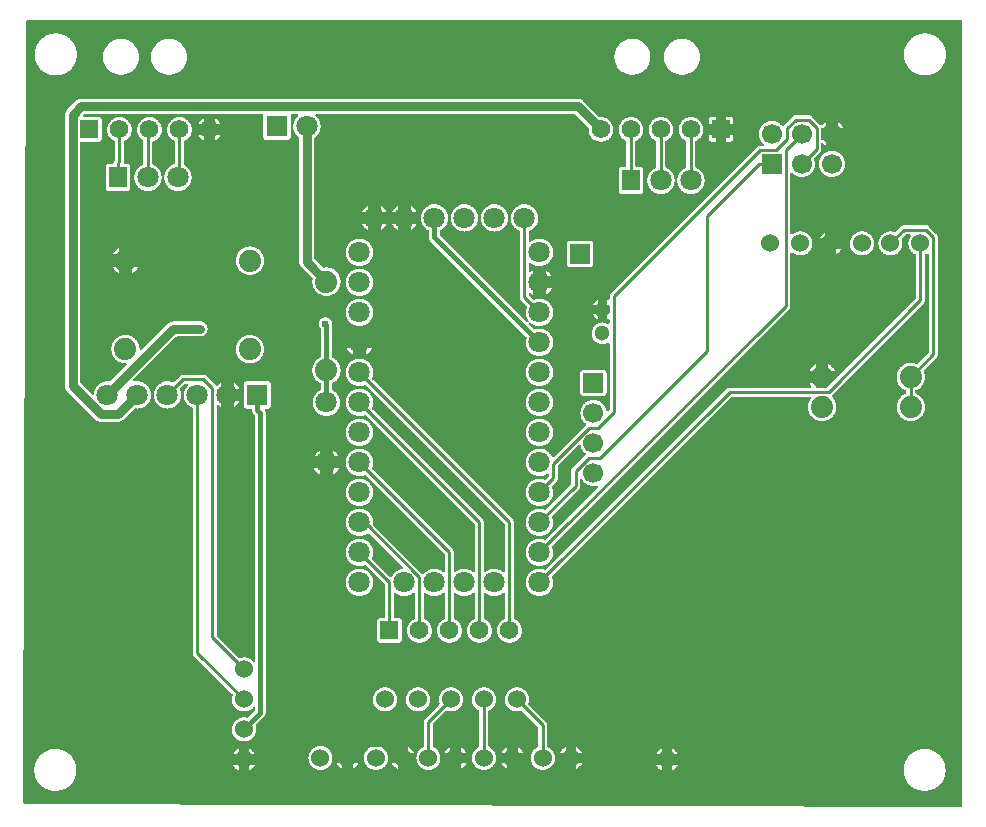
<source format=gbl>
G04 Layer: BottomLayer*
G04 EasyEDA v6.3.53, 2020-06-25T17:48:37+01:00*
G04 4783db3a652f4b8084220859a28b68e3,923baca5ebdd4fbabfdc1fadd1ffc098,10*
G04 Gerber Generator version 0.2*
G04 Scale: 100 percent, Rotated: No, Reflected: No *
G04 Dimensions in inches *
G04 leading zeros omitted , absolute positions ,2 integer and 4 decimal *
%FSLAX24Y24*%
%MOIN*%
G90*
G70D02*

%ADD10C,0.030000*%
%ADD11C,0.010000*%
%ADD12C,0.015000*%
%ADD14C,0.024000*%
%ADD15C,0.060000*%
%ADD16C,0.062000*%
%ADD17R,0.062000X0.062000*%
%ADD18R,0.066929X0.066929*%
%ADD19C,0.070866*%
%ADD20R,0.070866X0.070866*%
%ADD21C,0.066929*%
%ADD22C,0.051181*%
%ADD23C,0.074000*%
%ADD24R,0.062000X0.070866*%

%LPD*%
G36*
G01X31364Y26348D02*
G01X234Y26348D01*
G01X229Y26347D01*
G01X223Y26345D01*
G01X218Y26342D01*
G01X214Y26339D01*
G01X210Y26335D01*
G01X206Y26330D01*
G01X202Y26320D01*
G01X200Y26314D01*
G01X200Y26309D01*
G01X101Y1099D01*
G01X101Y234D01*
G01X102Y229D01*
G01X104Y223D01*
G01X107Y218D01*
G01X110Y214D01*
G01X114Y210D01*
G01X119Y206D01*
G01X129Y202D01*
G01X135Y200D01*
G01X140Y200D01*
G01X31358Y101D01*
G01X31364Y101D01*
G01X31370Y103D01*
G01X31380Y107D01*
G01X31385Y111D01*
G01X31389Y115D01*
G01X31392Y119D01*
G01X31395Y124D01*
G01X31397Y130D01*
G01X31398Y135D01*
G01X31398Y26314D01*
G01X31397Y26320D01*
G01X31395Y26325D01*
G01X31389Y26335D01*
G01X31385Y26339D01*
G01X31375Y26345D01*
G01X31370Y26347D01*
G01X31364Y26348D01*
G37*

%LPC*%
G36*
G01X18598Y23717D02*
G01X2006Y23717D01*
G01X1991Y23716D01*
G01X1961Y23710D01*
G01X1947Y23706D01*
G01X1932Y23701D01*
G01X1918Y23695D01*
G01X1905Y23689D01*
G01X1879Y23673D01*
G01X1867Y23664D01*
G01X1855Y23654D01*
G01X1844Y23644D01*
G01X1562Y23362D01*
G01X1552Y23351D01*
G01X1542Y23339D01*
G01X1533Y23327D01*
G01X1517Y23301D01*
G01X1511Y23288D01*
G01X1505Y23274D01*
G01X1500Y23259D01*
G01X1496Y23245D01*
G01X1490Y23215D01*
G01X1489Y23200D01*
G01X1489Y14130D01*
G01X1490Y14115D01*
G01X1496Y14085D01*
G01X1500Y14071D01*
G01X1505Y14056D01*
G01X1511Y14042D01*
G01X1517Y14029D01*
G01X1533Y14003D01*
G01X1542Y13991D01*
G01X1552Y13979D01*
G01X1562Y13968D01*
G01X2499Y13031D01*
G01X2510Y13021D01*
G01X2522Y13011D01*
G01X2534Y13002D01*
G01X2560Y12986D01*
G01X2573Y12980D01*
G01X2587Y12974D01*
G01X2602Y12969D01*
G01X2616Y12965D01*
G01X2646Y12959D01*
G01X2661Y12958D01*
G01X2677Y12957D01*
G01X3259Y12957D01*
G01X3289Y12959D01*
G01X3319Y12965D01*
G01X3333Y12969D01*
G01X3348Y12974D01*
G01X3362Y12980D01*
G01X3375Y12986D01*
G01X3401Y13002D01*
G01X3413Y13011D01*
G01X3425Y13021D01*
G01X3436Y13031D01*
G01X3798Y13393D01*
G01X3804Y13396D01*
G01X3809Y13398D01*
G01X3816Y13400D01*
G01X3828Y13400D01*
G01X3852Y13397D01*
G01X3876Y13395D01*
G01X3900Y13394D01*
G01X3938Y13396D01*
G01X3957Y13398D01*
G01X3995Y13404D01*
G01X4033Y13414D01*
G01X4051Y13420D01*
G01X4069Y13427D01*
G01X4087Y13435D01*
G01X4104Y13443D01*
G01X4122Y13452D01*
G01X4154Y13472D01*
G01X4170Y13483D01*
G01X4186Y13495D01*
G01X4200Y13508D01*
G01X4215Y13521D01*
G01X4228Y13534D01*
G01X4241Y13549D01*
G01X4254Y13563D01*
G01X4266Y13579D01*
G01X4277Y13595D01*
G01X4297Y13627D01*
G01X4306Y13645D01*
G01X4314Y13662D01*
G01X4322Y13680D01*
G01X4329Y13698D01*
G01X4335Y13716D01*
G01X4345Y13754D01*
G01X4351Y13792D01*
G01X4353Y13811D01*
G01X4354Y13830D01*
G01X4355Y13850D01*
G01X4353Y13888D01*
G01X4351Y13907D01*
G01X4345Y13945D01*
G01X4335Y13983D01*
G01X4329Y14001D01*
G01X4322Y14019D01*
G01X4314Y14037D01*
G01X4306Y14054D01*
G01X4297Y14072D01*
G01X4277Y14104D01*
G01X4266Y14120D01*
G01X4254Y14136D01*
G01X4241Y14150D01*
G01X4228Y14165D01*
G01X4215Y14178D01*
G01X4200Y14191D01*
G01X4186Y14204D01*
G01X4170Y14216D01*
G01X4154Y14227D01*
G01X4122Y14247D01*
G01X4104Y14256D01*
G01X4087Y14264D01*
G01X4069Y14272D01*
G01X4051Y14279D01*
G01X4033Y14285D01*
G01X3995Y14295D01*
G01X3957Y14301D01*
G01X3938Y14303D01*
G01X3900Y14305D01*
G01X3880Y14304D01*
G01X3861Y14303D01*
G01X3842Y14301D01*
G01X3804Y14295D01*
G01X3795Y14294D01*
G01X3790Y14294D01*
G01X3784Y14295D01*
G01X3779Y14297D01*
G01X3774Y14300D01*
G01X3769Y14304D01*
G01X3765Y14308D01*
G01X3762Y14312D01*
G01X3759Y14317D01*
G01X3757Y14322D01*
G01X3755Y14334D01*
G01X3757Y14346D01*
G01X3760Y14352D01*
G01X3763Y14357D01*
G01X3767Y14362D01*
G01X5193Y15788D01*
G01X5198Y15792D01*
G01X5203Y15795D01*
G01X5209Y15798D01*
G01X5221Y15800D01*
G01X6001Y15800D01*
G01X6016Y15801D01*
G01X6030Y15803D01*
G01X6044Y15806D01*
G01X6058Y15810D01*
G01X6086Y15820D01*
G01X6099Y15826D01*
G01X6112Y15833D01*
G01X6136Y15849D01*
G01X6148Y15858D01*
G01X6159Y15868D01*
G01X6169Y15878D01*
G01X6179Y15889D01*
G01X6188Y15901D01*
G01X6204Y15925D01*
G01X6211Y15938D01*
G01X6217Y15951D01*
G01X6227Y15979D01*
G01X6231Y15993D01*
G01X6234Y16007D01*
G01X6236Y16021D01*
G01X6237Y16036D01*
G01X6238Y16050D01*
G01X6236Y16080D01*
G01X6234Y16094D01*
G01X6231Y16108D01*
G01X6227Y16122D01*
G01X6217Y16150D01*
G01X6211Y16163D01*
G01X6204Y16176D01*
G01X6188Y16200D01*
G01X6179Y16212D01*
G01X6169Y16223D01*
G01X6159Y16233D01*
G01X6148Y16243D01*
G01X6136Y16252D01*
G01X6112Y16268D01*
G01X6099Y16275D01*
G01X6086Y16281D01*
G01X6058Y16291D01*
G01X6044Y16295D01*
G01X6030Y16298D01*
G01X6016Y16300D01*
G01X6001Y16301D01*
G01X5085Y16301D01*
G01X5070Y16300D01*
G01X5040Y16294D01*
G01X5026Y16290D01*
G01X5011Y16285D01*
G01X4997Y16279D01*
G01X4984Y16273D01*
G01X4958Y16257D01*
G01X4946Y16248D01*
G01X4934Y16238D01*
G01X4923Y16228D01*
G01X4039Y15344D01*
G01X4029Y15336D01*
G01X4023Y15334D01*
G01X4011Y15332D01*
G01X4005Y15332D01*
G01X3999Y15334D01*
G01X3989Y15338D01*
G01X3984Y15342D01*
G01X3980Y15346D01*
G01X3977Y15350D01*
G01X3974Y15355D01*
G01X3972Y15361D01*
G01X3971Y15366D01*
G01X3971Y15373D01*
G01X3970Y15393D01*
G01X3969Y15412D01*
G01X3967Y15431D01*
G01X3964Y15451D01*
G01X3956Y15489D01*
G01X3951Y15508D01*
G01X3945Y15526D01*
G01X3931Y15562D01*
G01X3923Y15580D01*
G01X3914Y15597D01*
G01X3894Y15631D01*
G01X3883Y15647D01*
G01X3871Y15662D01*
G01X3859Y15678D01*
G01X3833Y15706D01*
G01X3819Y15720D01*
G01X3804Y15733D01*
G01X3789Y15745D01*
G01X3741Y15778D01*
G01X3724Y15787D01*
G01X3706Y15796D01*
G01X3689Y15804D01*
G01X3671Y15812D01*
G01X3652Y15819D01*
G01X3634Y15825D01*
G01X3615Y15830D01*
G01X3577Y15838D01*
G01X3558Y15840D01*
G01X3538Y15843D01*
G01X3519Y15844D01*
G01X3480Y15844D01*
G01X3461Y15843D01*
G01X3441Y15840D01*
G01X3422Y15838D01*
G01X3384Y15830D01*
G01X3365Y15825D01*
G01X3347Y15819D01*
G01X3328Y15812D01*
G01X3310Y15804D01*
G01X3293Y15796D01*
G01X3275Y15787D01*
G01X3258Y15778D01*
G01X3210Y15745D01*
G01X3195Y15733D01*
G01X3181Y15720D01*
G01X3166Y15706D01*
G01X3140Y15678D01*
G01X3128Y15662D01*
G01X3116Y15647D01*
G01X3105Y15631D01*
G01X3085Y15597D01*
G01X3076Y15580D01*
G01X3068Y15562D01*
G01X3054Y15526D01*
G01X3048Y15508D01*
G01X3043Y15489D01*
G01X3035Y15451D01*
G01X3032Y15431D01*
G01X3030Y15412D01*
G01X3029Y15393D01*
G01X3028Y15373D01*
G01X3029Y15354D01*
G01X3030Y15334D01*
G01X3032Y15315D01*
G01X3035Y15296D01*
G01X3039Y15276D01*
G01X3043Y15257D01*
G01X3048Y15239D01*
G01X3054Y15220D01*
G01X3068Y15184D01*
G01X3076Y15166D01*
G01X3085Y15149D01*
G01X3095Y15132D01*
G01X3105Y15116D01*
G01X3116Y15099D01*
G01X3140Y15069D01*
G01X3153Y15054D01*
G01X3166Y15040D01*
G01X3181Y15027D01*
G01X3195Y15014D01*
G01X3210Y15001D01*
G01X3242Y14979D01*
G01X3258Y14969D01*
G01X3275Y14959D01*
G01X3293Y14950D01*
G01X3310Y14942D01*
G01X3328Y14934D01*
G01X3347Y14928D01*
G01X3365Y14922D01*
G01X3403Y14912D01*
G01X3441Y14906D01*
G01X3461Y14904D01*
G01X3480Y14903D01*
G01X3500Y14902D01*
G01X3506Y14902D01*
G01X3512Y14900D01*
G01X3517Y14899D01*
G01X3522Y14896D01*
G01X3527Y14892D01*
G01X3531Y14888D01*
G01X3534Y14884D01*
G01X3537Y14879D01*
G01X3539Y14873D01*
G01X3540Y14868D01*
G01X3541Y14862D01*
G01X3539Y14850D01*
G01X3536Y14844D01*
G01X3533Y14839D01*
G01X3529Y14834D01*
G01X3001Y14306D01*
G01X2995Y14303D01*
G01X2990Y14301D01*
G01X2983Y14299D01*
G01X2971Y14299D01*
G01X2947Y14302D01*
G01X2923Y14304D01*
G01X2900Y14305D01*
G01X2880Y14304D01*
G01X2861Y14303D01*
G01X2842Y14301D01*
G01X2822Y14298D01*
G01X2803Y14295D01*
G01X2785Y14290D01*
G01X2766Y14285D01*
G01X2748Y14279D01*
G01X2730Y14272D01*
G01X2694Y14256D01*
G01X2677Y14247D01*
G01X2661Y14237D01*
G01X2644Y14227D01*
G01X2628Y14215D01*
G01X2613Y14204D01*
G01X2598Y14191D01*
G01X2584Y14178D01*
G01X2570Y14164D01*
G01X2557Y14150D01*
G01X2533Y14120D01*
G01X2511Y14088D01*
G01X2493Y14054D01*
G01X2484Y14036D01*
G01X2477Y14019D01*
G01X2470Y14001D01*
G01X2464Y13982D01*
G01X2459Y13964D01*
G01X2454Y13945D01*
G01X2448Y13907D01*
G01X2446Y13887D01*
G01X2445Y13881D01*
G01X2443Y13876D01*
G01X2440Y13870D01*
G01X2437Y13866D01*
G01X2433Y13861D01*
G01X2418Y13852D01*
G01X2412Y13851D01*
G01X2400Y13851D01*
G01X2388Y13855D01*
G01X2382Y13858D01*
G01X2002Y14238D01*
G01X1998Y14243D01*
G01X1995Y14248D01*
G01X1992Y14254D01*
G01X1990Y14266D01*
G01X1990Y22248D01*
G01X1992Y22260D01*
G01X1994Y22265D01*
G01X2000Y22275D01*
G01X2004Y22279D01*
G01X2014Y22285D01*
G01X2019Y22287D01*
G01X2025Y22288D01*
G01X2610Y22288D01*
G01X2628Y22290D01*
G01X2637Y22292D01*
G01X2646Y22295D01*
G01X2655Y22299D01*
G01X2663Y22304D01*
G01X2670Y22309D01*
G01X2678Y22315D01*
G01X2684Y22321D01*
G01X2690Y22329D01*
G01X2695Y22336D01*
G01X2700Y22344D01*
G01X2704Y22353D01*
G01X2707Y22362D01*
G01X2709Y22371D01*
G01X2711Y22389D01*
G01X2711Y23009D01*
G01X2710Y23019D01*
G01X2709Y23028D01*
G01X2707Y23037D01*
G01X2704Y23046D01*
G01X2700Y23055D01*
G01X2695Y23063D01*
G01X2690Y23070D01*
G01X2684Y23078D01*
G01X2678Y23084D01*
G01X2670Y23090D01*
G01X2663Y23095D01*
G01X2655Y23100D01*
G01X2646Y23104D01*
G01X2637Y23107D01*
G01X2628Y23109D01*
G01X2619Y23110D01*
G01X2117Y23110D01*
G01X2111Y23111D01*
G01X2106Y23112D01*
G01X2100Y23114D01*
G01X2095Y23117D01*
G01X2091Y23120D01*
G01X2087Y23124D01*
G01X2083Y23129D01*
G01X2079Y23139D01*
G01X2077Y23145D01*
G01X2077Y23150D01*
G01X2078Y23157D01*
G01X2079Y23163D01*
G01X2081Y23169D01*
G01X2089Y23179D01*
G01X2114Y23204D01*
G01X2119Y23208D01*
G01X2124Y23211D01*
G01X2130Y23214D01*
G01X2136Y23215D01*
G01X8062Y23215D01*
G01X8067Y23214D01*
G01X8072Y23212D01*
G01X8082Y23206D01*
G01X8086Y23202D01*
G01X8090Y23197D01*
G01X8094Y23187D01*
G01X8096Y23175D01*
G01X8095Y23169D01*
G01X8094Y23154D01*
G01X8094Y22445D01*
G01X8096Y22427D01*
G01X8098Y22418D01*
G01X8101Y22409D01*
G01X8105Y22400D01*
G01X8109Y22392D01*
G01X8115Y22384D01*
G01X8121Y22377D01*
G01X8127Y22371D01*
G01X8134Y22365D01*
G01X8142Y22359D01*
G01X8150Y22355D01*
G01X8159Y22351D01*
G01X8168Y22348D01*
G01X8177Y22346D01*
G01X8195Y22344D01*
G01X8904Y22344D01*
G01X8922Y22346D01*
G01X8931Y22348D01*
G01X8940Y22351D01*
G01X8949Y22355D01*
G01X8957Y22359D01*
G01X8965Y22365D01*
G01X8972Y22371D01*
G01X8978Y22377D01*
G01X8984Y22384D01*
G01X8990Y22392D01*
G01X8994Y22400D01*
G01X8998Y22409D01*
G01X9001Y22418D01*
G01X9003Y22427D01*
G01X9005Y22445D01*
G01X9005Y23154D01*
G01X9004Y23169D01*
G01X9003Y23175D01*
G01X9005Y23187D01*
G01X9007Y23192D01*
G01X9013Y23202D01*
G01X9017Y23206D01*
G01X9027Y23212D01*
G01X9032Y23214D01*
G01X9037Y23215D01*
G01X9233Y23215D01*
G01X9238Y23214D01*
G01X9244Y23212D01*
G01X9249Y23209D01*
G01X9253Y23206D01*
G01X9257Y23202D01*
G01X9261Y23197D01*
G01X9265Y23187D01*
G01X9267Y23181D01*
G01X9267Y23170D01*
G01X9265Y23164D01*
G01X9261Y23154D01*
G01X9257Y23149D01*
G01X9253Y23145D01*
G01X9238Y23132D01*
G01X9224Y23118D01*
G01X9211Y23104D01*
G01X9198Y23089D01*
G01X9186Y23074D01*
G01X9175Y23058D01*
G01X9164Y23041D01*
G01X9154Y23025D01*
G01X9144Y23007D01*
G01X9136Y22990D01*
G01X9128Y22972D01*
G01X9121Y22953D01*
G01X9115Y22935D01*
G01X9109Y22916D01*
G01X9101Y22878D01*
G01X9098Y22858D01*
G01X9096Y22839D01*
G01X9095Y22819D01*
G01X9094Y22800D01*
G01X9095Y22780D01*
G01X9096Y22761D01*
G01X9098Y22741D01*
G01X9101Y22722D01*
G01X9109Y22684D01*
G01X9121Y22646D01*
G01X9135Y22610D01*
G01X9153Y22576D01*
G01X9163Y22559D01*
G01X9174Y22542D01*
G01X9185Y22527D01*
G01X9197Y22511D01*
G01X9210Y22496D01*
G01X9223Y22482D01*
G01X9237Y22468D01*
G01X9251Y22455D01*
G01X9266Y22443D01*
G01X9282Y22431D01*
G01X9287Y22427D01*
G01X9291Y22422D01*
G01X9294Y22417D01*
G01X9297Y22411D01*
G01X9298Y22405D01*
G01X9298Y18275D01*
G01X9300Y18245D01*
G01X9306Y18215D01*
G01X9310Y18201D01*
G01X9315Y18186D01*
G01X9321Y18172D01*
G01X9327Y18159D01*
G01X9343Y18133D01*
G01X9352Y18121D01*
G01X9362Y18109D01*
G01X9372Y18098D01*
G01X9725Y17745D01*
G01X9729Y17740D01*
G01X9732Y17735D01*
G01X9735Y17729D01*
G01X9737Y17717D01*
G01X9730Y17668D01*
G01X9728Y17626D01*
G01X9729Y17606D01*
G01X9730Y17587D01*
G01X9732Y17568D01*
G01X9735Y17548D01*
G01X9743Y17510D01*
G01X9748Y17491D01*
G01X9754Y17473D01*
G01X9768Y17437D01*
G01X9776Y17419D01*
G01X9785Y17402D01*
G01X9805Y17368D01*
G01X9816Y17352D01*
G01X9828Y17337D01*
G01X9840Y17321D01*
G01X9866Y17293D01*
G01X9881Y17279D01*
G01X9895Y17266D01*
G01X9910Y17254D01*
G01X9958Y17221D01*
G01X9975Y17212D01*
G01X9993Y17203D01*
G01X10010Y17195D01*
G01X10028Y17187D01*
G01X10047Y17180D01*
G01X10065Y17174D01*
G01X10084Y17169D01*
G01X10122Y17161D01*
G01X10141Y17158D01*
G01X10161Y17156D01*
G01X10180Y17155D01*
G01X10219Y17155D01*
G01X10238Y17156D01*
G01X10258Y17158D01*
G01X10277Y17161D01*
G01X10315Y17169D01*
G01X10334Y17174D01*
G01X10352Y17180D01*
G01X10371Y17187D01*
G01X10389Y17195D01*
G01X10406Y17203D01*
G01X10424Y17212D01*
G01X10441Y17221D01*
G01X10489Y17254D01*
G01X10504Y17266D01*
G01X10519Y17279D01*
G01X10533Y17293D01*
G01X10559Y17321D01*
G01X10571Y17337D01*
G01X10583Y17352D01*
G01X10594Y17368D01*
G01X10614Y17402D01*
G01X10623Y17419D01*
G01X10631Y17437D01*
G01X10645Y17473D01*
G01X10651Y17491D01*
G01X10656Y17510D01*
G01X10664Y17548D01*
G01X10667Y17568D01*
G01X10669Y17587D01*
G01X10670Y17606D01*
G01X10671Y17626D01*
G01X10670Y17645D01*
G01X10669Y17665D01*
G01X10667Y17684D01*
G01X10664Y17703D01*
G01X10660Y17723D01*
G01X10656Y17742D01*
G01X10651Y17760D01*
G01X10645Y17779D01*
G01X10631Y17815D01*
G01X10623Y17833D01*
G01X10614Y17850D01*
G01X10604Y17867D01*
G01X10594Y17883D01*
G01X10583Y17900D01*
G01X10559Y17930D01*
G01X10546Y17945D01*
G01X10533Y17959D01*
G01X10519Y17972D01*
G01X10489Y17998D01*
G01X10457Y18020D01*
G01X10441Y18030D01*
G01X10424Y18040D01*
G01X10406Y18049D01*
G01X10389Y18057D01*
G01X10371Y18065D01*
G01X10352Y18071D01*
G01X10334Y18077D01*
G01X10296Y18087D01*
G01X10258Y18093D01*
G01X10238Y18095D01*
G01X10200Y18097D01*
G01X10178Y18096D01*
G01X10157Y18095D01*
G01X10136Y18093D01*
G01X10115Y18089D01*
G01X10102Y18089D01*
G01X10090Y18093D01*
G01X10084Y18096D01*
G01X9812Y18368D01*
G01X9808Y18373D01*
G01X9805Y18378D01*
G01X9802Y18384D01*
G01X9801Y18390D01*
G01X9801Y22405D01*
G01X9802Y22411D01*
G01X9805Y22417D01*
G01X9808Y22422D01*
G01X9812Y22427D01*
G01X9817Y22431D01*
G01X9833Y22443D01*
G01X9848Y22455D01*
G01X9862Y22468D01*
G01X9876Y22482D01*
G01X9889Y22496D01*
G01X9902Y22511D01*
G01X9914Y22527D01*
G01X9925Y22542D01*
G01X9936Y22559D01*
G01X9946Y22576D01*
G01X9964Y22610D01*
G01X9978Y22646D01*
G01X9990Y22684D01*
G01X9998Y22722D01*
G01X10001Y22741D01*
G01X10003Y22761D01*
G01X10004Y22780D01*
G01X10005Y22800D01*
G01X10004Y22819D01*
G01X10003Y22839D01*
G01X10001Y22858D01*
G01X9998Y22878D01*
G01X9990Y22916D01*
G01X9984Y22935D01*
G01X9978Y22953D01*
G01X9971Y22972D01*
G01X9963Y22990D01*
G01X9955Y23007D01*
G01X9945Y23025D01*
G01X9935Y23041D01*
G01X9924Y23058D01*
G01X9913Y23074D01*
G01X9901Y23089D01*
G01X9888Y23104D01*
G01X9875Y23118D01*
G01X9861Y23132D01*
G01X9846Y23145D01*
G01X9842Y23149D01*
G01X9838Y23154D01*
G01X9834Y23164D01*
G01X9832Y23170D01*
G01X9832Y23181D01*
G01X9834Y23187D01*
G01X9838Y23197D01*
G01X9842Y23202D01*
G01X9846Y23206D01*
G01X9850Y23209D01*
G01X9855Y23212D01*
G01X9861Y23214D01*
G01X9866Y23215D01*
G01X18468Y23215D01*
G01X18474Y23214D01*
G01X18480Y23211D01*
G01X18485Y23208D01*
G01X18490Y23204D01*
G01X18928Y22766D01*
G01X18936Y22756D01*
G01X18940Y22744D01*
G01X18940Y22734D01*
G01X18939Y22700D01*
G01X18939Y22681D01*
G01X18940Y22663D01*
G01X18942Y22644D01*
G01X18945Y22626D01*
G01X18953Y22590D01*
G01X18959Y22572D01*
G01X18965Y22555D01*
G01X18979Y22521D01*
G01X19006Y22473D01*
G01X19028Y22443D01*
G01X19052Y22415D01*
G01X19065Y22402D01*
G01X19093Y22378D01*
G01X19123Y22356D01*
G01X19171Y22329D01*
G01X19205Y22315D01*
G01X19222Y22309D01*
G01X19240Y22303D01*
G01X19276Y22295D01*
G01X19294Y22292D01*
G01X19313Y22290D01*
G01X19331Y22289D01*
G01X19350Y22288D01*
G01X19386Y22290D01*
G01X19405Y22292D01*
G01X19423Y22295D01*
G01X19459Y22303D01*
G01X19477Y22309D01*
G01X19494Y22315D01*
G01X19528Y22329D01*
G01X19576Y22356D01*
G01X19606Y22378D01*
G01X19634Y22402D01*
G01X19647Y22415D01*
G01X19671Y22443D01*
G01X19693Y22473D01*
G01X19720Y22521D01*
G01X19734Y22555D01*
G01X19740Y22572D01*
G01X19746Y22590D01*
G01X19754Y22626D01*
G01X19757Y22644D01*
G01X19759Y22663D01*
G01X19760Y22681D01*
G01X19761Y22700D01*
G01X19759Y22736D01*
G01X19757Y22755D01*
G01X19754Y22773D01*
G01X19746Y22809D01*
G01X19740Y22827D01*
G01X19734Y22844D01*
G01X19720Y22878D01*
G01X19693Y22926D01*
G01X19671Y22956D01*
G01X19647Y22984D01*
G01X19634Y22997D01*
G01X19606Y23021D01*
G01X19576Y23043D01*
G01X19528Y23070D01*
G01X19494Y23084D01*
G01X19477Y23090D01*
G01X19459Y23096D01*
G01X19423Y23104D01*
G01X19405Y23107D01*
G01X19386Y23109D01*
G01X19368Y23110D01*
G01X19350Y23110D01*
G01X19315Y23109D01*
G01X19305Y23109D01*
G01X19293Y23113D01*
G01X19283Y23121D01*
G01X18760Y23644D01*
G01X18749Y23654D01*
G01X18737Y23664D01*
G01X18725Y23673D01*
G01X18699Y23689D01*
G01X18686Y23695D01*
G01X18672Y23701D01*
G01X18657Y23706D01*
G01X18643Y23710D01*
G01X18613Y23716D01*
G01X18598Y23717D01*
G37*
G36*
G01X30203Y19503D02*
G01X29441Y19503D01*
G01X29429Y19502D01*
G01X29417Y19499D01*
G01X29406Y19496D01*
G01X29395Y19492D01*
G01X29384Y19487D01*
G01X29364Y19475D01*
G01X29354Y19467D01*
G01X29174Y19287D01*
G01X29169Y19283D01*
G01X29164Y19280D01*
G01X29152Y19276D01*
G01X29139Y19276D01*
G01X29132Y19278D01*
G01X29114Y19284D01*
G01X29095Y19289D01*
G01X29076Y19293D01*
G01X29038Y19299D01*
G01X29019Y19300D01*
G01X28982Y19300D01*
G01X28964Y19299D01*
G01X28946Y19297D01*
G01X28928Y19294D01*
G01X28910Y19290D01*
G01X28893Y19286D01*
G01X28876Y19281D01*
G01X28859Y19275D01*
G01X28842Y19268D01*
G01X28826Y19261D01*
G01X28809Y19253D01*
G01X28794Y19244D01*
G01X28764Y19224D01*
G01X28749Y19213D01*
G01X28736Y19201D01*
G01X28722Y19189D01*
G01X28710Y19177D01*
G01X28698Y19163D01*
G01X28686Y19150D01*
G01X28675Y19135D01*
G01X28655Y19105D01*
G01X28646Y19090D01*
G01X28638Y19073D01*
G01X28631Y19057D01*
G01X28624Y19040D01*
G01X28618Y19023D01*
G01X28613Y19006D01*
G01X28609Y18989D01*
G01X28605Y18971D01*
G01X28602Y18953D01*
G01X28600Y18935D01*
G01X28599Y18917D01*
G01X28598Y18900D01*
G01X28600Y18864D01*
G01X28602Y18846D01*
G01X28605Y18828D01*
G01X28609Y18810D01*
G01X28613Y18793D01*
G01X28618Y18776D01*
G01X28624Y18759D01*
G01X28631Y18742D01*
G01X28638Y18726D01*
G01X28646Y18709D01*
G01X28655Y18694D01*
G01X28675Y18664D01*
G01X28686Y18649D01*
G01X28698Y18636D01*
G01X28710Y18622D01*
G01X28722Y18610D01*
G01X28736Y18598D01*
G01X28749Y18586D01*
G01X28764Y18575D01*
G01X28794Y18555D01*
G01X28809Y18546D01*
G01X28826Y18538D01*
G01X28842Y18531D01*
G01X28859Y18524D01*
G01X28876Y18518D01*
G01X28893Y18513D01*
G01X28910Y18509D01*
G01X28928Y18505D01*
G01X28946Y18502D01*
G01X28964Y18500D01*
G01X29000Y18498D01*
G01X29017Y18499D01*
G01X29035Y18500D01*
G01X29053Y18502D01*
G01X29071Y18505D01*
G01X29089Y18509D01*
G01X29106Y18513D01*
G01X29123Y18518D01*
G01X29140Y18524D01*
G01X29157Y18531D01*
G01X29173Y18538D01*
G01X29190Y18546D01*
G01X29205Y18555D01*
G01X29235Y18575D01*
G01X29250Y18586D01*
G01X29263Y18598D01*
G01X29277Y18610D01*
G01X29289Y18622D01*
G01X29301Y18636D01*
G01X29313Y18649D01*
G01X29324Y18664D01*
G01X29344Y18694D01*
G01X29353Y18709D01*
G01X29361Y18726D01*
G01X29368Y18742D01*
G01X29375Y18759D01*
G01X29381Y18776D01*
G01X29386Y18793D01*
G01X29390Y18810D01*
G01X29394Y18828D01*
G01X29397Y18846D01*
G01X29399Y18864D01*
G01X29401Y18900D01*
G01X29399Y18938D01*
G01X29393Y18976D01*
G01X29389Y18995D01*
G01X29384Y19014D01*
G01X29378Y19032D01*
G01X29376Y19039D01*
G01X29376Y19052D01*
G01X29380Y19064D01*
G01X29383Y19069D01*
G01X29387Y19074D01*
G01X29503Y19190D01*
G01X29508Y19194D01*
G01X29513Y19197D01*
G01X29519Y19200D01*
G01X29525Y19201D01*
G01X29532Y19202D01*
G01X29645Y19202D01*
G01X29650Y19201D01*
G01X29656Y19200D01*
G01X29661Y19198D01*
G01X29671Y19192D01*
G01X29675Y19188D01*
G01X29681Y19178D01*
G01X29683Y19173D01*
G01X29685Y19161D01*
G01X29683Y19149D01*
G01X29680Y19143D01*
G01X29677Y19138D01*
G01X29666Y19123D01*
G01X29657Y19107D01*
G01X29648Y19092D01*
G01X29639Y19076D01*
G01X29625Y19042D01*
G01X29619Y19025D01*
G01X29613Y19007D01*
G01X29609Y18990D01*
G01X29605Y18972D01*
G01X29602Y18954D01*
G01X29600Y18936D01*
G01X29598Y18900D01*
G01X29599Y18881D01*
G01X29600Y18864D01*
G01X29602Y18846D01*
G01X29605Y18828D01*
G01X29609Y18810D01*
G01X29613Y18793D01*
G01X29618Y18775D01*
G01X29624Y18758D01*
G01X29631Y18742D01*
G01X29638Y18725D01*
G01X29646Y18709D01*
G01X29655Y18694D01*
G01X29665Y18678D01*
G01X29675Y18664D01*
G01X29686Y18649D01*
G01X29698Y18635D01*
G01X29710Y18622D01*
G01X29723Y18609D01*
G01X29736Y18597D01*
G01X29764Y18575D01*
G01X29794Y18555D01*
G01X29810Y18546D01*
G01X29826Y18538D01*
G01X29831Y18535D01*
G01X29836Y18531D01*
G01X29841Y18526D01*
G01X29844Y18521D01*
G01X29846Y18515D01*
G01X29848Y18508D01*
G01X29848Y17071D01*
G01X29847Y17065D01*
G01X29844Y17059D01*
G01X29841Y17054D01*
G01X29837Y17049D01*
G01X27260Y14472D01*
G01X27040Y14251D01*
G01X27035Y14247D01*
G01X27029Y14244D01*
G01X27024Y14241D01*
G01X27018Y14240D01*
G01X27011Y14239D01*
G01X26933Y14239D01*
G01X26933Y14155D01*
G01X26929Y14143D01*
G01X26921Y14133D01*
G01X26887Y14098D01*
G01X26882Y14094D01*
G01X26877Y14091D01*
G01X26871Y14088D01*
G01X26865Y14087D01*
G01X26858Y14086D01*
G01X26553Y14086D01*
G01X26547Y14087D01*
G01X26542Y14088D01*
G01X26536Y14090D01*
G01X26531Y14093D01*
G01X26527Y14096D01*
G01X26523Y14100D01*
G01X26519Y14105D01*
G01X26515Y14115D01*
G01X26514Y14121D01*
G01X26513Y14126D01*
G01X26513Y14239D01*
G01X26302Y14239D01*
G01X26311Y14221D01*
G01X26333Y14185D01*
G01X26345Y14168D01*
G01X26358Y14152D01*
G01X26362Y14146D01*
G01X26365Y14140D01*
G01X26367Y14133D01*
G01X26367Y14121D01*
G01X26366Y14115D01*
G01X26364Y14110D01*
G01X26361Y14105D01*
G01X26357Y14100D01*
G01X26353Y14096D01*
G01X26349Y14093D01*
G01X26344Y14090D01*
G01X26338Y14088D01*
G01X26333Y14087D01*
G01X26327Y14086D01*
G01X23624Y14086D01*
G01X23612Y14085D01*
G01X23600Y14082D01*
G01X23589Y14079D01*
G01X23578Y14075D01*
G01X23567Y14070D01*
G01X23547Y14058D01*
G01X23537Y14050D01*
G01X17516Y8029D01*
G01X17511Y8025D01*
G01X17506Y8022D01*
G01X17494Y8018D01*
G01X17480Y8018D01*
G01X17472Y8021D01*
G01X17454Y8028D01*
G01X17416Y8040D01*
G01X17378Y8048D01*
G01X17358Y8051D01*
G01X17339Y8053D01*
G01X17319Y8054D01*
G01X17300Y8055D01*
G01X17280Y8054D01*
G01X17261Y8053D01*
G01X17242Y8051D01*
G01X17204Y8045D01*
G01X17166Y8035D01*
G01X17148Y8029D01*
G01X17130Y8022D01*
G01X17112Y8014D01*
G01X17095Y8006D01*
G01X17077Y7997D01*
G01X17045Y7977D01*
G01X17029Y7966D01*
G01X17013Y7954D01*
G01X16999Y7941D01*
G01X16984Y7928D01*
G01X16971Y7915D01*
G01X16958Y7900D01*
G01X16945Y7886D01*
G01X16933Y7870D01*
G01X16922Y7854D01*
G01X16902Y7822D01*
G01X16893Y7804D01*
G01X16885Y7787D01*
G01X16877Y7769D01*
G01X16870Y7751D01*
G01X16864Y7733D01*
G01X16854Y7695D01*
G01X16848Y7657D01*
G01X16846Y7638D01*
G01X16844Y7600D01*
G01X16845Y7580D01*
G01X16846Y7561D01*
G01X16848Y7542D01*
G01X16854Y7504D01*
G01X16864Y7466D01*
G01X16870Y7448D01*
G01X16877Y7430D01*
G01X16885Y7412D01*
G01X16893Y7395D01*
G01X16902Y7377D01*
G01X16922Y7345D01*
G01X16933Y7329D01*
G01X16945Y7313D01*
G01X16958Y7299D01*
G01X16971Y7284D01*
G01X16984Y7271D01*
G01X16999Y7258D01*
G01X17013Y7245D01*
G01X17029Y7233D01*
G01X17045Y7222D01*
G01X17077Y7202D01*
G01X17095Y7193D01*
G01X17112Y7185D01*
G01X17130Y7177D01*
G01X17148Y7170D01*
G01X17166Y7164D01*
G01X17204Y7154D01*
G01X17242Y7148D01*
G01X17261Y7146D01*
G01X17280Y7145D01*
G01X17300Y7144D01*
G01X17338Y7146D01*
G01X17357Y7148D01*
G01X17395Y7154D01*
G01X17433Y7164D01*
G01X17451Y7170D01*
G01X17469Y7177D01*
G01X17487Y7185D01*
G01X17504Y7193D01*
G01X17522Y7202D01*
G01X17554Y7222D01*
G01X17570Y7233D01*
G01X17586Y7245D01*
G01X17600Y7258D01*
G01X17615Y7271D01*
G01X17628Y7284D01*
G01X17641Y7299D01*
G01X17654Y7313D01*
G01X17666Y7329D01*
G01X17677Y7345D01*
G01X17697Y7377D01*
G01X17706Y7395D01*
G01X17714Y7412D01*
G01X17722Y7430D01*
G01X17729Y7448D01*
G01X17735Y7466D01*
G01X17745Y7504D01*
G01X17751Y7542D01*
G01X17753Y7561D01*
G01X17754Y7580D01*
G01X17755Y7600D01*
G01X17754Y7619D01*
G01X17753Y7639D01*
G01X17751Y7658D01*
G01X17748Y7678D01*
G01X17740Y7716D01*
G01X17728Y7754D01*
G01X17721Y7772D01*
G01X17718Y7780D01*
G01X17718Y7794D01*
G01X17722Y7806D01*
G01X17725Y7811D01*
G01X17729Y7816D01*
G01X23686Y13773D01*
G01X23691Y13777D01*
G01X23696Y13780D01*
G01X23702Y13783D01*
G01X23708Y13784D01*
G01X26312Y13784D01*
G01X26317Y13783D01*
G01X26322Y13781D01*
G01X26328Y13778D01*
G01X26332Y13775D01*
G01X26336Y13771D01*
G01X26340Y13766D01*
G01X26344Y13756D01*
G01X26346Y13744D01*
G01X26344Y13732D01*
G01X26342Y13727D01*
G01X26339Y13721D01*
G01X26327Y13704D01*
G01X26316Y13687D01*
G01X26306Y13668D01*
G01X26297Y13650D01*
G01X26281Y13612D01*
G01X26274Y13592D01*
G01X26268Y13572D01*
G01X26263Y13552D01*
G01X26259Y13532D01*
G01X26256Y13511D01*
G01X26254Y13491D01*
G01X26253Y13470D01*
G01X26252Y13450D01*
G01X26253Y13430D01*
G01X26254Y13411D01*
G01X26256Y13391D01*
G01X26262Y13353D01*
G01X26272Y13315D01*
G01X26278Y13297D01*
G01X26284Y13278D01*
G01X26292Y13260D01*
G01X26300Y13243D01*
G01X26309Y13225D01*
G01X26319Y13208D01*
G01X26329Y13192D01*
G01X26351Y13160D01*
G01X26377Y13130D01*
G01X26390Y13116D01*
G01X26404Y13103D01*
G01X26419Y13090D01*
G01X26449Y13066D01*
G01X26466Y13055D01*
G01X26482Y13045D01*
G01X26499Y13035D01*
G01X26516Y13026D01*
G01X26534Y13018D01*
G01X26570Y13004D01*
G01X26589Y12998D01*
G01X26607Y12993D01*
G01X26626Y12989D01*
G01X26646Y12985D01*
G01X26665Y12982D01*
G01X26684Y12980D01*
G01X26704Y12979D01*
G01X26723Y12978D01*
G01X26743Y12979D01*
G01X26762Y12980D01*
G01X26781Y12982D01*
G01X26801Y12985D01*
G01X26839Y12993D01*
G01X26858Y12998D01*
G01X26876Y13004D01*
G01X26912Y13018D01*
G01X26930Y13026D01*
G01X26947Y13035D01*
G01X26981Y13055D01*
G01X26997Y13066D01*
G01X27012Y13078D01*
G01X27028Y13090D01*
G01X27056Y13116D01*
G01X27070Y13130D01*
G01X27083Y13145D01*
G01X27095Y13160D01*
G01X27128Y13208D01*
G01X27137Y13225D01*
G01X27146Y13243D01*
G01X27154Y13260D01*
G01X27162Y13278D01*
G01X27169Y13297D01*
G01X27175Y13315D01*
G01X27180Y13334D01*
G01X27188Y13372D01*
G01X27190Y13391D01*
G01X27193Y13411D01*
G01X27194Y13430D01*
G01X27194Y13469D01*
G01X27193Y13488D01*
G01X27190Y13508D01*
G01X27188Y13527D01*
G01X27180Y13565D01*
G01X27168Y13603D01*
G01X27162Y13621D01*
G01X27146Y13657D01*
G01X27137Y13674D01*
G01X27117Y13708D01*
G01X27106Y13724D01*
G01X27094Y13739D01*
G01X27082Y13755D01*
G01X27069Y13769D01*
G01X27055Y13783D01*
G01X27051Y13788D01*
G01X27048Y13793D01*
G01X27044Y13805D01*
G01X27044Y13818D01*
G01X27048Y13830D01*
G01X27051Y13835D01*
G01X27055Y13840D01*
G01X30106Y16892D01*
G01X30114Y16900D01*
G01X30122Y16910D01*
G01X30134Y16930D01*
G01X30139Y16941D01*
G01X30143Y16952D01*
G01X30146Y16963D01*
G01X30149Y16975D01*
G01X30150Y16987D01*
G01X30151Y16998D01*
G01X30151Y18508D01*
G01X30153Y18515D01*
G01X30155Y18521D01*
G01X30158Y18526D01*
G01X30163Y18531D01*
G01X30168Y18535D01*
G01X30173Y18538D01*
G01X30193Y18548D01*
G01X30212Y18560D01*
G01X30219Y18563D01*
G01X30226Y18565D01*
G01X30234Y18566D01*
G01X30239Y18565D01*
G01X30245Y18564D01*
G01X30250Y18562D01*
G01X30260Y18556D01*
G01X30264Y18552D01*
G01X30270Y18542D01*
G01X30272Y18537D01*
G01X30273Y18531D01*
G01X30273Y15270D01*
G01X30272Y15264D01*
G01X30269Y15259D01*
G01X30266Y15253D01*
G01X30262Y15248D01*
G01X29904Y14891D01*
G01X29900Y14887D01*
G01X29894Y14884D01*
G01X29882Y14880D01*
G01X29868Y14880D01*
G01X29860Y14883D01*
G01X29841Y14891D01*
G01X29821Y14898D01*
G01X29801Y14904D01*
G01X29780Y14909D01*
G01X29760Y14913D01*
G01X29718Y14919D01*
G01X29676Y14921D01*
G01X29656Y14920D01*
G01X29637Y14919D01*
G01X29618Y14917D01*
G01X29598Y14914D01*
G01X29560Y14906D01*
G01X29541Y14901D01*
G01X29523Y14895D01*
G01X29487Y14881D01*
G01X29469Y14873D01*
G01X29452Y14864D01*
G01X29418Y14844D01*
G01X29402Y14833D01*
G01X29387Y14821D01*
G01X29371Y14809D01*
G01X29343Y14783D01*
G01X29329Y14769D01*
G01X29316Y14754D01*
G01X29304Y14739D01*
G01X29271Y14691D01*
G01X29262Y14674D01*
G01X29253Y14656D01*
G01X29245Y14639D01*
G01X29237Y14621D01*
G01X29230Y14602D01*
G01X29224Y14584D01*
G01X29219Y14565D01*
G01X29211Y14527D01*
G01X29209Y14508D01*
G01X29206Y14488D01*
G01X29205Y14469D01*
G01X29205Y14430D01*
G01X29209Y14390D01*
G01X29215Y14350D01*
G01X29225Y14312D01*
G01X29239Y14274D01*
G01X29255Y14238D01*
G01X29265Y14220D01*
G01X29285Y14186D01*
G01X29309Y14154D01*
G01X29335Y14124D01*
G01X29350Y14110D01*
G01X29364Y14096D01*
G01X29380Y14083D01*
G01X29395Y14071D01*
G01X29412Y14060D01*
G01X29428Y14049D01*
G01X29446Y14039D01*
G01X29463Y14029D01*
G01X29499Y14013D01*
G01X29505Y14010D01*
G01X29510Y14007D01*
G01X29514Y14003D01*
G01X29518Y13998D01*
G01X29521Y13993D01*
G01X29523Y13987D01*
G01X29524Y13982D01*
G01X29525Y13976D01*
G01X29525Y13923D01*
G01X29524Y13917D01*
G01X29523Y13912D01*
G01X29521Y13906D01*
G01X29518Y13901D01*
G01X29514Y13896D01*
G01X29510Y13892D01*
G01X29505Y13889D01*
G01X29499Y13886D01*
G01X29463Y13870D01*
G01X29446Y13860D01*
G01X29428Y13850D01*
G01X29412Y13839D01*
G01X29395Y13828D01*
G01X29380Y13816D01*
G01X29364Y13803D01*
G01X29350Y13789D01*
G01X29335Y13775D01*
G01X29309Y13745D01*
G01X29285Y13713D01*
G01X29265Y13679D01*
G01X29255Y13661D01*
G01X29239Y13625D01*
G01X29225Y13587D01*
G01X29215Y13549D01*
G01X29209Y13509D01*
G01X29205Y13469D01*
G01X29205Y13430D01*
G01X29206Y13411D01*
G01X29209Y13391D01*
G01X29211Y13372D01*
G01X29219Y13334D01*
G01X29224Y13315D01*
G01X29230Y13297D01*
G01X29237Y13278D01*
G01X29245Y13260D01*
G01X29253Y13243D01*
G01X29262Y13225D01*
G01X29271Y13208D01*
G01X29304Y13160D01*
G01X29316Y13145D01*
G01X29329Y13130D01*
G01X29343Y13116D01*
G01X29371Y13090D01*
G01X29387Y13078D01*
G01X29402Y13066D01*
G01X29418Y13055D01*
G01X29452Y13035D01*
G01X29469Y13026D01*
G01X29487Y13018D01*
G01X29523Y13004D01*
G01X29541Y12998D01*
G01X29560Y12993D01*
G01X29598Y12985D01*
G01X29618Y12982D01*
G01X29637Y12980D01*
G01X29656Y12979D01*
G01X29676Y12978D01*
G01X29695Y12979D01*
G01X29715Y12980D01*
G01X29734Y12982D01*
G01X29753Y12985D01*
G01X29773Y12989D01*
G01X29792Y12993D01*
G01X29810Y12998D01*
G01X29829Y13004D01*
G01X29865Y13018D01*
G01X29883Y13026D01*
G01X29900Y13035D01*
G01X29917Y13045D01*
G01X29933Y13055D01*
G01X29950Y13066D01*
G01X29980Y13090D01*
G01X29995Y13103D01*
G01X30009Y13116D01*
G01X30022Y13130D01*
G01X30048Y13160D01*
G01X30070Y13192D01*
G01X30080Y13208D01*
G01X30090Y13225D01*
G01X30099Y13243D01*
G01X30107Y13260D01*
G01X30115Y13278D01*
G01X30121Y13297D01*
G01X30127Y13315D01*
G01X30137Y13353D01*
G01X30143Y13391D01*
G01X30145Y13411D01*
G01X30146Y13430D01*
G01X30147Y13450D01*
G01X30146Y13469D01*
G01X30145Y13489D01*
G01X30143Y13509D01*
G01X30140Y13529D01*
G01X30136Y13549D01*
G01X30132Y13568D01*
G01X30120Y13606D01*
G01X30113Y13625D01*
G01X30105Y13643D01*
G01X30096Y13662D01*
G01X30087Y13679D01*
G01X30077Y13696D01*
G01X30055Y13730D01*
G01X30042Y13745D01*
G01X30029Y13761D01*
G01X30016Y13775D01*
G01X30002Y13789D01*
G01X29987Y13803D01*
G01X29972Y13816D01*
G01X29940Y13840D01*
G01X29923Y13851D01*
G01X29906Y13861D01*
G01X29870Y13879D01*
G01X29852Y13886D01*
G01X29846Y13889D01*
G01X29841Y13892D01*
G01X29837Y13897D01*
G01X29833Y13901D01*
G01X29830Y13906D01*
G01X29828Y13912D01*
G01X29827Y13918D01*
G01X29827Y13981D01*
G01X29828Y13987D01*
G01X29830Y13993D01*
G01X29833Y13998D01*
G01X29841Y14006D01*
G01X29846Y14010D01*
G01X29852Y14012D01*
G01X29870Y14020D01*
G01X29906Y14038D01*
G01X29923Y14048D01*
G01X29940Y14059D01*
G01X29972Y14083D01*
G01X30002Y14109D01*
G01X30016Y14124D01*
G01X30029Y14138D01*
G01X30042Y14154D01*
G01X30055Y14169D01*
G01X30077Y14203D01*
G01X30087Y14220D01*
G01X30096Y14237D01*
G01X30105Y14256D01*
G01X30113Y14274D01*
G01X30120Y14293D01*
G01X30132Y14331D01*
G01X30136Y14350D01*
G01X30140Y14370D01*
G01X30143Y14390D01*
G01X30145Y14410D01*
G01X30147Y14450D01*
G01X30145Y14492D01*
G01X30143Y14512D01*
G01X30135Y14554D01*
G01X30130Y14574D01*
G01X30124Y14594D01*
G01X30117Y14614D01*
G01X30109Y14634D01*
G01X30107Y14642D01*
G01X30106Y14650D01*
G01X30108Y14662D01*
G01X30110Y14668D01*
G01X30118Y14678D01*
G01X30539Y15099D01*
G01X30547Y15109D01*
G01X30559Y15129D01*
G01X30564Y15140D01*
G01X30568Y15151D01*
G01X30571Y15162D01*
G01X30574Y15174D01*
G01X30576Y15198D01*
G01X30576Y19121D01*
G01X30575Y19132D01*
G01X30574Y19144D01*
G01X30571Y19156D01*
G01X30568Y19167D01*
G01X30564Y19178D01*
G01X30559Y19189D01*
G01X30553Y19200D01*
G01X30547Y19209D01*
G01X30539Y19219D01*
G01X30531Y19227D01*
G01X30298Y19459D01*
G01X30289Y19468D01*
G01X30280Y19475D01*
G01X30260Y19487D01*
G01X30249Y19492D01*
G01X30238Y19496D01*
G01X30227Y19499D01*
G01X30215Y19502D01*
G01X30203Y19503D01*
G37*
G36*
G01X26283Y23169D02*
G01X25833Y23169D01*
G01X25821Y23168D01*
G01X25809Y23165D01*
G01X25798Y23162D01*
G01X25787Y23158D01*
G01X25776Y23153D01*
G01X25756Y23141D01*
G01X25746Y23133D01*
G01X25457Y22844D01*
G01X25445Y22831D01*
G01X25441Y22827D01*
G01X25436Y22823D01*
G01X25431Y22820D01*
G01X25419Y22816D01*
G01X25408Y22816D01*
G01X25402Y22817D01*
G01X25397Y22819D01*
G01X25392Y22822D01*
G01X25387Y22826D01*
G01X25383Y22830D01*
G01X25357Y22858D01*
G01X25329Y22884D01*
G01X25314Y22895D01*
G01X25299Y22907D01*
G01X25267Y22927D01*
G01X25250Y22936D01*
G01X25216Y22952D01*
G01X25198Y22959D01*
G01X25180Y22965D01*
G01X25144Y22975D01*
G01X25125Y22979D01*
G01X25068Y22985D01*
G01X25031Y22985D01*
G01X24974Y22979D01*
G01X24955Y22975D01*
G01X24919Y22965D01*
G01X24901Y22959D01*
G01X24883Y22952D01*
G01X24865Y22944D01*
G01X24848Y22936D01*
G01X24832Y22927D01*
G01X24815Y22917D01*
G01X24800Y22906D01*
G01X24784Y22895D01*
G01X24769Y22883D01*
G01X24755Y22871D01*
G01X24741Y22858D01*
G01X24728Y22844D01*
G01X24716Y22830D01*
G01X24704Y22815D01*
G01X24693Y22799D01*
G01X24682Y22784D01*
G01X24672Y22767D01*
G01X24663Y22751D01*
G01X24655Y22734D01*
G01X24647Y22716D01*
G01X24640Y22698D01*
G01X24634Y22680D01*
G01X24624Y22644D01*
G01X24620Y22625D01*
G01X24616Y22587D01*
G01X24614Y22569D01*
G01X24614Y22531D01*
G01X24615Y22512D01*
G01X24618Y22493D01*
G01X24620Y22474D01*
G01X24624Y22456D01*
G01X24629Y22437D01*
G01X24634Y22419D01*
G01X24640Y22401D01*
G01X24647Y22384D01*
G01X24654Y22366D01*
G01X24663Y22349D01*
G01X24672Y22333D01*
G01X24681Y22316D01*
G01X24692Y22301D01*
G01X24703Y22285D01*
G01X24715Y22271D01*
G01X24727Y22256D01*
G01X24740Y22243D01*
G01X24768Y22217D01*
G01X24772Y22213D01*
G01X24776Y22208D01*
G01X24780Y22198D01*
G01X24782Y22192D01*
G01X24782Y22181D01*
G01X24781Y22175D01*
G01X24779Y22170D01*
G01X24776Y22165D01*
G01X24772Y22160D01*
G01X24768Y22156D01*
G01X24764Y22153D01*
G01X24759Y22150D01*
G01X24753Y22148D01*
G01X24748Y22147D01*
G01X24742Y22146D01*
G01X24637Y22146D01*
G01X24625Y22145D01*
G01X24613Y22142D01*
G01X24602Y22139D01*
G01X24591Y22135D01*
G01X24580Y22130D01*
G01X24560Y22118D01*
G01X24550Y22110D01*
G01X19671Y17231D01*
G01X19663Y17221D01*
G01X19651Y17201D01*
G01X19646Y17190D01*
G01X19642Y17179D01*
G01X19639Y17168D01*
G01X19636Y17156D01*
G01X19635Y17144D01*
G01X19635Y17039D01*
G01X19634Y17033D01*
G01X19633Y17028D01*
G01X19631Y17022D01*
G01X19628Y17017D01*
G01X19625Y17013D01*
G01X19621Y17009D01*
G01X19616Y17005D01*
G01X19606Y17001D01*
G01X19600Y16999D01*
G01X19588Y16999D01*
G01X19581Y17001D01*
G01X19575Y17004D01*
G01X19552Y17016D01*
G01X19552Y16846D01*
G01X19600Y16846D01*
G01X19606Y16845D01*
G01X19611Y16843D01*
G01X19616Y16840D01*
G01X19621Y16836D01*
G01X19625Y16832D01*
G01X19628Y16828D01*
G01X19631Y16823D01*
G01X19633Y16817D01*
G01X19634Y16812D01*
G01X19635Y16806D01*
G01X19635Y16580D01*
G01X19634Y16575D01*
G01X19633Y16569D01*
G01X19631Y16564D01*
G01X19625Y16554D01*
G01X19621Y16550D01*
G01X19611Y16544D01*
G01X19606Y16542D01*
G01X19594Y16540D01*
G01X19552Y16540D01*
G01X19552Y16371D01*
G01X19575Y16382D01*
G01X19581Y16385D01*
G01X19588Y16387D01*
G01X19600Y16387D01*
G01X19606Y16386D01*
G01X19611Y16384D01*
G01X19621Y16378D01*
G01X19625Y16374D01*
G01X19631Y16364D01*
G01X19633Y16359D01*
G01X19634Y16353D01*
G01X19635Y16348D01*
G01X19635Y16251D01*
G01X19634Y16246D01*
G01X19633Y16240D01*
G01X19631Y16235D01*
G01X19625Y16225D01*
G01X19621Y16221D01*
G01X19611Y16215D01*
G01X19606Y16213D01*
G01X19594Y16211D01*
G01X19588Y16212D01*
G01X19581Y16214D01*
G01X19575Y16217D01*
G01X19560Y16225D01*
G01X19528Y16239D01*
G01X19512Y16245D01*
G01X19495Y16250D01*
G01X19479Y16254D01*
G01X19445Y16260D01*
G01X19422Y16262D01*
G01X19400Y16263D01*
G01X19377Y16262D01*
G01X19354Y16260D01*
G01X19320Y16254D01*
G01X19304Y16250D01*
G01X19287Y16245D01*
G01X19271Y16239D01*
G01X19255Y16232D01*
G01X19240Y16225D01*
G01X19225Y16217D01*
G01X19210Y16208D01*
G01X19196Y16199D01*
G01X19182Y16189D01*
G01X19168Y16178D01*
G01X19156Y16166D01*
G01X19143Y16154D01*
G01X19132Y16142D01*
G01X19121Y16128D01*
G01X19110Y16115D01*
G01X19100Y16101D01*
G01X19091Y16086D01*
G01X19083Y16071D01*
G01X19076Y16056D01*
G01X19069Y16040D01*
G01X19063Y16024D01*
G01X19057Y16007D01*
G01X19053Y15991D01*
G01X19049Y15974D01*
G01X19046Y15957D01*
G01X19044Y15940D01*
G01X19043Y15923D01*
G01X19043Y15889D01*
G01X19044Y15872D01*
G01X19046Y15855D01*
G01X19049Y15838D01*
G01X19053Y15822D01*
G01X19057Y15805D01*
G01X19062Y15789D01*
G01X19068Y15773D01*
G01X19075Y15758D01*
G01X19082Y15742D01*
G01X19090Y15727D01*
G01X19099Y15713D01*
G01X19119Y15685D01*
G01X19130Y15672D01*
G01X19141Y15660D01*
G01X19153Y15648D01*
G01X19166Y15636D01*
G01X19179Y15625D01*
G01X19192Y15615D01*
G01X19207Y15606D01*
G01X19221Y15597D01*
G01X19251Y15581D01*
G01X19267Y15574D01*
G01X19283Y15569D01*
G01X19299Y15563D01*
G01X19315Y15559D01*
G01X19332Y15555D01*
G01X19383Y15549D01*
G01X19418Y15549D01*
G01X19454Y15553D01*
G01X19472Y15556D01*
G01X19508Y15566D01*
G01X19525Y15572D01*
G01X19559Y15586D01*
G01X19575Y15595D01*
G01X19581Y15598D01*
G01X19588Y15600D01*
G01X19600Y15600D01*
G01X19606Y15598D01*
G01X19616Y15594D01*
G01X19621Y15590D01*
G01X19625Y15586D01*
G01X19628Y15582D01*
G01X19631Y15577D01*
G01X19633Y15571D01*
G01X19634Y15566D01*
G01X19635Y15560D01*
G01X19635Y13367D01*
G01X19634Y13360D01*
G01X19633Y13354D01*
G01X19630Y13348D01*
G01X19627Y13343D01*
G01X19623Y13338D01*
G01X19595Y13311D01*
G01X19590Y13306D01*
G01X19585Y13303D01*
G01X19573Y13299D01*
G01X19561Y13299D01*
G01X19549Y13303D01*
G01X19544Y13306D01*
G01X19539Y13310D01*
G01X19535Y13315D01*
G01X19529Y13325D01*
G01X19527Y13331D01*
G01X19523Y13350D01*
G01X19519Y13368D01*
G01X19507Y13404D01*
G01X19500Y13421D01*
G01X19484Y13455D01*
G01X19454Y13503D01*
G01X19443Y13518D01*
G01X19431Y13533D01*
G01X19418Y13547D01*
G01X19405Y13560D01*
G01X19391Y13573D01*
G01X19377Y13585D01*
G01X19362Y13597D01*
G01X19347Y13608D01*
G01X19315Y13628D01*
G01X19299Y13637D01*
G01X19265Y13653D01*
G01X19211Y13671D01*
G01X19193Y13675D01*
G01X19174Y13679D01*
G01X19156Y13681D01*
G01X19137Y13684D01*
G01X19118Y13685D01*
G01X19081Y13685D01*
G01X19024Y13679D01*
G01X19005Y13675D01*
G01X18969Y13665D01*
G01X18951Y13659D01*
G01X18933Y13652D01*
G01X18915Y13644D01*
G01X18898Y13636D01*
G01X18882Y13627D01*
G01X18865Y13617D01*
G01X18850Y13606D01*
G01X18834Y13595D01*
G01X18819Y13583D01*
G01X18805Y13571D01*
G01X18791Y13558D01*
G01X18778Y13544D01*
G01X18766Y13530D01*
G01X18754Y13515D01*
G01X18743Y13499D01*
G01X18732Y13484D01*
G01X18722Y13467D01*
G01X18713Y13451D01*
G01X18705Y13434D01*
G01X18697Y13416D01*
G01X18690Y13398D01*
G01X18684Y13380D01*
G01X18674Y13344D01*
G01X18670Y13325D01*
G01X18666Y13287D01*
G01X18664Y13269D01*
G01X18664Y13231D01*
G01X18670Y13174D01*
G01X18674Y13155D01*
G01X18684Y13119D01*
G01X18690Y13101D01*
G01X18697Y13083D01*
G01X18713Y13049D01*
G01X18722Y13032D01*
G01X18742Y13000D01*
G01X18754Y12985D01*
G01X18765Y12970D01*
G01X18791Y12942D01*
G01X18819Y12916D01*
G01X18834Y12904D01*
G01X18838Y12900D01*
G01X18842Y12895D01*
G01X18848Y12885D01*
G01X18849Y12879D01*
G01X18849Y12866D01*
G01X18845Y12854D01*
G01X18842Y12849D01*
G01X18838Y12844D01*
G01X17776Y11782D01*
G01X17771Y11778D01*
G01X17766Y11775D01*
G01X17754Y11771D01*
G01X17742Y11771D01*
G01X17736Y11772D01*
G01X17731Y11774D01*
G01X17726Y11777D01*
G01X17722Y11780D01*
G01X17718Y11784D01*
G01X17714Y11789D01*
G01X17711Y11794D01*
G01X17703Y11811D01*
G01X17693Y11829D01*
G01X17683Y11846D01*
G01X17672Y11862D01*
G01X17660Y11878D01*
G01X17634Y11908D01*
G01X17621Y11922D01*
G01X17606Y11936D01*
G01X17591Y11949D01*
G01X17576Y11961D01*
G01X17560Y11973D01*
G01X17543Y11984D01*
G01X17509Y12004D01*
G01X17455Y12028D01*
G01X17436Y12034D01*
G01X17398Y12044D01*
G01X17378Y12048D01*
G01X17359Y12051D01*
G01X17339Y12053D01*
G01X17319Y12054D01*
G01X17300Y12055D01*
G01X17280Y12054D01*
G01X17261Y12053D01*
G01X17242Y12051D01*
G01X17204Y12045D01*
G01X17166Y12035D01*
G01X17148Y12029D01*
G01X17130Y12022D01*
G01X17112Y12014D01*
G01X17095Y12006D01*
G01X17077Y11997D01*
G01X17045Y11977D01*
G01X17029Y11966D01*
G01X17013Y11954D01*
G01X16999Y11941D01*
G01X16984Y11928D01*
G01X16971Y11915D01*
G01X16958Y11900D01*
G01X16945Y11886D01*
G01X16933Y11870D01*
G01X16922Y11854D01*
G01X16902Y11822D01*
G01X16893Y11804D01*
G01X16885Y11787D01*
G01X16877Y11769D01*
G01X16870Y11751D01*
G01X16864Y11733D01*
G01X16854Y11695D01*
G01X16848Y11657D01*
G01X16846Y11638D01*
G01X16844Y11600D01*
G01X16845Y11580D01*
G01X16846Y11561D01*
G01X16848Y11542D01*
G01X16854Y11504D01*
G01X16864Y11466D01*
G01X16870Y11448D01*
G01X16877Y11430D01*
G01X16885Y11412D01*
G01X16893Y11395D01*
G01X16902Y11377D01*
G01X16922Y11345D01*
G01X16933Y11329D01*
G01X16945Y11313D01*
G01X16958Y11299D01*
G01X16971Y11284D01*
G01X16984Y11271D01*
G01X16999Y11258D01*
G01X17013Y11245D01*
G01X17029Y11233D01*
G01X17045Y11222D01*
G01X17077Y11202D01*
G01X17095Y11193D01*
G01X17112Y11185D01*
G01X17130Y11177D01*
G01X17148Y11170D01*
G01X17166Y11164D01*
G01X17204Y11154D01*
G01X17242Y11148D01*
G01X17261Y11146D01*
G01X17280Y11145D01*
G01X17300Y11144D01*
G01X17320Y11145D01*
G01X17341Y11146D01*
G01X17361Y11148D01*
G01X17401Y11156D01*
G01X17421Y11161D01*
G01X17441Y11167D01*
G01X17460Y11173D01*
G01X17479Y11181D01*
G01X17498Y11190D01*
G01X17516Y11199D01*
G01X17534Y11209D01*
G01X17551Y11220D01*
G01X17556Y11223D01*
G01X17562Y11225D01*
G01X17568Y11226D01*
G01X17573Y11227D01*
G01X17585Y11225D01*
G01X17595Y11221D01*
G01X17600Y11217D01*
G01X17604Y11213D01*
G01X17610Y11203D01*
G01X17612Y11198D01*
G01X17613Y11193D01*
G01X17614Y11187D01*
G01X17614Y11144D01*
G01X17613Y11137D01*
G01X17612Y11131D01*
G01X17609Y11125D01*
G01X17606Y11120D01*
G01X17602Y11115D01*
G01X17516Y11029D01*
G01X17511Y11025D01*
G01X17506Y11022D01*
G01X17494Y11018D01*
G01X17480Y11018D01*
G01X17472Y11021D01*
G01X17454Y11028D01*
G01X17416Y11040D01*
G01X17378Y11048D01*
G01X17358Y11051D01*
G01X17339Y11053D01*
G01X17319Y11054D01*
G01X17300Y11055D01*
G01X17280Y11054D01*
G01X17261Y11053D01*
G01X17242Y11051D01*
G01X17204Y11045D01*
G01X17166Y11035D01*
G01X17148Y11029D01*
G01X17130Y11022D01*
G01X17112Y11014D01*
G01X17095Y11006D01*
G01X17077Y10997D01*
G01X17045Y10977D01*
G01X17029Y10966D01*
G01X17013Y10954D01*
G01X16999Y10941D01*
G01X16984Y10928D01*
G01X16971Y10915D01*
G01X16958Y10900D01*
G01X16945Y10886D01*
G01X16933Y10870D01*
G01X16922Y10854D01*
G01X16902Y10822D01*
G01X16893Y10804D01*
G01X16885Y10787D01*
G01X16877Y10769D01*
G01X16870Y10751D01*
G01X16864Y10733D01*
G01X16854Y10695D01*
G01X16848Y10657D01*
G01X16846Y10638D01*
G01X16844Y10600D01*
G01X16845Y10580D01*
G01X16846Y10561D01*
G01X16848Y10542D01*
G01X16854Y10504D01*
G01X16864Y10466D01*
G01X16870Y10448D01*
G01X16877Y10430D01*
G01X16885Y10412D01*
G01X16893Y10395D01*
G01X16902Y10377D01*
G01X16922Y10345D01*
G01X16933Y10329D01*
G01X16945Y10313D01*
G01X16958Y10299D01*
G01X16971Y10284D01*
G01X16984Y10271D01*
G01X16999Y10258D01*
G01X17013Y10245D01*
G01X17029Y10233D01*
G01X17045Y10222D01*
G01X17077Y10202D01*
G01X17095Y10193D01*
G01X17112Y10185D01*
G01X17130Y10177D01*
G01X17148Y10170D01*
G01X17166Y10164D01*
G01X17204Y10154D01*
G01X17242Y10148D01*
G01X17261Y10146D01*
G01X17280Y10145D01*
G01X17300Y10144D01*
G01X17338Y10146D01*
G01X17357Y10148D01*
G01X17395Y10154D01*
G01X17433Y10164D01*
G01X17451Y10170D01*
G01X17469Y10177D01*
G01X17487Y10185D01*
G01X17504Y10193D01*
G01X17522Y10202D01*
G01X17554Y10222D01*
G01X17570Y10233D01*
G01X17586Y10245D01*
G01X17600Y10258D01*
G01X17615Y10271D01*
G01X17628Y10284D01*
G01X17641Y10299D01*
G01X17654Y10313D01*
G01X17666Y10329D01*
G01X17677Y10345D01*
G01X17697Y10377D01*
G01X17706Y10395D01*
G01X17714Y10412D01*
G01X17722Y10430D01*
G01X17729Y10448D01*
G01X17735Y10466D01*
G01X17745Y10504D01*
G01X17751Y10542D01*
G01X17753Y10561D01*
G01X17754Y10580D01*
G01X17755Y10600D01*
G01X17754Y10619D01*
G01X17753Y10639D01*
G01X17751Y10658D01*
G01X17748Y10678D01*
G01X17740Y10716D01*
G01X17728Y10754D01*
G01X17721Y10772D01*
G01X17718Y10780D01*
G01X17718Y10794D01*
G01X17722Y10806D01*
G01X17725Y10811D01*
G01X17729Y10816D01*
G01X17879Y10966D01*
G01X17887Y10976D01*
G01X17899Y10996D01*
G01X17904Y11007D01*
G01X17908Y11018D01*
G01X17911Y11029D01*
G01X17914Y11041D01*
G01X17915Y11053D01*
G01X17915Y11478D01*
G01X17916Y11485D01*
G01X17917Y11491D01*
G01X17920Y11497D01*
G01X17923Y11502D01*
G01X17927Y11507D01*
G01X18605Y12184D01*
G01X18615Y12192D01*
G01X18627Y12196D01*
G01X18639Y12196D01*
G01X18651Y12192D01*
G01X18656Y12189D01*
G01X18661Y12185D01*
G01X18665Y12180D01*
G01X18671Y12170D01*
G01X18672Y12164D01*
G01X18677Y12145D01*
G01X18682Y12127D01*
G01X18687Y12108D01*
G01X18701Y12072D01*
G01X18728Y12021D01*
G01X18739Y12005D01*
G01X18750Y11990D01*
G01X18762Y11974D01*
G01X18774Y11960D01*
G01X18787Y11946D01*
G01X18801Y11932D01*
G01X18815Y11919D01*
G01X18835Y11903D01*
G01X18841Y11893D01*
G01X18844Y11887D01*
G01X18845Y11882D01*
G01X18845Y11869D01*
G01X18844Y11863D01*
G01X18841Y11857D01*
G01X18838Y11852D01*
G01X18834Y11847D01*
G01X18396Y11410D01*
G01X18388Y11402D01*
G01X18380Y11392D01*
G01X18368Y11372D01*
G01X18363Y11361D01*
G01X18359Y11350D01*
G01X18356Y11339D01*
G01X18353Y11327D01*
G01X18352Y11315D01*
G01X18352Y10882D01*
G01X18351Y10875D01*
G01X18350Y10869D01*
G01X18347Y10863D01*
G01X18344Y10858D01*
G01X18340Y10853D01*
G01X17516Y10029D01*
G01X17511Y10025D01*
G01X17506Y10022D01*
G01X17494Y10018D01*
G01X17480Y10018D01*
G01X17472Y10021D01*
G01X17454Y10028D01*
G01X17416Y10040D01*
G01X17378Y10048D01*
G01X17358Y10051D01*
G01X17339Y10053D01*
G01X17319Y10054D01*
G01X17300Y10055D01*
G01X17280Y10054D01*
G01X17261Y10053D01*
G01X17242Y10051D01*
G01X17204Y10045D01*
G01X17166Y10035D01*
G01X17148Y10029D01*
G01X17130Y10022D01*
G01X17112Y10014D01*
G01X17095Y10006D01*
G01X17077Y9997D01*
G01X17045Y9977D01*
G01X17029Y9966D01*
G01X17013Y9954D01*
G01X16999Y9941D01*
G01X16984Y9928D01*
G01X16971Y9915D01*
G01X16958Y9900D01*
G01X16945Y9886D01*
G01X16933Y9870D01*
G01X16922Y9854D01*
G01X16902Y9822D01*
G01X16893Y9804D01*
G01X16885Y9787D01*
G01X16877Y9769D01*
G01X16870Y9751D01*
G01X16864Y9733D01*
G01X16854Y9695D01*
G01X16848Y9657D01*
G01X16846Y9638D01*
G01X16844Y9600D01*
G01X16845Y9580D01*
G01X16846Y9561D01*
G01X16848Y9542D01*
G01X16854Y9504D01*
G01X16864Y9466D01*
G01X16870Y9448D01*
G01X16877Y9430D01*
G01X16885Y9412D01*
G01X16893Y9395D01*
G01X16902Y9377D01*
G01X16922Y9345D01*
G01X16933Y9329D01*
G01X16945Y9313D01*
G01X16958Y9299D01*
G01X16971Y9284D01*
G01X16984Y9271D01*
G01X16999Y9258D01*
G01X17013Y9245D01*
G01X17029Y9233D01*
G01X17045Y9222D01*
G01X17077Y9202D01*
G01X17095Y9193D01*
G01X17112Y9185D01*
G01X17130Y9177D01*
G01X17148Y9170D01*
G01X17166Y9164D01*
G01X17204Y9154D01*
G01X17242Y9148D01*
G01X17261Y9146D01*
G01X17280Y9145D01*
G01X17300Y9144D01*
G01X17338Y9146D01*
G01X17357Y9148D01*
G01X17395Y9154D01*
G01X17433Y9164D01*
G01X17451Y9170D01*
G01X17469Y9177D01*
G01X17487Y9185D01*
G01X17504Y9193D01*
G01X17522Y9202D01*
G01X17554Y9222D01*
G01X17570Y9233D01*
G01X17586Y9245D01*
G01X17600Y9258D01*
G01X17615Y9271D01*
G01X17628Y9284D01*
G01X17641Y9299D01*
G01X17654Y9313D01*
G01X17666Y9329D01*
G01X17677Y9345D01*
G01X17697Y9377D01*
G01X17706Y9395D01*
G01X17714Y9412D01*
G01X17722Y9430D01*
G01X17729Y9448D01*
G01X17735Y9466D01*
G01X17745Y9504D01*
G01X17751Y9542D01*
G01X17753Y9561D01*
G01X17754Y9580D01*
G01X17755Y9600D01*
G01X17754Y9619D01*
G01X17753Y9639D01*
G01X17751Y9658D01*
G01X17748Y9678D01*
G01X17740Y9716D01*
G01X17728Y9754D01*
G01X17721Y9772D01*
G01X17718Y9780D01*
G01X17718Y9794D01*
G01X17722Y9806D01*
G01X17725Y9811D01*
G01X17729Y9816D01*
G01X18617Y10704D01*
G01X18625Y10714D01*
G01X18637Y10734D01*
G01X18642Y10745D01*
G01X18646Y10756D01*
G01X18649Y10767D01*
G01X18652Y10779D01*
G01X18653Y10791D01*
G01X18653Y11002D01*
G01X18654Y11007D01*
G01X18655Y11013D01*
G01X18657Y11018D01*
G01X18663Y11028D01*
G01X18667Y11032D01*
G01X18677Y11038D01*
G01X18682Y11040D01*
G01X18694Y11042D01*
G01X18699Y11041D01*
G01X18705Y11040D01*
G01X18710Y11038D01*
G01X18716Y11035D01*
G01X18728Y11023D01*
G01X18738Y11006D01*
G01X18749Y10990D01*
G01X18761Y10975D01*
G01X18774Y10960D01*
G01X18787Y10946D01*
G01X18815Y10920D01*
G01X18830Y10907D01*
G01X18845Y10896D01*
G01X18861Y10885D01*
G01X18878Y10874D01*
G01X18912Y10856D01*
G01X18930Y10848D01*
G01X18948Y10841D01*
G01X18966Y10835D01*
G01X18985Y10829D01*
G01X19003Y10825D01*
G01X19022Y10821D01*
G01X19042Y10818D01*
G01X19080Y10814D01*
G01X19122Y10814D01*
G01X19144Y10816D01*
G01X19166Y10819D01*
G01X19187Y10823D01*
G01X19209Y10828D01*
G01X19219Y10829D01*
G01X19225Y10829D01*
G01X19230Y10827D01*
G01X19236Y10825D01*
G01X19241Y10823D01*
G01X19253Y10811D01*
G01X19255Y10806D01*
G01X19257Y10800D01*
G01X19259Y10795D01*
G01X19259Y10783D01*
G01X19255Y10771D01*
G01X19247Y10761D01*
G01X17516Y9029D01*
G01X17511Y9025D01*
G01X17506Y9022D01*
G01X17494Y9018D01*
G01X17480Y9018D01*
G01X17472Y9021D01*
G01X17454Y9028D01*
G01X17416Y9040D01*
G01X17378Y9048D01*
G01X17358Y9051D01*
G01X17339Y9053D01*
G01X17319Y9054D01*
G01X17300Y9055D01*
G01X17280Y9054D01*
G01X17261Y9053D01*
G01X17242Y9051D01*
G01X17204Y9045D01*
G01X17166Y9035D01*
G01X17148Y9029D01*
G01X17130Y9022D01*
G01X17112Y9014D01*
G01X17095Y9006D01*
G01X17077Y8997D01*
G01X17045Y8977D01*
G01X17029Y8966D01*
G01X17013Y8954D01*
G01X16999Y8941D01*
G01X16984Y8928D01*
G01X16971Y8915D01*
G01X16958Y8900D01*
G01X16945Y8886D01*
G01X16933Y8870D01*
G01X16922Y8854D01*
G01X16902Y8822D01*
G01X16893Y8804D01*
G01X16885Y8787D01*
G01X16877Y8769D01*
G01X16870Y8751D01*
G01X16864Y8733D01*
G01X16854Y8695D01*
G01X16848Y8657D01*
G01X16846Y8638D01*
G01X16844Y8600D01*
G01X16845Y8580D01*
G01X16846Y8561D01*
G01X16848Y8542D01*
G01X16854Y8504D01*
G01X16864Y8466D01*
G01X16870Y8448D01*
G01X16877Y8430D01*
G01X16885Y8412D01*
G01X16893Y8395D01*
G01X16902Y8377D01*
G01X16922Y8345D01*
G01X16933Y8329D01*
G01X16945Y8313D01*
G01X16958Y8299D01*
G01X16971Y8284D01*
G01X16984Y8271D01*
G01X16999Y8258D01*
G01X17013Y8245D01*
G01X17029Y8233D01*
G01X17045Y8222D01*
G01X17077Y8202D01*
G01X17095Y8193D01*
G01X17112Y8185D01*
G01X17130Y8177D01*
G01X17148Y8170D01*
G01X17166Y8164D01*
G01X17204Y8154D01*
G01X17242Y8148D01*
G01X17261Y8146D01*
G01X17280Y8145D01*
G01X17300Y8144D01*
G01X17338Y8146D01*
G01X17357Y8148D01*
G01X17395Y8154D01*
G01X17433Y8164D01*
G01X17451Y8170D01*
G01X17469Y8177D01*
G01X17487Y8185D01*
G01X17504Y8193D01*
G01X17522Y8202D01*
G01X17554Y8222D01*
G01X17570Y8233D01*
G01X17586Y8245D01*
G01X17600Y8258D01*
G01X17615Y8271D01*
G01X17628Y8284D01*
G01X17641Y8299D01*
G01X17654Y8313D01*
G01X17666Y8329D01*
G01X17677Y8345D01*
G01X17697Y8377D01*
G01X17706Y8395D01*
G01X17714Y8412D01*
G01X17722Y8430D01*
G01X17729Y8448D01*
G01X17735Y8466D01*
G01X17745Y8504D01*
G01X17751Y8542D01*
G01X17753Y8561D01*
G01X17754Y8580D01*
G01X17755Y8600D01*
G01X17754Y8619D01*
G01X17753Y8639D01*
G01X17751Y8658D01*
G01X17748Y8678D01*
G01X17740Y8716D01*
G01X17728Y8754D01*
G01X17721Y8772D01*
G01X17718Y8780D01*
G01X17718Y8794D01*
G01X17722Y8806D01*
G01X17725Y8811D01*
G01X17729Y8816D01*
G01X25629Y16716D01*
G01X25637Y16726D01*
G01X25649Y16746D01*
G01X25654Y16757D01*
G01X25658Y16768D01*
G01X25661Y16779D01*
G01X25664Y16791D01*
G01X25665Y16803D01*
G01X25665Y18571D01*
G01X25666Y18576D01*
G01X25667Y18582D01*
G01X25669Y18587D01*
G01X25675Y18597D01*
G01X25679Y18601D01*
G01X25689Y18607D01*
G01X25694Y18609D01*
G01X25706Y18611D01*
G01X25711Y18610D01*
G01X25717Y18609D01*
G01X25722Y18607D01*
G01X25728Y18604D01*
G01X25732Y18601D01*
G01X25746Y18589D01*
G01X25761Y18577D01*
G01X25775Y18567D01*
G01X25791Y18557D01*
G01X25823Y18539D01*
G01X25839Y18532D01*
G01X25856Y18525D01*
G01X25874Y18519D01*
G01X25891Y18513D01*
G01X25927Y18505D01*
G01X25945Y18502D01*
G01X25963Y18500D01*
G01X25981Y18499D01*
G01X26000Y18498D01*
G01X26017Y18499D01*
G01X26035Y18500D01*
G01X26053Y18502D01*
G01X26071Y18505D01*
G01X26089Y18509D01*
G01X26106Y18513D01*
G01X26123Y18518D01*
G01X26140Y18524D01*
G01X26157Y18531D01*
G01X26173Y18538D01*
G01X26190Y18546D01*
G01X26205Y18555D01*
G01X26235Y18575D01*
G01X26250Y18586D01*
G01X26263Y18598D01*
G01X26277Y18610D01*
G01X26289Y18622D01*
G01X26301Y18636D01*
G01X26313Y18649D01*
G01X26324Y18664D01*
G01X26344Y18694D01*
G01X26353Y18709D01*
G01X26361Y18726D01*
G01X26368Y18742D01*
G01X26375Y18759D01*
G01X26381Y18776D01*
G01X26386Y18793D01*
G01X26390Y18810D01*
G01X26394Y18828D01*
G01X26397Y18846D01*
G01X26399Y18864D01*
G01X26401Y18900D01*
G01X26400Y18917D01*
G01X26399Y18935D01*
G01X26397Y18953D01*
G01X26394Y18971D01*
G01X26390Y18989D01*
G01X26386Y19006D01*
G01X26381Y19023D01*
G01X26375Y19040D01*
G01X26368Y19057D01*
G01X26361Y19073D01*
G01X26353Y19090D01*
G01X26344Y19105D01*
G01X26324Y19135D01*
G01X26313Y19150D01*
G01X26301Y19163D01*
G01X26289Y19177D01*
G01X26277Y19189D01*
G01X26263Y19201D01*
G01X26250Y19213D01*
G01X26235Y19224D01*
G01X26205Y19244D01*
G01X26190Y19253D01*
G01X26173Y19261D01*
G01X26157Y19268D01*
G01X26140Y19275D01*
G01X26123Y19281D01*
G01X26106Y19286D01*
G01X26089Y19290D01*
G01X26071Y19294D01*
G01X26053Y19297D01*
G01X26035Y19299D01*
G01X26017Y19300D01*
G01X25981Y19300D01*
G01X25963Y19299D01*
G01X25945Y19297D01*
G01X25927Y19294D01*
G01X25891Y19286D01*
G01X25874Y19280D01*
G01X25856Y19274D01*
G01X25839Y19267D01*
G01X25823Y19260D01*
G01X25791Y19242D01*
G01X25775Y19232D01*
G01X25761Y19221D01*
G01X25746Y19210D01*
G01X25732Y19198D01*
G01X25728Y19195D01*
G01X25722Y19192D01*
G01X25717Y19190D01*
G01X25711Y19189D01*
G01X25706Y19188D01*
G01X25694Y19190D01*
G01X25689Y19192D01*
G01X25679Y19198D01*
G01X25675Y19202D01*
G01X25669Y19212D01*
G01X25667Y19217D01*
G01X25666Y19223D01*
G01X25665Y19228D01*
G01X25665Y21221D01*
G01X25666Y21227D01*
G01X25667Y21232D01*
G01X25669Y21238D01*
G01X25672Y21243D01*
G01X25675Y21247D01*
G01X25679Y21251D01*
G01X25684Y21255D01*
G01X25694Y21259D01*
G01X25700Y21261D01*
G01X25706Y21261D01*
G01X25718Y21259D01*
G01X25730Y21253D01*
G01X25748Y21235D01*
G01X25778Y21209D01*
G01X25793Y21197D01*
G01X25809Y21186D01*
G01X25843Y21166D01*
G01X25860Y21157D01*
G01X25878Y21149D01*
G01X25896Y21142D01*
G01X25915Y21135D01*
G01X25934Y21130D01*
G01X25952Y21125D01*
G01X25972Y21121D01*
G01X25991Y21118D01*
G01X26010Y21116D01*
G01X26030Y21114D01*
G01X26069Y21114D01*
G01X26087Y21116D01*
G01X26125Y21120D01*
G01X26144Y21124D01*
G01X26162Y21129D01*
G01X26181Y21134D01*
G01X26198Y21140D01*
G01X26216Y21147D01*
G01X26234Y21155D01*
G01X26251Y21163D01*
G01X26267Y21172D01*
G01X26284Y21182D01*
G01X26299Y21193D01*
G01X26315Y21204D01*
G01X26330Y21216D01*
G01X26344Y21228D01*
G01X26358Y21241D01*
G01X26371Y21255D01*
G01X26383Y21269D01*
G01X26395Y21284D01*
G01X26406Y21300D01*
G01X26417Y21315D01*
G01X26427Y21332D01*
G01X26436Y21348D01*
G01X26444Y21365D01*
G01X26452Y21383D01*
G01X26459Y21400D01*
G01X26465Y21419D01*
G01X26475Y21455D01*
G01X26479Y21474D01*
G01X26483Y21512D01*
G01X26485Y21530D01*
G01X26485Y21570D01*
G01X26481Y21610D01*
G01X26478Y21630D01*
G01X26468Y21670D01*
G01X26462Y21689D01*
G01X26455Y21708D01*
G01X26453Y21715D01*
G01X26453Y21729D01*
G01X26457Y21741D01*
G01X26460Y21746D01*
G01X26464Y21751D01*
G01X26650Y21937D01*
G01X26658Y21947D01*
G01X26670Y21967D01*
G01X26675Y21978D01*
G01X26679Y21989D01*
G01X26682Y22000D01*
G01X26685Y22012D01*
G01X26686Y22024D01*
G01X26686Y22200D01*
G01X26688Y22212D01*
G01X26690Y22217D01*
G01X26696Y22227D01*
G01X26700Y22231D01*
G01X26710Y22237D01*
G01X26715Y22239D01*
G01X26721Y22240D01*
G01X26732Y22240D01*
G01X26738Y22239D01*
G01X26744Y22236D01*
G01X26754Y22230D01*
G01X26769Y22216D01*
G01X26803Y22190D01*
G01X26820Y22179D01*
G01X26839Y22168D01*
G01X26857Y22159D01*
G01X26857Y22357D01*
G01X26727Y22357D01*
G01X26715Y22359D01*
G01X26710Y22361D01*
G01X26700Y22367D01*
G01X26696Y22371D01*
G01X26690Y22381D01*
G01X26688Y22386D01*
G01X26687Y22391D01*
G01X26686Y22397D01*
G01X26686Y22702D01*
G01X26687Y22708D01*
G01X26688Y22713D01*
G01X26690Y22718D01*
G01X26696Y22728D01*
G01X26700Y22732D01*
G01X26710Y22738D01*
G01X26715Y22740D01*
G01X26727Y22742D01*
G01X26857Y22742D01*
G01X26857Y22940D01*
G01X26840Y22932D01*
G01X26808Y22912D01*
G01X26792Y22901D01*
G01X26762Y22877D01*
G01X26748Y22864D01*
G01X26735Y22851D01*
G01X26722Y22837D01*
G01X26718Y22833D01*
G01X26713Y22829D01*
G01X26703Y22825D01*
G01X26698Y22824D01*
G01X26692Y22823D01*
G01X26686Y22824D01*
G01X26679Y22825D01*
G01X26673Y22828D01*
G01X26668Y22831D01*
G01X26663Y22835D01*
G01X26651Y22850D01*
G01X26642Y22860D01*
G01X26378Y23125D01*
G01X26370Y23133D01*
G01X26360Y23141D01*
G01X26351Y23147D01*
G01X26340Y23153D01*
G01X26329Y23158D01*
G01X26318Y23162D01*
G01X26307Y23165D01*
G01X26295Y23168D01*
G01X26283Y23169D01*
G37*
G36*
G01X11338Y15053D02*
G01X11300Y15055D01*
G01X11280Y15054D01*
G01X11261Y15053D01*
G01X11242Y15051D01*
G01X11204Y15045D01*
G01X11166Y15035D01*
G01X11148Y15029D01*
G01X11130Y15022D01*
G01X11112Y15014D01*
G01X11095Y15006D01*
G01X11077Y14997D01*
G01X11045Y14977D01*
G01X11029Y14966D01*
G01X11013Y14954D01*
G01X10999Y14941D01*
G01X10984Y14928D01*
G01X10971Y14915D01*
G01X10958Y14900D01*
G01X10945Y14886D01*
G01X10933Y14870D01*
G01X10922Y14854D01*
G01X10902Y14822D01*
G01X10893Y14804D01*
G01X10885Y14787D01*
G01X10877Y14769D01*
G01X10870Y14751D01*
G01X10864Y14733D01*
G01X10854Y14695D01*
G01X10848Y14657D01*
G01X10846Y14638D01*
G01X10844Y14600D01*
G01X10845Y14580D01*
G01X10846Y14561D01*
G01X10848Y14542D01*
G01X10854Y14504D01*
G01X10864Y14466D01*
G01X10870Y14448D01*
G01X10877Y14430D01*
G01X10885Y14412D01*
G01X10893Y14395D01*
G01X10902Y14377D01*
G01X10922Y14345D01*
G01X10933Y14329D01*
G01X10945Y14313D01*
G01X10958Y14299D01*
G01X10971Y14284D01*
G01X10984Y14271D01*
G01X10999Y14258D01*
G01X11013Y14245D01*
G01X11029Y14233D01*
G01X11045Y14222D01*
G01X11077Y14202D01*
G01X11095Y14193D01*
G01X11112Y14185D01*
G01X11130Y14177D01*
G01X11148Y14170D01*
G01X11166Y14164D01*
G01X11204Y14154D01*
G01X11242Y14148D01*
G01X11261Y14146D01*
G01X11280Y14145D01*
G01X11300Y14144D01*
G01X11319Y14145D01*
G01X11339Y14146D01*
G01X11358Y14148D01*
G01X11378Y14151D01*
G01X11416Y14159D01*
G01X11454Y14171D01*
G01X11472Y14178D01*
G01X11480Y14181D01*
G01X11494Y14181D01*
G01X11506Y14177D01*
G01X11511Y14174D01*
G01X11516Y14170D01*
G01X16137Y9549D01*
G01X16141Y9544D01*
G01X16144Y9539D01*
G01X16147Y9533D01*
G01X16148Y9527D01*
G01X16148Y7981D01*
G01X16147Y7975D01*
G01X16145Y7970D01*
G01X16139Y7960D01*
G01X16135Y7956D01*
G01X16125Y7950D01*
G01X16120Y7948D01*
G01X16114Y7947D01*
G01X16102Y7947D01*
G01X16095Y7949D01*
G01X16089Y7952D01*
G01X16084Y7955D01*
G01X16068Y7967D01*
G01X16053Y7978D01*
G01X16036Y7988D01*
G01X16020Y7998D01*
G01X16003Y8007D01*
G01X15986Y8015D01*
G01X15968Y8023D01*
G01X15932Y8035D01*
G01X15913Y8040D01*
G01X15895Y8045D01*
G01X15857Y8051D01*
G01X15838Y8053D01*
G01X15800Y8055D01*
G01X15780Y8054D01*
G01X15761Y8053D01*
G01X15742Y8051D01*
G01X15704Y8045D01*
G01X15686Y8040D01*
G01X15667Y8035D01*
G01X15631Y8023D01*
G01X15613Y8015D01*
G01X15596Y8007D01*
G01X15579Y7998D01*
G01X15563Y7988D01*
G01X15546Y7978D01*
G01X15531Y7967D01*
G01X15515Y7955D01*
G01X15510Y7952D01*
G01X15504Y7949D01*
G01X15497Y7947D01*
G01X15485Y7947D01*
G01X15479Y7948D01*
G01X15474Y7950D01*
G01X15464Y7956D01*
G01X15460Y7960D01*
G01X15454Y7970D01*
G01X15452Y7975D01*
G01X15451Y7981D01*
G01X15451Y9600D01*
G01X15450Y9611D01*
G01X15449Y9623D01*
G01X15446Y9635D01*
G01X15443Y9646D01*
G01X15439Y9657D01*
G01X15434Y9668D01*
G01X15422Y9688D01*
G01X15414Y9698D01*
G01X11729Y13383D01*
G01X11725Y13388D01*
G01X11722Y13393D01*
G01X11718Y13405D01*
G01X11718Y13419D01*
G01X11721Y13427D01*
G01X11728Y13445D01*
G01X11740Y13483D01*
G01X11748Y13521D01*
G01X11751Y13541D01*
G01X11753Y13560D01*
G01X11755Y13600D01*
G01X11753Y13638D01*
G01X11751Y13657D01*
G01X11745Y13695D01*
G01X11735Y13733D01*
G01X11729Y13751D01*
G01X11722Y13769D01*
G01X11714Y13787D01*
G01X11706Y13804D01*
G01X11697Y13822D01*
G01X11677Y13854D01*
G01X11666Y13870D01*
G01X11654Y13886D01*
G01X11641Y13900D01*
G01X11628Y13915D01*
G01X11615Y13928D01*
G01X11600Y13941D01*
G01X11586Y13954D01*
G01X11570Y13966D01*
G01X11554Y13977D01*
G01X11522Y13997D01*
G01X11504Y14006D01*
G01X11487Y14014D01*
G01X11469Y14022D01*
G01X11451Y14029D01*
G01X11433Y14035D01*
G01X11395Y14045D01*
G01X11357Y14051D01*
G01X11338Y14053D01*
G01X11300Y14055D01*
G01X11280Y14054D01*
G01X11261Y14053D01*
G01X11242Y14051D01*
G01X11204Y14045D01*
G01X11166Y14035D01*
G01X11148Y14029D01*
G01X11130Y14022D01*
G01X11112Y14014D01*
G01X11095Y14006D01*
G01X11077Y13997D01*
G01X11045Y13977D01*
G01X11029Y13966D01*
G01X11013Y13954D01*
G01X10999Y13941D01*
G01X10984Y13928D01*
G01X10971Y13915D01*
G01X10958Y13900D01*
G01X10945Y13886D01*
G01X10933Y13870D01*
G01X10922Y13854D01*
G01X10902Y13822D01*
G01X10893Y13804D01*
G01X10885Y13787D01*
G01X10877Y13769D01*
G01X10870Y13751D01*
G01X10864Y13733D01*
G01X10854Y13695D01*
G01X10848Y13657D01*
G01X10846Y13638D01*
G01X10844Y13600D01*
G01X10845Y13580D01*
G01X10846Y13561D01*
G01X10848Y13542D01*
G01X10854Y13504D01*
G01X10864Y13466D01*
G01X10870Y13448D01*
G01X10877Y13430D01*
G01X10885Y13412D01*
G01X10893Y13395D01*
G01X10902Y13377D01*
G01X10922Y13345D01*
G01X10933Y13329D01*
G01X10945Y13313D01*
G01X10958Y13299D01*
G01X10971Y13284D01*
G01X10984Y13271D01*
G01X10999Y13258D01*
G01X11013Y13245D01*
G01X11029Y13233D01*
G01X11045Y13222D01*
G01X11077Y13202D01*
G01X11095Y13193D01*
G01X11112Y13185D01*
G01X11130Y13177D01*
G01X11148Y13170D01*
G01X11166Y13164D01*
G01X11204Y13154D01*
G01X11242Y13148D01*
G01X11261Y13146D01*
G01X11280Y13145D01*
G01X11300Y13144D01*
G01X11319Y13145D01*
G01X11339Y13146D01*
G01X11358Y13148D01*
G01X11378Y13151D01*
G01X11416Y13159D01*
G01X11454Y13171D01*
G01X11472Y13178D01*
G01X11480Y13181D01*
G01X11494Y13181D01*
G01X11506Y13177D01*
G01X11511Y13174D01*
G01X11516Y13170D01*
G01X15137Y9549D01*
G01X15141Y9544D01*
G01X15144Y9539D01*
G01X15147Y9533D01*
G01X15148Y9527D01*
G01X15148Y7981D01*
G01X15147Y7975D01*
G01X15145Y7970D01*
G01X15139Y7960D01*
G01X15135Y7956D01*
G01X15125Y7950D01*
G01X15120Y7948D01*
G01X15114Y7947D01*
G01X15102Y7947D01*
G01X15095Y7949D01*
G01X15089Y7952D01*
G01X15084Y7955D01*
G01X15068Y7967D01*
G01X15053Y7978D01*
G01X15036Y7988D01*
G01X15020Y7998D01*
G01X15003Y8007D01*
G01X14986Y8015D01*
G01X14968Y8023D01*
G01X14932Y8035D01*
G01X14913Y8040D01*
G01X14895Y8045D01*
G01X14857Y8051D01*
G01X14838Y8053D01*
G01X14800Y8055D01*
G01X14780Y8054D01*
G01X14761Y8053D01*
G01X14742Y8051D01*
G01X14704Y8045D01*
G01X14686Y8040D01*
G01X14667Y8035D01*
G01X14631Y8023D01*
G01X14613Y8015D01*
G01X14596Y8007D01*
G01X14579Y7998D01*
G01X14563Y7988D01*
G01X14546Y7978D01*
G01X14531Y7967D01*
G01X14515Y7955D01*
G01X14510Y7952D01*
G01X14504Y7949D01*
G01X14497Y7947D01*
G01X14485Y7947D01*
G01X14479Y7948D01*
G01X14474Y7950D01*
G01X14464Y7956D01*
G01X14460Y7960D01*
G01X14454Y7970D01*
G01X14452Y7975D01*
G01X14451Y7981D01*
G01X14451Y8600D01*
G01X14450Y8611D01*
G01X14449Y8623D01*
G01X14446Y8635D01*
G01X14443Y8646D01*
G01X14439Y8657D01*
G01X14434Y8668D01*
G01X14422Y8688D01*
G01X14414Y8698D01*
G01X11729Y11383D01*
G01X11725Y11388D01*
G01X11722Y11393D01*
G01X11718Y11405D01*
G01X11718Y11419D01*
G01X11721Y11427D01*
G01X11728Y11445D01*
G01X11740Y11483D01*
G01X11748Y11521D01*
G01X11751Y11541D01*
G01X11753Y11560D01*
G01X11755Y11600D01*
G01X11753Y11638D01*
G01X11751Y11657D01*
G01X11745Y11695D01*
G01X11735Y11733D01*
G01X11729Y11751D01*
G01X11722Y11769D01*
G01X11714Y11787D01*
G01X11706Y11804D01*
G01X11697Y11822D01*
G01X11677Y11854D01*
G01X11666Y11870D01*
G01X11654Y11886D01*
G01X11641Y11900D01*
G01X11628Y11915D01*
G01X11615Y11928D01*
G01X11600Y11941D01*
G01X11586Y11954D01*
G01X11570Y11966D01*
G01X11554Y11977D01*
G01X11522Y11997D01*
G01X11504Y12006D01*
G01X11487Y12014D01*
G01X11469Y12022D01*
G01X11451Y12029D01*
G01X11433Y12035D01*
G01X11395Y12045D01*
G01X11357Y12051D01*
G01X11338Y12053D01*
G01X11300Y12055D01*
G01X11280Y12054D01*
G01X11261Y12053D01*
G01X11242Y12051D01*
G01X11204Y12045D01*
G01X11166Y12035D01*
G01X11148Y12029D01*
G01X11130Y12022D01*
G01X11112Y12014D01*
G01X11095Y12006D01*
G01X11077Y11997D01*
G01X11045Y11977D01*
G01X11029Y11966D01*
G01X11013Y11954D01*
G01X10999Y11941D01*
G01X10984Y11928D01*
G01X10971Y11915D01*
G01X10958Y11900D01*
G01X10945Y11886D01*
G01X10933Y11870D01*
G01X10922Y11854D01*
G01X10902Y11822D01*
G01X10893Y11804D01*
G01X10885Y11787D01*
G01X10877Y11769D01*
G01X10870Y11751D01*
G01X10864Y11733D01*
G01X10854Y11695D01*
G01X10848Y11657D01*
G01X10846Y11638D01*
G01X10844Y11600D01*
G01X10845Y11580D01*
G01X10846Y11561D01*
G01X10848Y11542D01*
G01X10854Y11504D01*
G01X10864Y11466D01*
G01X10870Y11448D01*
G01X10877Y11430D01*
G01X10885Y11412D01*
G01X10893Y11395D01*
G01X10902Y11377D01*
G01X10922Y11345D01*
G01X10933Y11329D01*
G01X10945Y11313D01*
G01X10958Y11299D01*
G01X10971Y11284D01*
G01X10984Y11271D01*
G01X10999Y11258D01*
G01X11013Y11245D01*
G01X11029Y11233D01*
G01X11045Y11222D01*
G01X11077Y11202D01*
G01X11095Y11193D01*
G01X11112Y11185D01*
G01X11130Y11177D01*
G01X11148Y11170D01*
G01X11166Y11164D01*
G01X11204Y11154D01*
G01X11242Y11148D01*
G01X11261Y11146D01*
G01X11280Y11145D01*
G01X11300Y11144D01*
G01X11319Y11145D01*
G01X11339Y11146D01*
G01X11358Y11148D01*
G01X11378Y11151D01*
G01X11416Y11159D01*
G01X11454Y11171D01*
G01X11472Y11178D01*
G01X11480Y11181D01*
G01X11494Y11181D01*
G01X11506Y11177D01*
G01X11511Y11174D01*
G01X11516Y11170D01*
G01X14137Y8549D01*
G01X14141Y8544D01*
G01X14144Y8539D01*
G01X14147Y8533D01*
G01X14148Y8527D01*
G01X14148Y7981D01*
G01X14147Y7975D01*
G01X14145Y7970D01*
G01X14139Y7960D01*
G01X14135Y7956D01*
G01X14125Y7950D01*
G01X14120Y7948D01*
G01X14114Y7947D01*
G01X14102Y7947D01*
G01X14095Y7949D01*
G01X14089Y7952D01*
G01X14084Y7955D01*
G01X14068Y7967D01*
G01X14053Y7978D01*
G01X14036Y7988D01*
G01X14020Y7998D01*
G01X14003Y8007D01*
G01X13986Y8015D01*
G01X13968Y8023D01*
G01X13932Y8035D01*
G01X13913Y8040D01*
G01X13895Y8045D01*
G01X13857Y8051D01*
G01X13838Y8053D01*
G01X13800Y8055D01*
G01X13760Y8053D01*
G01X13740Y8051D01*
G01X13721Y8048D01*
G01X13701Y8044D01*
G01X13663Y8034D01*
G01X13644Y8027D01*
G01X13626Y8020D01*
G01X13607Y8012D01*
G01X13590Y8004D01*
G01X13572Y7994D01*
G01X13555Y7984D01*
G01X13539Y7973D01*
G01X13507Y7949D01*
G01X13492Y7936D01*
G01X13464Y7908D01*
G01X13451Y7893D01*
G01X13443Y7885D01*
G01X13437Y7882D01*
G01X13432Y7880D01*
G01X13426Y7879D01*
G01X13414Y7879D01*
G01X13408Y7880D01*
G01X13402Y7883D01*
G01X13397Y7886D01*
G01X13392Y7890D01*
G01X11764Y9519D01*
G01X11756Y9529D01*
G01X11754Y9535D01*
G01X11752Y9547D01*
G01X11752Y9551D01*
G01X11754Y9575D01*
G01X11755Y9600D01*
G01X11753Y9638D01*
G01X11751Y9657D01*
G01X11745Y9695D01*
G01X11735Y9733D01*
G01X11729Y9751D01*
G01X11722Y9769D01*
G01X11714Y9787D01*
G01X11706Y9804D01*
G01X11697Y9822D01*
G01X11677Y9854D01*
G01X11666Y9870D01*
G01X11654Y9886D01*
G01X11641Y9900D01*
G01X11628Y9915D01*
G01X11615Y9928D01*
G01X11600Y9941D01*
G01X11586Y9954D01*
G01X11570Y9966D01*
G01X11554Y9977D01*
G01X11522Y9997D01*
G01X11504Y10006D01*
G01X11487Y10014D01*
G01X11469Y10022D01*
G01X11451Y10029D01*
G01X11433Y10035D01*
G01X11395Y10045D01*
G01X11357Y10051D01*
G01X11338Y10053D01*
G01X11300Y10055D01*
G01X11280Y10054D01*
G01X11261Y10053D01*
G01X11242Y10051D01*
G01X11204Y10045D01*
G01X11166Y10035D01*
G01X11148Y10029D01*
G01X11130Y10022D01*
G01X11112Y10014D01*
G01X11095Y10006D01*
G01X11077Y9997D01*
G01X11045Y9977D01*
G01X11029Y9966D01*
G01X11013Y9954D01*
G01X10999Y9941D01*
G01X10984Y9928D01*
G01X10971Y9915D01*
G01X10958Y9900D01*
G01X10945Y9886D01*
G01X10933Y9870D01*
G01X10922Y9854D01*
G01X10902Y9822D01*
G01X10893Y9804D01*
G01X10885Y9787D01*
G01X10877Y9769D01*
G01X10870Y9751D01*
G01X10864Y9733D01*
G01X10854Y9695D01*
G01X10848Y9657D01*
G01X10846Y9638D01*
G01X10844Y9600D01*
G01X10845Y9580D01*
G01X10846Y9561D01*
G01X10848Y9542D01*
G01X10854Y9504D01*
G01X10864Y9466D01*
G01X10870Y9448D01*
G01X10877Y9430D01*
G01X10885Y9412D01*
G01X10893Y9395D01*
G01X10902Y9377D01*
G01X10922Y9345D01*
G01X10933Y9329D01*
G01X10945Y9313D01*
G01X10958Y9299D01*
G01X10971Y9284D01*
G01X10984Y9271D01*
G01X10999Y9258D01*
G01X11013Y9245D01*
G01X11029Y9233D01*
G01X11045Y9222D01*
G01X11077Y9202D01*
G01X11095Y9193D01*
G01X11112Y9185D01*
G01X11130Y9177D01*
G01X11148Y9170D01*
G01X11166Y9164D01*
G01X11204Y9154D01*
G01X11242Y9148D01*
G01X11261Y9146D01*
G01X11280Y9145D01*
G01X11300Y9144D01*
G01X11338Y9146D01*
G01X11358Y9148D01*
G01X11377Y9151D01*
G01X11415Y9159D01*
G01X11434Y9164D01*
G01X11452Y9171D01*
G01X11471Y9178D01*
G01X11488Y9185D01*
G01X11506Y9194D01*
G01X11523Y9203D01*
G01X11540Y9213D01*
G01X11556Y9223D01*
G01X11572Y9235D01*
G01X11578Y9238D01*
G01X11583Y9241D01*
G01X11590Y9242D01*
G01X11596Y9243D01*
G01X11608Y9241D01*
G01X11620Y9235D01*
G01X12744Y8111D01*
G01X12748Y8105D01*
G01X12750Y8099D01*
G01X12752Y8087D01*
G01X12750Y8075D01*
G01X12748Y8069D01*
G01X12740Y8059D01*
G01X12736Y8055D01*
G01X12731Y8052D01*
G01X12725Y8049D01*
G01X12719Y8048D01*
G01X12700Y8044D01*
G01X12662Y8034D01*
G01X12626Y8020D01*
G01X12590Y8004D01*
G01X12573Y7995D01*
G01X12556Y7985D01*
G01X12540Y7974D01*
G01X12524Y7962D01*
G01X12509Y7950D01*
G01X12494Y7937D01*
G01X12480Y7924D01*
G01X12454Y7896D01*
G01X12441Y7880D01*
G01X12430Y7865D01*
G01X12419Y7849D01*
G01X12408Y7832D01*
G01X12390Y7798D01*
G01X12386Y7792D01*
G01X12382Y7788D01*
G01X12378Y7783D01*
G01X12366Y7777D01*
G01X12354Y7775D01*
G01X12347Y7776D01*
G01X12341Y7777D01*
G01X12336Y7780D01*
G01X12330Y7783D01*
G01X12325Y7787D01*
G01X11729Y8383D01*
G01X11725Y8388D01*
G01X11722Y8393D01*
G01X11718Y8405D01*
G01X11718Y8419D01*
G01X11721Y8427D01*
G01X11728Y8445D01*
G01X11740Y8483D01*
G01X11748Y8521D01*
G01X11751Y8541D01*
G01X11753Y8560D01*
G01X11755Y8600D01*
G01X11753Y8638D01*
G01X11751Y8657D01*
G01X11745Y8695D01*
G01X11735Y8733D01*
G01X11729Y8751D01*
G01X11722Y8769D01*
G01X11714Y8787D01*
G01X11706Y8804D01*
G01X11697Y8822D01*
G01X11677Y8854D01*
G01X11666Y8870D01*
G01X11654Y8886D01*
G01X11641Y8900D01*
G01X11628Y8915D01*
G01X11615Y8928D01*
G01X11600Y8941D01*
G01X11586Y8954D01*
G01X11570Y8966D01*
G01X11554Y8977D01*
G01X11522Y8997D01*
G01X11504Y9006D01*
G01X11487Y9014D01*
G01X11469Y9022D01*
G01X11451Y9029D01*
G01X11433Y9035D01*
G01X11395Y9045D01*
G01X11357Y9051D01*
G01X11338Y9053D01*
G01X11300Y9055D01*
G01X11280Y9054D01*
G01X11261Y9053D01*
G01X11242Y9051D01*
G01X11204Y9045D01*
G01X11166Y9035D01*
G01X11148Y9029D01*
G01X11130Y9022D01*
G01X11112Y9014D01*
G01X11095Y9006D01*
G01X11077Y8997D01*
G01X11045Y8977D01*
G01X11029Y8966D01*
G01X11013Y8954D01*
G01X10999Y8941D01*
G01X10984Y8928D01*
G01X10971Y8915D01*
G01X10958Y8900D01*
G01X10945Y8886D01*
G01X10933Y8870D01*
G01X10922Y8854D01*
G01X10902Y8822D01*
G01X10893Y8804D01*
G01X10885Y8787D01*
G01X10877Y8769D01*
G01X10870Y8751D01*
G01X10864Y8733D01*
G01X10854Y8695D01*
G01X10848Y8657D01*
G01X10846Y8638D01*
G01X10844Y8600D01*
G01X10845Y8580D01*
G01X10846Y8561D01*
G01X10848Y8542D01*
G01X10854Y8504D01*
G01X10864Y8466D01*
G01X10870Y8448D01*
G01X10877Y8430D01*
G01X10885Y8412D01*
G01X10893Y8395D01*
G01X10902Y8377D01*
G01X10922Y8345D01*
G01X10933Y8329D01*
G01X10945Y8313D01*
G01X10958Y8299D01*
G01X10971Y8284D01*
G01X10984Y8271D01*
G01X10999Y8258D01*
G01X11013Y8245D01*
G01X11029Y8233D01*
G01X11045Y8222D01*
G01X11077Y8202D01*
G01X11095Y8193D01*
G01X11112Y8185D01*
G01X11130Y8177D01*
G01X11148Y8170D01*
G01X11166Y8164D01*
G01X11204Y8154D01*
G01X11242Y8148D01*
G01X11261Y8146D01*
G01X11280Y8145D01*
G01X11300Y8144D01*
G01X11319Y8145D01*
G01X11339Y8146D01*
G01X11358Y8148D01*
G01X11378Y8151D01*
G01X11416Y8159D01*
G01X11454Y8171D01*
G01X11472Y8178D01*
G01X11480Y8181D01*
G01X11494Y8181D01*
G01X11506Y8177D01*
G01X11511Y8174D01*
G01X11516Y8170D01*
G01X12137Y7549D01*
G01X12141Y7544D01*
G01X12144Y7539D01*
G01X12147Y7533D01*
G01X12148Y7527D01*
G01X12148Y6445D01*
G01X12147Y6439D01*
G01X12145Y6434D01*
G01X12139Y6424D01*
G01X12135Y6420D01*
G01X12125Y6414D01*
G01X12120Y6412D01*
G01X12114Y6411D01*
G01X12109Y6410D01*
G01X11980Y6410D01*
G01X11971Y6409D01*
G01X11962Y6407D01*
G01X11953Y6404D01*
G01X11944Y6400D01*
G01X11936Y6395D01*
G01X11929Y6390D01*
G01X11921Y6384D01*
G01X11915Y6378D01*
G01X11909Y6370D01*
G01X11904Y6363D01*
G01X11899Y6355D01*
G01X11895Y6346D01*
G01X11892Y6337D01*
G01X11890Y6328D01*
G01X11889Y6319D01*
G01X11889Y5680D01*
G01X11890Y5671D01*
G01X11892Y5662D01*
G01X11895Y5653D01*
G01X11899Y5644D01*
G01X11904Y5636D01*
G01X11909Y5629D01*
G01X11915Y5621D01*
G01X11921Y5615D01*
G01X11929Y5609D01*
G01X11936Y5604D01*
G01X11944Y5599D01*
G01X11953Y5595D01*
G01X11962Y5592D01*
G01X11971Y5590D01*
G01X11980Y5589D01*
G01X11990Y5588D01*
G01X12610Y5588D01*
G01X12628Y5590D01*
G01X12637Y5592D01*
G01X12646Y5595D01*
G01X12655Y5599D01*
G01X12663Y5604D01*
G01X12670Y5609D01*
G01X12678Y5615D01*
G01X12684Y5621D01*
G01X12690Y5629D01*
G01X12695Y5636D01*
G01X12700Y5644D01*
G01X12704Y5653D01*
G01X12707Y5662D01*
G01X12709Y5671D01*
G01X12711Y5689D01*
G01X12711Y6309D01*
G01X12710Y6319D01*
G01X12709Y6328D01*
G01X12707Y6337D01*
G01X12704Y6346D01*
G01X12700Y6355D01*
G01X12695Y6363D01*
G01X12690Y6370D01*
G01X12684Y6378D01*
G01X12678Y6384D01*
G01X12670Y6390D01*
G01X12663Y6395D01*
G01X12655Y6400D01*
G01X12646Y6404D01*
G01X12637Y6407D01*
G01X12628Y6409D01*
G01X12619Y6410D01*
G01X12490Y6410D01*
G01X12485Y6411D01*
G01X12479Y6412D01*
G01X12474Y6414D01*
G01X12464Y6420D01*
G01X12460Y6424D01*
G01X12454Y6434D01*
G01X12452Y6439D01*
G01X12451Y6445D01*
G01X12451Y7218D01*
G01X12452Y7224D01*
G01X12454Y7229D01*
G01X12460Y7239D01*
G01X12464Y7243D01*
G01X12474Y7249D01*
G01X12479Y7251D01*
G01X12485Y7252D01*
G01X12497Y7252D01*
G01X12504Y7250D01*
G01X12510Y7247D01*
G01X12515Y7244D01*
G01X12531Y7232D01*
G01X12546Y7221D01*
G01X12563Y7211D01*
G01X12579Y7201D01*
G01X12596Y7192D01*
G01X12613Y7184D01*
G01X12631Y7176D01*
G01X12667Y7164D01*
G01X12686Y7159D01*
G01X12704Y7154D01*
G01X12742Y7148D01*
G01X12761Y7146D01*
G01X12780Y7145D01*
G01X12800Y7144D01*
G01X12838Y7146D01*
G01X12857Y7148D01*
G01X12895Y7154D01*
G01X12913Y7159D01*
G01X12932Y7164D01*
G01X12968Y7176D01*
G01X12986Y7184D01*
G01X13003Y7192D01*
G01X13020Y7201D01*
G01X13036Y7211D01*
G01X13053Y7221D01*
G01X13068Y7232D01*
G01X13084Y7244D01*
G01X13089Y7247D01*
G01X13095Y7250D01*
G01X13102Y7252D01*
G01X13114Y7252D01*
G01X13120Y7251D01*
G01X13125Y7249D01*
G01X13135Y7243D01*
G01X13139Y7239D01*
G01X13145Y7229D01*
G01X13147Y7224D01*
G01X13148Y7218D01*
G01X13148Y6402D01*
G01X13147Y6397D01*
G01X13145Y6392D01*
G01X13139Y6382D01*
G01X13135Y6378D01*
G01X13125Y6372D01*
G01X13109Y6364D01*
G01X13092Y6355D01*
G01X13077Y6345D01*
G01X13061Y6334D01*
G01X13046Y6323D01*
G01X13018Y6299D01*
G01X13005Y6286D01*
G01X12992Y6272D01*
G01X12980Y6258D01*
G01X12958Y6228D01*
G01X12948Y6212D01*
G01X12930Y6180D01*
G01X12922Y6163D01*
G01X12915Y6145D01*
G01X12909Y6128D01*
G01X12899Y6092D01*
G01X12895Y6074D01*
G01X12892Y6055D01*
G01X12890Y6037D01*
G01X12889Y6018D01*
G01X12889Y5981D01*
G01X12890Y5963D01*
G01X12892Y5944D01*
G01X12895Y5926D01*
G01X12903Y5890D01*
G01X12909Y5872D01*
G01X12915Y5855D01*
G01X12929Y5821D01*
G01X12956Y5773D01*
G01X12978Y5743D01*
G01X13002Y5715D01*
G01X13015Y5702D01*
G01X13043Y5678D01*
G01X13073Y5656D01*
G01X13121Y5629D01*
G01X13155Y5615D01*
G01X13172Y5609D01*
G01X13190Y5603D01*
G01X13226Y5595D01*
G01X13244Y5592D01*
G01X13263Y5590D01*
G01X13281Y5589D01*
G01X13300Y5588D01*
G01X13336Y5590D01*
G01X13355Y5592D01*
G01X13373Y5595D01*
G01X13409Y5603D01*
G01X13427Y5609D01*
G01X13444Y5615D01*
G01X13478Y5629D01*
G01X13526Y5656D01*
G01X13556Y5678D01*
G01X13584Y5702D01*
G01X13597Y5715D01*
G01X13621Y5743D01*
G01X13643Y5773D01*
G01X13670Y5821D01*
G01X13684Y5855D01*
G01X13690Y5872D01*
G01X13696Y5890D01*
G01X13704Y5926D01*
G01X13707Y5944D01*
G01X13709Y5963D01*
G01X13710Y5981D01*
G01X13711Y6000D01*
G01X13710Y6018D01*
G01X13709Y6037D01*
G01X13707Y6055D01*
G01X13704Y6074D01*
G01X13700Y6092D01*
G01X13690Y6128D01*
G01X13684Y6145D01*
G01X13677Y6163D01*
G01X13669Y6180D01*
G01X13651Y6212D01*
G01X13641Y6228D01*
G01X13619Y6258D01*
G01X13607Y6272D01*
G01X13594Y6286D01*
G01X13581Y6299D01*
G01X13553Y6323D01*
G01X13538Y6334D01*
G01X13522Y6345D01*
G01X13507Y6355D01*
G01X13490Y6364D01*
G01X13474Y6372D01*
G01X13464Y6378D01*
G01X13460Y6382D01*
G01X13454Y6392D01*
G01X13452Y6397D01*
G01X13451Y6402D01*
G01X13451Y7218D01*
G01X13452Y7224D01*
G01X13454Y7229D01*
G01X13460Y7239D01*
G01X13464Y7243D01*
G01X13474Y7249D01*
G01X13479Y7251D01*
G01X13485Y7252D01*
G01X13497Y7252D01*
G01X13504Y7250D01*
G01X13510Y7247D01*
G01X13515Y7244D01*
G01X13531Y7232D01*
G01X13546Y7221D01*
G01X13563Y7211D01*
G01X13579Y7201D01*
G01X13596Y7192D01*
G01X13613Y7184D01*
G01X13631Y7176D01*
G01X13667Y7164D01*
G01X13686Y7159D01*
G01X13704Y7154D01*
G01X13742Y7148D01*
G01X13761Y7146D01*
G01X13780Y7145D01*
G01X13800Y7144D01*
G01X13838Y7146D01*
G01X13857Y7148D01*
G01X13895Y7154D01*
G01X13913Y7159D01*
G01X13932Y7164D01*
G01X13968Y7176D01*
G01X13986Y7184D01*
G01X14003Y7192D01*
G01X14020Y7201D01*
G01X14036Y7211D01*
G01X14053Y7221D01*
G01X14068Y7232D01*
G01X14084Y7244D01*
G01X14089Y7247D01*
G01X14095Y7250D01*
G01X14102Y7252D01*
G01X14114Y7252D01*
G01X14120Y7251D01*
G01X14125Y7249D01*
G01X14135Y7243D01*
G01X14139Y7239D01*
G01X14145Y7229D01*
G01X14147Y7224D01*
G01X14148Y7218D01*
G01X14148Y6402D01*
G01X14147Y6397D01*
G01X14145Y6392D01*
G01X14139Y6382D01*
G01X14135Y6378D01*
G01X14125Y6372D01*
G01X14109Y6364D01*
G01X14092Y6355D01*
G01X14077Y6345D01*
G01X14061Y6334D01*
G01X14046Y6323D01*
G01X14018Y6299D01*
G01X14005Y6286D01*
G01X13992Y6272D01*
G01X13980Y6258D01*
G01X13958Y6228D01*
G01X13948Y6212D01*
G01X13930Y6180D01*
G01X13922Y6163D01*
G01X13915Y6145D01*
G01X13909Y6128D01*
G01X13899Y6092D01*
G01X13895Y6074D01*
G01X13892Y6055D01*
G01X13890Y6037D01*
G01X13889Y6018D01*
G01X13889Y5981D01*
G01X13890Y5963D01*
G01X13892Y5944D01*
G01X13895Y5926D01*
G01X13903Y5890D01*
G01X13909Y5872D01*
G01X13915Y5855D01*
G01X13929Y5821D01*
G01X13956Y5773D01*
G01X13978Y5743D01*
G01X14002Y5715D01*
G01X14015Y5702D01*
G01X14043Y5678D01*
G01X14073Y5656D01*
G01X14121Y5629D01*
G01X14155Y5615D01*
G01X14172Y5609D01*
G01X14190Y5603D01*
G01X14226Y5595D01*
G01X14244Y5592D01*
G01X14263Y5590D01*
G01X14281Y5589D01*
G01X14300Y5588D01*
G01X14336Y5590D01*
G01X14355Y5592D01*
G01X14373Y5595D01*
G01X14409Y5603D01*
G01X14427Y5609D01*
G01X14444Y5615D01*
G01X14478Y5629D01*
G01X14526Y5656D01*
G01X14556Y5678D01*
G01X14584Y5702D01*
G01X14597Y5715D01*
G01X14621Y5743D01*
G01X14643Y5773D01*
G01X14670Y5821D01*
G01X14684Y5855D01*
G01X14690Y5872D01*
G01X14696Y5890D01*
G01X14704Y5926D01*
G01X14707Y5944D01*
G01X14709Y5963D01*
G01X14710Y5981D01*
G01X14711Y6000D01*
G01X14710Y6018D01*
G01X14709Y6037D01*
G01X14707Y6055D01*
G01X14704Y6074D01*
G01X14700Y6092D01*
G01X14690Y6128D01*
G01X14684Y6145D01*
G01X14677Y6163D01*
G01X14669Y6180D01*
G01X14651Y6212D01*
G01X14641Y6228D01*
G01X14619Y6258D01*
G01X14607Y6272D01*
G01X14594Y6286D01*
G01X14581Y6299D01*
G01X14553Y6323D01*
G01X14538Y6334D01*
G01X14522Y6345D01*
G01X14507Y6355D01*
G01X14490Y6364D01*
G01X14474Y6372D01*
G01X14464Y6378D01*
G01X14460Y6382D01*
G01X14454Y6392D01*
G01X14452Y6397D01*
G01X14451Y6402D01*
G01X14451Y7218D01*
G01X14452Y7224D01*
G01X14454Y7229D01*
G01X14460Y7239D01*
G01X14464Y7243D01*
G01X14474Y7249D01*
G01X14479Y7251D01*
G01X14485Y7252D01*
G01X14497Y7252D01*
G01X14504Y7250D01*
G01X14510Y7247D01*
G01X14515Y7244D01*
G01X14531Y7232D01*
G01X14546Y7221D01*
G01X14563Y7211D01*
G01X14579Y7201D01*
G01X14596Y7192D01*
G01X14613Y7184D01*
G01X14631Y7176D01*
G01X14667Y7164D01*
G01X14686Y7159D01*
G01X14704Y7154D01*
G01X14742Y7148D01*
G01X14761Y7146D01*
G01X14780Y7145D01*
G01X14800Y7144D01*
G01X14838Y7146D01*
G01X14857Y7148D01*
G01X14895Y7154D01*
G01X14913Y7159D01*
G01X14932Y7164D01*
G01X14968Y7176D01*
G01X14986Y7184D01*
G01X15003Y7192D01*
G01X15020Y7201D01*
G01X15036Y7211D01*
G01X15053Y7221D01*
G01X15068Y7232D01*
G01X15084Y7244D01*
G01X15089Y7247D01*
G01X15095Y7250D01*
G01X15102Y7252D01*
G01X15114Y7252D01*
G01X15120Y7251D01*
G01X15125Y7249D01*
G01X15135Y7243D01*
G01X15139Y7239D01*
G01X15145Y7229D01*
G01X15147Y7224D01*
G01X15148Y7218D01*
G01X15148Y6402D01*
G01X15147Y6397D01*
G01X15145Y6392D01*
G01X15139Y6382D01*
G01X15135Y6378D01*
G01X15125Y6372D01*
G01X15109Y6364D01*
G01X15092Y6355D01*
G01X15077Y6345D01*
G01X15061Y6334D01*
G01X15046Y6323D01*
G01X15018Y6299D01*
G01X15005Y6286D01*
G01X14992Y6272D01*
G01X14980Y6258D01*
G01X14958Y6228D01*
G01X14948Y6212D01*
G01X14930Y6180D01*
G01X14922Y6163D01*
G01X14915Y6145D01*
G01X14909Y6128D01*
G01X14899Y6092D01*
G01X14895Y6074D01*
G01X14892Y6055D01*
G01X14890Y6037D01*
G01X14889Y6018D01*
G01X14889Y5981D01*
G01X14890Y5963D01*
G01X14892Y5944D01*
G01X14895Y5926D01*
G01X14903Y5890D01*
G01X14909Y5872D01*
G01X14915Y5855D01*
G01X14929Y5821D01*
G01X14956Y5773D01*
G01X14978Y5743D01*
G01X15002Y5715D01*
G01X15015Y5702D01*
G01X15043Y5678D01*
G01X15073Y5656D01*
G01X15121Y5629D01*
G01X15155Y5615D01*
G01X15172Y5609D01*
G01X15190Y5603D01*
G01X15226Y5595D01*
G01X15244Y5592D01*
G01X15263Y5590D01*
G01X15281Y5589D01*
G01X15300Y5588D01*
G01X15336Y5590D01*
G01X15355Y5592D01*
G01X15373Y5595D01*
G01X15409Y5603D01*
G01X15427Y5609D01*
G01X15444Y5615D01*
G01X15478Y5629D01*
G01X15526Y5656D01*
G01X15556Y5678D01*
G01X15584Y5702D01*
G01X15597Y5715D01*
G01X15621Y5743D01*
G01X15643Y5773D01*
G01X15670Y5821D01*
G01X15684Y5855D01*
G01X15690Y5872D01*
G01X15696Y5890D01*
G01X15704Y5926D01*
G01X15707Y5944D01*
G01X15709Y5963D01*
G01X15710Y5981D01*
G01X15711Y6000D01*
G01X15710Y6018D01*
G01X15709Y6037D01*
G01X15707Y6055D01*
G01X15704Y6074D01*
G01X15700Y6092D01*
G01X15690Y6128D01*
G01X15684Y6145D01*
G01X15677Y6163D01*
G01X15669Y6180D01*
G01X15651Y6212D01*
G01X15641Y6228D01*
G01X15619Y6258D01*
G01X15607Y6272D01*
G01X15594Y6286D01*
G01X15581Y6299D01*
G01X15553Y6323D01*
G01X15538Y6334D01*
G01X15522Y6345D01*
G01X15507Y6355D01*
G01X15490Y6364D01*
G01X15474Y6372D01*
G01X15464Y6378D01*
G01X15460Y6382D01*
G01X15454Y6392D01*
G01X15452Y6397D01*
G01X15451Y6402D01*
G01X15451Y7218D01*
G01X15452Y7224D01*
G01X15454Y7229D01*
G01X15460Y7239D01*
G01X15464Y7243D01*
G01X15474Y7249D01*
G01X15479Y7251D01*
G01X15485Y7252D01*
G01X15497Y7252D01*
G01X15504Y7250D01*
G01X15510Y7247D01*
G01X15515Y7244D01*
G01X15531Y7232D01*
G01X15546Y7221D01*
G01X15563Y7211D01*
G01X15579Y7201D01*
G01X15596Y7192D01*
G01X15613Y7184D01*
G01X15631Y7176D01*
G01X15667Y7164D01*
G01X15686Y7159D01*
G01X15704Y7154D01*
G01X15742Y7148D01*
G01X15761Y7146D01*
G01X15780Y7145D01*
G01X15800Y7144D01*
G01X15838Y7146D01*
G01X15857Y7148D01*
G01X15895Y7154D01*
G01X15913Y7159D01*
G01X15932Y7164D01*
G01X15968Y7176D01*
G01X15986Y7184D01*
G01X16003Y7192D01*
G01X16020Y7201D01*
G01X16036Y7211D01*
G01X16053Y7221D01*
G01X16068Y7232D01*
G01X16084Y7244D01*
G01X16089Y7247D01*
G01X16095Y7250D01*
G01X16102Y7252D01*
G01X16114Y7252D01*
G01X16120Y7251D01*
G01X16125Y7249D01*
G01X16135Y7243D01*
G01X16139Y7239D01*
G01X16145Y7229D01*
G01X16147Y7224D01*
G01X16148Y7218D01*
G01X16148Y6402D01*
G01X16147Y6397D01*
G01X16145Y6392D01*
G01X16139Y6382D01*
G01X16135Y6378D01*
G01X16125Y6372D01*
G01X16109Y6364D01*
G01X16092Y6355D01*
G01X16077Y6345D01*
G01X16061Y6334D01*
G01X16046Y6323D01*
G01X16018Y6299D01*
G01X16005Y6286D01*
G01X15992Y6272D01*
G01X15980Y6258D01*
G01X15958Y6228D01*
G01X15948Y6212D01*
G01X15930Y6180D01*
G01X15922Y6163D01*
G01X15915Y6145D01*
G01X15909Y6128D01*
G01X15899Y6092D01*
G01X15895Y6074D01*
G01X15892Y6055D01*
G01X15890Y6037D01*
G01X15889Y6018D01*
G01X15889Y5981D01*
G01X15890Y5963D01*
G01X15892Y5944D01*
G01X15895Y5926D01*
G01X15903Y5890D01*
G01X15909Y5872D01*
G01X15915Y5855D01*
G01X15929Y5821D01*
G01X15956Y5773D01*
G01X15978Y5743D01*
G01X16002Y5715D01*
G01X16015Y5702D01*
G01X16043Y5678D01*
G01X16073Y5656D01*
G01X16121Y5629D01*
G01X16155Y5615D01*
G01X16172Y5609D01*
G01X16190Y5603D01*
G01X16226Y5595D01*
G01X16244Y5592D01*
G01X16263Y5590D01*
G01X16281Y5589D01*
G01X16300Y5588D01*
G01X16336Y5590D01*
G01X16355Y5592D01*
G01X16373Y5595D01*
G01X16409Y5603D01*
G01X16427Y5609D01*
G01X16444Y5615D01*
G01X16478Y5629D01*
G01X16526Y5656D01*
G01X16556Y5678D01*
G01X16584Y5702D01*
G01X16597Y5715D01*
G01X16621Y5743D01*
G01X16643Y5773D01*
G01X16670Y5821D01*
G01X16684Y5855D01*
G01X16690Y5872D01*
G01X16696Y5890D01*
G01X16704Y5926D01*
G01X16707Y5944D01*
G01X16709Y5963D01*
G01X16710Y5981D01*
G01X16711Y6000D01*
G01X16710Y6018D01*
G01X16709Y6037D01*
G01X16707Y6055D01*
G01X16704Y6074D01*
G01X16700Y6092D01*
G01X16690Y6128D01*
G01X16684Y6145D01*
G01X16677Y6163D01*
G01X16669Y6180D01*
G01X16651Y6212D01*
G01X16641Y6228D01*
G01X16619Y6258D01*
G01X16607Y6272D01*
G01X16594Y6286D01*
G01X16581Y6299D01*
G01X16553Y6323D01*
G01X16538Y6334D01*
G01X16522Y6345D01*
G01X16507Y6355D01*
G01X16490Y6364D01*
G01X16474Y6372D01*
G01X16464Y6378D01*
G01X16460Y6382D01*
G01X16454Y6392D01*
G01X16452Y6397D01*
G01X16451Y6402D01*
G01X16451Y9600D01*
G01X16450Y9611D01*
G01X16449Y9623D01*
G01X16446Y9635D01*
G01X16443Y9646D01*
G01X16439Y9657D01*
G01X16434Y9668D01*
G01X16422Y9688D01*
G01X16414Y9698D01*
G01X11729Y14383D01*
G01X11725Y14388D01*
G01X11722Y14393D01*
G01X11718Y14405D01*
G01X11718Y14419D01*
G01X11721Y14427D01*
G01X11728Y14445D01*
G01X11740Y14483D01*
G01X11748Y14521D01*
G01X11751Y14541D01*
G01X11753Y14560D01*
G01X11755Y14600D01*
G01X11753Y14638D01*
G01X11751Y14657D01*
G01X11745Y14695D01*
G01X11735Y14733D01*
G01X11729Y14751D01*
G01X11722Y14769D01*
G01X11714Y14787D01*
G01X11706Y14804D01*
G01X11697Y14822D01*
G01X11677Y14854D01*
G01X11666Y14870D01*
G01X11654Y14886D01*
G01X11641Y14900D01*
G01X11628Y14915D01*
G01X11615Y14928D01*
G01X11600Y14941D01*
G01X11586Y14954D01*
G01X11570Y14966D01*
G01X11554Y14977D01*
G01X11522Y14997D01*
G01X11504Y15006D01*
G01X11487Y15014D01*
G01X11469Y15022D01*
G01X11451Y15029D01*
G01X11433Y15035D01*
G01X11395Y15045D01*
G01X11357Y15051D01*
G01X11338Y15053D01*
G37*
G36*
G01X6096Y14525D02*
G01X5423Y14525D01*
G01X5412Y14524D01*
G01X5400Y14523D01*
G01X5388Y14520D01*
G01X5377Y14517D01*
G01X5366Y14513D01*
G01X5355Y14508D01*
G01X5335Y14496D01*
G01X5325Y14488D01*
G01X5116Y14279D01*
G01X5111Y14275D01*
G01X5106Y14272D01*
G01X5094Y14268D01*
G01X5080Y14268D01*
G01X5072Y14271D01*
G01X5054Y14278D01*
G01X5016Y14290D01*
G01X4978Y14298D01*
G01X4958Y14301D01*
G01X4939Y14303D01*
G01X4919Y14304D01*
G01X4900Y14305D01*
G01X4880Y14304D01*
G01X4861Y14303D01*
G01X4842Y14301D01*
G01X4804Y14295D01*
G01X4766Y14285D01*
G01X4748Y14279D01*
G01X4730Y14272D01*
G01X4712Y14264D01*
G01X4695Y14256D01*
G01X4677Y14247D01*
G01X4645Y14227D01*
G01X4629Y14216D01*
G01X4613Y14204D01*
G01X4599Y14191D01*
G01X4584Y14178D01*
G01X4571Y14165D01*
G01X4558Y14150D01*
G01X4545Y14136D01*
G01X4533Y14120D01*
G01X4522Y14104D01*
G01X4502Y14072D01*
G01X4493Y14054D01*
G01X4485Y14037D01*
G01X4477Y14019D01*
G01X4470Y14001D01*
G01X4464Y13983D01*
G01X4454Y13945D01*
G01X4448Y13907D01*
G01X4446Y13888D01*
G01X4444Y13850D01*
G01X4445Y13830D01*
G01X4446Y13811D01*
G01X4448Y13792D01*
G01X4454Y13754D01*
G01X4464Y13716D01*
G01X4470Y13698D01*
G01X4477Y13680D01*
G01X4485Y13662D01*
G01X4493Y13645D01*
G01X4502Y13627D01*
G01X4522Y13595D01*
G01X4533Y13579D01*
G01X4545Y13563D01*
G01X4558Y13549D01*
G01X4571Y13534D01*
G01X4584Y13521D01*
G01X4599Y13508D01*
G01X4613Y13495D01*
G01X4629Y13483D01*
G01X4645Y13472D01*
G01X4677Y13452D01*
G01X4695Y13443D01*
G01X4712Y13435D01*
G01X4730Y13427D01*
G01X4748Y13420D01*
G01X4766Y13414D01*
G01X4804Y13404D01*
G01X4842Y13398D01*
G01X4861Y13396D01*
G01X4880Y13395D01*
G01X4900Y13394D01*
G01X4938Y13396D01*
G01X4957Y13398D01*
G01X4995Y13404D01*
G01X5033Y13414D01*
G01X5051Y13420D01*
G01X5069Y13427D01*
G01X5087Y13435D01*
G01X5104Y13443D01*
G01X5122Y13452D01*
G01X5154Y13472D01*
G01X5170Y13483D01*
G01X5186Y13495D01*
G01X5200Y13508D01*
G01X5215Y13521D01*
G01X5228Y13534D01*
G01X5241Y13549D01*
G01X5254Y13563D01*
G01X5266Y13579D01*
G01X5277Y13595D01*
G01X5297Y13627D01*
G01X5306Y13645D01*
G01X5314Y13662D01*
G01X5322Y13680D01*
G01X5329Y13698D01*
G01X5335Y13716D01*
G01X5345Y13754D01*
G01X5351Y13792D01*
G01X5353Y13811D01*
G01X5354Y13830D01*
G01X5355Y13850D01*
G01X5354Y13869D01*
G01X5353Y13889D01*
G01X5351Y13908D01*
G01X5348Y13928D01*
G01X5340Y13966D01*
G01X5328Y14004D01*
G01X5321Y14022D01*
G01X5318Y14030D01*
G01X5318Y14044D01*
G01X5322Y14056D01*
G01X5325Y14061D01*
G01X5329Y14066D01*
G01X5474Y14211D01*
G01X5479Y14215D01*
G01X5484Y14218D01*
G01X5490Y14221D01*
G01X5496Y14222D01*
G01X5503Y14223D01*
G01X5533Y14223D01*
G01X5539Y14222D01*
G01X5544Y14221D01*
G01X5549Y14219D01*
G01X5559Y14213D01*
G01X5563Y14209D01*
G01X5569Y14199D01*
G01X5571Y14194D01*
G01X5573Y14182D01*
G01X5572Y14177D01*
G01X5571Y14171D01*
G01X5569Y14165D01*
G01X5566Y14160D01*
G01X5562Y14156D01*
G01X5549Y14141D01*
G01X5537Y14125D01*
G01X5515Y14093D01*
G01X5504Y14076D01*
G01X5495Y14059D01*
G01X5486Y14041D01*
G01X5478Y14023D01*
G01X5471Y14004D01*
G01X5465Y13986D01*
G01X5460Y13967D01*
G01X5455Y13947D01*
G01X5451Y13928D01*
G01X5448Y13909D01*
G01X5446Y13889D01*
G01X5445Y13869D01*
G01X5444Y13850D01*
G01X5445Y13830D01*
G01X5446Y13811D01*
G01X5448Y13792D01*
G01X5451Y13773D01*
G01X5454Y13755D01*
G01X5459Y13736D01*
G01X5464Y13718D01*
G01X5476Y13682D01*
G01X5484Y13664D01*
G01X5492Y13647D01*
G01X5510Y13613D01*
G01X5521Y13597D01*
G01X5531Y13581D01*
G01X5543Y13566D01*
G01X5555Y13552D01*
G01X5568Y13537D01*
G01X5581Y13524D01*
G01X5595Y13511D01*
G01X5610Y13498D01*
G01X5625Y13486D01*
G01X5640Y13475D01*
G01X5656Y13465D01*
G01X5673Y13455D01*
G01X5689Y13446D01*
G01X5706Y13437D01*
G01X5724Y13429D01*
G01X5729Y13427D01*
G01X5734Y13423D01*
G01X5742Y13415D01*
G01X5745Y13410D01*
G01X5747Y13404D01*
G01X5748Y13398D01*
G01X5748Y5250D01*
G01X5750Y5226D01*
G01X5753Y5214D01*
G01X5756Y5203D01*
G01X5760Y5192D01*
G01X5765Y5181D01*
G01X5777Y5161D01*
G01X5785Y5151D01*
G01X7062Y3874D01*
G01X7066Y3869D01*
G01X7069Y3864D01*
G01X7073Y3852D01*
G01X7073Y3839D01*
G01X7071Y3832D01*
G01X7065Y3814D01*
G01X7060Y3795D01*
G01X7056Y3776D01*
G01X7050Y3738D01*
G01X7048Y3700D01*
G01X7050Y3664D01*
G01X7052Y3646D01*
G01X7055Y3628D01*
G01X7059Y3610D01*
G01X7063Y3593D01*
G01X7068Y3576D01*
G01X7074Y3559D01*
G01X7081Y3542D01*
G01X7088Y3526D01*
G01X7096Y3509D01*
G01X7105Y3494D01*
G01X7125Y3464D01*
G01X7136Y3449D01*
G01X7148Y3436D01*
G01X7160Y3422D01*
G01X7172Y3410D01*
G01X7186Y3398D01*
G01X7199Y3386D01*
G01X7214Y3375D01*
G01X7244Y3355D01*
G01X7259Y3346D01*
G01X7276Y3338D01*
G01X7292Y3331D01*
G01X7309Y3324D01*
G01X7326Y3318D01*
G01X7343Y3313D01*
G01X7360Y3309D01*
G01X7378Y3305D01*
G01X7396Y3302D01*
G01X7414Y3300D01*
G01X7450Y3298D01*
G01X7468Y3299D01*
G01X7487Y3300D01*
G01X7506Y3302D01*
G01X7524Y3305D01*
G01X7542Y3309D01*
G01X7561Y3314D01*
G01X7578Y3320D01*
G01X7596Y3326D01*
G01X7647Y3350D01*
G01X7679Y3370D01*
G01X7694Y3381D01*
G01X7708Y3393D01*
G01X7736Y3419D01*
G01X7754Y3437D01*
G01X7759Y3441D01*
G01X7765Y3444D01*
G01X7772Y3445D01*
G01X7778Y3446D01*
G01X7790Y3444D01*
G01X7795Y3442D01*
G01X7805Y3436D01*
G01X7809Y3432D01*
G01X7815Y3422D01*
G01X7817Y3417D01*
G01X7818Y3412D01*
G01X7819Y3406D01*
G01X7819Y3334D01*
G01X7817Y3322D01*
G01X7811Y3310D01*
G01X7597Y3096D01*
G01X7587Y3088D01*
G01X7581Y3086D01*
G01X7569Y3084D01*
G01X7558Y3086D01*
G01X7522Y3094D01*
G01X7504Y3097D01*
G01X7486Y3099D01*
G01X7468Y3100D01*
G01X7432Y3100D01*
G01X7414Y3099D01*
G01X7396Y3097D01*
G01X7378Y3094D01*
G01X7360Y3090D01*
G01X7343Y3086D01*
G01X7326Y3081D01*
G01X7309Y3075D01*
G01X7292Y3068D01*
G01X7276Y3061D01*
G01X7259Y3053D01*
G01X7244Y3044D01*
G01X7214Y3024D01*
G01X7199Y3013D01*
G01X7186Y3001D01*
G01X7172Y2989D01*
G01X7160Y2977D01*
G01X7148Y2963D01*
G01X7136Y2950D01*
G01X7125Y2935D01*
G01X7105Y2905D01*
G01X7096Y2890D01*
G01X7088Y2873D01*
G01X7081Y2857D01*
G01X7074Y2840D01*
G01X7068Y2823D01*
G01X7063Y2806D01*
G01X7059Y2789D01*
G01X7055Y2771D01*
G01X7052Y2753D01*
G01X7050Y2735D01*
G01X7049Y2717D01*
G01X7048Y2700D01*
G01X7050Y2664D01*
G01X7052Y2646D01*
G01X7055Y2628D01*
G01X7059Y2610D01*
G01X7063Y2593D01*
G01X7068Y2576D01*
G01X7074Y2559D01*
G01X7081Y2542D01*
G01X7088Y2526D01*
G01X7096Y2509D01*
G01X7105Y2494D01*
G01X7125Y2464D01*
G01X7136Y2449D01*
G01X7148Y2436D01*
G01X7160Y2422D01*
G01X7172Y2410D01*
G01X7186Y2398D01*
G01X7199Y2386D01*
G01X7214Y2375D01*
G01X7244Y2355D01*
G01X7259Y2346D01*
G01X7276Y2338D01*
G01X7292Y2331D01*
G01X7309Y2324D01*
G01X7326Y2318D01*
G01X7343Y2313D01*
G01X7360Y2309D01*
G01X7378Y2305D01*
G01X7396Y2302D01*
G01X7414Y2300D01*
G01X7450Y2298D01*
G01X7467Y2299D01*
G01X7485Y2300D01*
G01X7503Y2302D01*
G01X7521Y2305D01*
G01X7539Y2309D01*
G01X7556Y2313D01*
G01X7573Y2318D01*
G01X7590Y2324D01*
G01X7607Y2331D01*
G01X7623Y2338D01*
G01X7640Y2346D01*
G01X7655Y2355D01*
G01X7685Y2375D01*
G01X7700Y2386D01*
G01X7713Y2398D01*
G01X7727Y2410D01*
G01X7739Y2422D01*
G01X7751Y2436D01*
G01X7763Y2449D01*
G01X7774Y2464D01*
G01X7794Y2494D01*
G01X7803Y2509D01*
G01X7811Y2526D01*
G01X7818Y2542D01*
G01X7825Y2559D01*
G01X7831Y2576D01*
G01X7836Y2593D01*
G01X7840Y2610D01*
G01X7844Y2628D01*
G01X7847Y2646D01*
G01X7849Y2664D01*
G01X7851Y2700D01*
G01X7849Y2736D01*
G01X7847Y2754D01*
G01X7844Y2772D01*
G01X7836Y2808D01*
G01X7834Y2819D01*
G01X7836Y2831D01*
G01X7838Y2837D01*
G01X7846Y2847D01*
G01X8128Y3129D01*
G01X8135Y3139D01*
G01X8143Y3149D01*
G01X8155Y3171D01*
G01X8163Y3195D01*
G01X8169Y3219D01*
G01X8170Y3232D01*
G01X8171Y3244D01*
G01X8171Y13246D01*
G01X8169Y13272D01*
G01X8163Y13298D01*
G01X8153Y13322D01*
G01X8144Y13340D01*
G01X8142Y13347D01*
G01X8141Y13354D01*
G01X8142Y13360D01*
G01X8143Y13365D01*
G01X8145Y13371D01*
G01X8148Y13376D01*
G01X8151Y13380D01*
G01X8155Y13384D01*
G01X8160Y13388D01*
G01X8165Y13391D01*
G01X8170Y13393D01*
G01X8175Y13394D01*
G01X8254Y13394D01*
G01X8272Y13396D01*
G01X8281Y13398D01*
G01X8290Y13401D01*
G01X8299Y13405D01*
G01X8307Y13409D01*
G01X8315Y13415D01*
G01X8322Y13421D01*
G01X8328Y13427D01*
G01X8334Y13434D01*
G01X8340Y13442D01*
G01X8344Y13450D01*
G01X8348Y13459D01*
G01X8351Y13468D01*
G01X8353Y13477D01*
G01X8355Y13495D01*
G01X8355Y14204D01*
G01X8353Y14222D01*
G01X8351Y14231D01*
G01X8348Y14240D01*
G01X8344Y14249D01*
G01X8340Y14257D01*
G01X8334Y14265D01*
G01X8328Y14272D01*
G01X8322Y14278D01*
G01X8315Y14284D01*
G01X8307Y14290D01*
G01X8299Y14294D01*
G01X8290Y14298D01*
G01X8281Y14301D01*
G01X8272Y14303D01*
G01X8254Y14305D01*
G01X7545Y14305D01*
G01X7527Y14303D01*
G01X7518Y14301D01*
G01X7509Y14298D01*
G01X7500Y14294D01*
G01X7492Y14290D01*
G01X7484Y14284D01*
G01X7477Y14278D01*
G01X7471Y14272D01*
G01X7465Y14265D01*
G01X7459Y14257D01*
G01X7455Y14249D01*
G01X7451Y14240D01*
G01X7448Y14231D01*
G01X7446Y14222D01*
G01X7444Y14204D01*
G01X7444Y13495D01*
G01X7446Y13477D01*
G01X7448Y13468D01*
G01X7451Y13459D01*
G01X7455Y13450D01*
G01X7459Y13442D01*
G01X7465Y13434D01*
G01X7471Y13427D01*
G01X7477Y13421D01*
G01X7484Y13415D01*
G01X7492Y13409D01*
G01X7500Y13405D01*
G01X7509Y13401D01*
G01X7518Y13398D01*
G01X7527Y13396D01*
G01X7545Y13394D01*
G01X7689Y13394D01*
G01X7695Y13393D01*
G01X7700Y13391D01*
G01X7705Y13388D01*
G01X7710Y13384D01*
G01X7714Y13380D01*
G01X7717Y13376D01*
G01X7720Y13371D01*
G01X7722Y13365D01*
G01X7723Y13360D01*
G01X7723Y13340D01*
G01X7724Y13328D01*
G01X7725Y13315D01*
G01X7731Y13291D01*
G01X7739Y13267D01*
G01X7751Y13245D01*
G01X7759Y13235D01*
G01X7766Y13225D01*
G01X7811Y13180D01*
G01X7817Y13168D01*
G01X7819Y13156D01*
G01X7819Y4993D01*
G01X7818Y4987D01*
G01X7817Y4982D01*
G01X7815Y4977D01*
G01X7809Y4967D01*
G01X7805Y4963D01*
G01X7795Y4957D01*
G01X7790Y4955D01*
G01X7778Y4953D01*
G01X7772Y4954D01*
G01X7765Y4955D01*
G01X7759Y4958D01*
G01X7754Y4962D01*
G01X7736Y4980D01*
G01X7708Y5006D01*
G01X7694Y5018D01*
G01X7679Y5029D01*
G01X7647Y5049D01*
G01X7596Y5073D01*
G01X7578Y5079D01*
G01X7561Y5085D01*
G01X7542Y5090D01*
G01X7524Y5094D01*
G01X7506Y5097D01*
G01X7487Y5099D01*
G01X7468Y5100D01*
G01X7430Y5100D01*
G01X7411Y5099D01*
G01X7373Y5093D01*
G01X7354Y5089D01*
G01X7335Y5084D01*
G01X7317Y5078D01*
G01X7310Y5076D01*
G01X7297Y5076D01*
G01X7285Y5080D01*
G01X7280Y5083D01*
G01X7275Y5087D01*
G01X6548Y5814D01*
G01X6544Y5819D01*
G01X6541Y5824D01*
G01X6538Y5830D01*
G01X6537Y5836D01*
G01X6536Y5843D01*
G01X6536Y13474D01*
G01X6537Y13480D01*
G01X6538Y13485D01*
G01X6540Y13491D01*
G01X6543Y13496D01*
G01X6546Y13500D01*
G01X6550Y13504D01*
G01X6555Y13508D01*
G01X6565Y13512D01*
G01X6571Y13514D01*
G01X6582Y13514D01*
G01X6588Y13512D01*
G01X6598Y13508D01*
G01X6603Y13504D01*
G01X6620Y13490D01*
G01X6639Y13476D01*
G01X6677Y13452D01*
G01X6697Y13442D01*
G01X6697Y13647D01*
G01X6577Y13647D01*
G01X6565Y13649D01*
G01X6560Y13651D01*
G01X6550Y13657D01*
G01X6546Y13661D01*
G01X6540Y13671D01*
G01X6538Y13676D01*
G01X6537Y13682D01*
G01X6536Y13687D01*
G01X6536Y14012D01*
G01X6537Y14017D01*
G01X6538Y14023D01*
G01X6540Y14028D01*
G01X6546Y14038D01*
G01X6550Y14042D01*
G01X6560Y14048D01*
G01X6565Y14050D01*
G01X6577Y14052D01*
G01X6697Y14052D01*
G01X6697Y14257D01*
G01X6680Y14248D01*
G01X6646Y14228D01*
G01X6630Y14217D01*
G01X6614Y14204D01*
G01X6599Y14192D01*
G01X6585Y14178D01*
G01X6571Y14165D01*
G01X6566Y14160D01*
G01X6560Y14157D01*
G01X6555Y14154D01*
G01X6548Y14153D01*
G01X6542Y14152D01*
G01X6535Y14153D01*
G01X6529Y14154D01*
G01X6523Y14157D01*
G01X6518Y14160D01*
G01X6513Y14164D01*
G01X6509Y14169D01*
G01X6501Y14180D01*
G01X6492Y14189D01*
G01X6202Y14480D01*
G01X6194Y14488D01*
G01X6184Y14496D01*
G01X6175Y14502D01*
G01X6164Y14508D01*
G01X6153Y14513D01*
G01X6142Y14517D01*
G01X6131Y14520D01*
G01X6119Y14523D01*
G01X6107Y14524D01*
G01X6096Y14525D01*
G37*
G36*
G01X13838Y20203D02*
G01X13800Y20205D01*
G01X13780Y20204D01*
G01X13761Y20203D01*
G01X13742Y20201D01*
G01X13704Y20195D01*
G01X13666Y20185D01*
G01X13648Y20179D01*
G01X13630Y20172D01*
G01X13612Y20164D01*
G01X13595Y20156D01*
G01X13577Y20147D01*
G01X13545Y20127D01*
G01X13529Y20116D01*
G01X13513Y20104D01*
G01X13499Y20091D01*
G01X13484Y20078D01*
G01X13471Y20065D01*
G01X13458Y20050D01*
G01X13445Y20036D01*
G01X13433Y20020D01*
G01X13422Y20004D01*
G01X13402Y19972D01*
G01X13393Y19954D01*
G01X13385Y19937D01*
G01X13377Y19919D01*
G01X13370Y19901D01*
G01X13364Y19883D01*
G01X13354Y19845D01*
G01X13348Y19807D01*
G01X13346Y19788D01*
G01X13344Y19750D01*
G01X13346Y19710D01*
G01X13348Y19691D01*
G01X13351Y19671D01*
G01X13359Y19633D01*
G01X13365Y19614D01*
G01X13371Y19596D01*
G01X13378Y19577D01*
G01X13386Y19559D01*
G01X13394Y19542D01*
G01X13424Y19491D01*
G01X13436Y19475D01*
G01X13448Y19460D01*
G01X13461Y19445D01*
G01X13474Y19431D01*
G01X13488Y19417D01*
G01X13503Y19404D01*
G01X13518Y19392D01*
G01X13534Y19380D01*
G01X13566Y19358D01*
G01X13583Y19349D01*
G01X13601Y19340D01*
G01X13606Y19337D01*
G01X13611Y19332D01*
G01X13616Y19328D01*
G01X13619Y19322D01*
G01X13623Y19310D01*
G01X13623Y19100D01*
G01X13625Y19074D01*
G01X13631Y19050D01*
G01X13639Y19026D01*
G01X13651Y19004D01*
G01X13659Y18994D01*
G01X13666Y18984D01*
G01X16860Y15790D01*
G01X16864Y15785D01*
G01X16867Y15780D01*
G01X16870Y15774D01*
G01X16872Y15762D01*
G01X16871Y15755D01*
G01X16869Y15749D01*
G01X16857Y15707D01*
G01X16852Y15686D01*
G01X16849Y15664D01*
G01X16846Y15643D01*
G01X16845Y15621D01*
G01X16844Y15600D01*
G01X16845Y15580D01*
G01X16846Y15561D01*
G01X16848Y15542D01*
G01X16854Y15504D01*
G01X16864Y15466D01*
G01X16870Y15448D01*
G01X16877Y15430D01*
G01X16885Y15412D01*
G01X16893Y15395D01*
G01X16902Y15377D01*
G01X16922Y15345D01*
G01X16933Y15329D01*
G01X16945Y15313D01*
G01X16958Y15299D01*
G01X16971Y15284D01*
G01X16984Y15271D01*
G01X16999Y15258D01*
G01X17013Y15245D01*
G01X17029Y15233D01*
G01X17045Y15222D01*
G01X17077Y15202D01*
G01X17095Y15193D01*
G01X17112Y15185D01*
G01X17130Y15177D01*
G01X17148Y15170D01*
G01X17166Y15164D01*
G01X17204Y15154D01*
G01X17242Y15148D01*
G01X17261Y15146D01*
G01X17280Y15145D01*
G01X17300Y15144D01*
G01X17338Y15146D01*
G01X17357Y15148D01*
G01X17395Y15154D01*
G01X17433Y15164D01*
G01X17451Y15170D01*
G01X17469Y15177D01*
G01X17487Y15185D01*
G01X17504Y15193D01*
G01X17522Y15202D01*
G01X17554Y15222D01*
G01X17570Y15233D01*
G01X17586Y15245D01*
G01X17600Y15258D01*
G01X17615Y15271D01*
G01X17628Y15284D01*
G01X17641Y15299D01*
G01X17654Y15313D01*
G01X17666Y15329D01*
G01X17677Y15345D01*
G01X17697Y15377D01*
G01X17706Y15395D01*
G01X17714Y15412D01*
G01X17722Y15430D01*
G01X17729Y15448D01*
G01X17735Y15466D01*
G01X17745Y15504D01*
G01X17751Y15542D01*
G01X17753Y15561D01*
G01X17754Y15580D01*
G01X17755Y15600D01*
G01X17753Y15638D01*
G01X17751Y15657D01*
G01X17745Y15695D01*
G01X17735Y15733D01*
G01X17729Y15751D01*
G01X17722Y15769D01*
G01X17714Y15787D01*
G01X17706Y15804D01*
G01X17697Y15822D01*
G01X17677Y15854D01*
G01X17666Y15870D01*
G01X17654Y15886D01*
G01X17641Y15900D01*
G01X17628Y15915D01*
G01X17615Y15928D01*
G01X17600Y15941D01*
G01X17586Y15954D01*
G01X17570Y15966D01*
G01X17554Y15977D01*
G01X17522Y15997D01*
G01X17504Y16006D01*
G01X17487Y16014D01*
G01X17469Y16022D01*
G01X17451Y16029D01*
G01X17433Y16035D01*
G01X17395Y16045D01*
G01X17357Y16051D01*
G01X17338Y16053D01*
G01X17300Y16055D01*
G01X17256Y16053D01*
G01X17235Y16050D01*
G01X17213Y16047D01*
G01X17192Y16042D01*
G01X17150Y16030D01*
G01X17144Y16028D01*
G01X17137Y16027D01*
G01X17125Y16029D01*
G01X17119Y16032D01*
G01X17114Y16035D01*
G01X17109Y16039D01*
G01X16970Y16178D01*
G01X16962Y16188D01*
G01X16958Y16200D01*
G01X16958Y16212D01*
G01X16960Y16218D01*
G01X16961Y16223D01*
G01X16964Y16228D01*
G01X16968Y16233D01*
G01X16972Y16237D01*
G01X16976Y16240D01*
G01X16981Y16243D01*
G01X16987Y16245D01*
G01X16992Y16246D01*
G01X16998Y16247D01*
G01X17004Y16246D01*
G01X17011Y16244D01*
G01X17017Y16242D01*
G01X17022Y16238D01*
G01X17038Y16227D01*
G01X17072Y16205D01*
G01X17089Y16196D01*
G01X17107Y16187D01*
G01X17125Y16179D01*
G01X17163Y16165D01*
G01X17201Y16155D01*
G01X17220Y16151D01*
G01X17240Y16148D01*
G01X17260Y16146D01*
G01X17300Y16144D01*
G01X17338Y16146D01*
G01X17357Y16148D01*
G01X17395Y16154D01*
G01X17433Y16164D01*
G01X17451Y16170D01*
G01X17469Y16177D01*
G01X17487Y16185D01*
G01X17504Y16193D01*
G01X17522Y16202D01*
G01X17554Y16222D01*
G01X17570Y16233D01*
G01X17586Y16245D01*
G01X17600Y16258D01*
G01X17615Y16271D01*
G01X17628Y16284D01*
G01X17641Y16299D01*
G01X17654Y16313D01*
G01X17666Y16329D01*
G01X17677Y16345D01*
G01X17697Y16377D01*
G01X17706Y16395D01*
G01X17714Y16412D01*
G01X17722Y16430D01*
G01X17729Y16448D01*
G01X17735Y16466D01*
G01X17745Y16504D01*
G01X17751Y16542D01*
G01X17753Y16561D01*
G01X17754Y16580D01*
G01X17755Y16600D01*
G01X17753Y16638D01*
G01X17751Y16657D01*
G01X17745Y16695D01*
G01X17735Y16733D01*
G01X17729Y16751D01*
G01X17722Y16769D01*
G01X17714Y16787D01*
G01X17706Y16804D01*
G01X17697Y16822D01*
G01X17677Y16854D01*
G01X17666Y16870D01*
G01X17654Y16886D01*
G01X17641Y16900D01*
G01X17628Y16915D01*
G01X17615Y16928D01*
G01X17600Y16941D01*
G01X17586Y16954D01*
G01X17570Y16966D01*
G01X17554Y16977D01*
G01X17522Y16997D01*
G01X17504Y17006D01*
G01X17487Y17014D01*
G01X17469Y17022D01*
G01X17451Y17029D01*
G01X17433Y17035D01*
G01X17395Y17045D01*
G01X17357Y17051D01*
G01X17338Y17053D01*
G01X17300Y17055D01*
G01X17260Y17053D01*
G01X17241Y17051D01*
G01X17221Y17048D01*
G01X17183Y17040D01*
G01X17145Y17028D01*
G01X17127Y17021D01*
G01X17119Y17018D01*
G01X17105Y17018D01*
G01X17093Y17022D01*
G01X17088Y17025D01*
G01X17083Y17029D01*
G01X16962Y17150D01*
G01X16958Y17155D01*
G01X16955Y17160D01*
G01X16952Y17166D01*
G01X16951Y17172D01*
G01X16951Y17218D01*
G01X16952Y17224D01*
G01X16954Y17229D01*
G01X16960Y17239D01*
G01X16964Y17243D01*
G01X16974Y17249D01*
G01X16979Y17251D01*
G01X16985Y17252D01*
G01X16997Y17252D01*
G01X17004Y17250D01*
G01X17010Y17247D01*
G01X17015Y17244D01*
G01X17031Y17232D01*
G01X17063Y17210D01*
G01X17097Y17192D01*
G01X17097Y17397D01*
G01X16990Y17397D01*
G01X16985Y17398D01*
G01X16979Y17399D01*
G01X16974Y17401D01*
G01X16964Y17407D01*
G01X16960Y17411D01*
G01X16954Y17421D01*
G01X16952Y17426D01*
G01X16951Y17432D01*
G01X16951Y17767D01*
G01X16952Y17773D01*
G01X16954Y17778D01*
G01X16960Y17788D01*
G01X16964Y17792D01*
G01X16974Y17798D01*
G01X16979Y17800D01*
G01X16985Y17801D01*
G01X16990Y17802D01*
G01X17097Y17802D01*
G01X17097Y18007D01*
G01X17063Y17989D01*
G01X17031Y17967D01*
G01X17015Y17955D01*
G01X17010Y17952D01*
G01X17004Y17949D01*
G01X16997Y17947D01*
G01X16985Y17947D01*
G01X16979Y17948D01*
G01X16974Y17950D01*
G01X16964Y17956D01*
G01X16960Y17960D01*
G01X16954Y17970D01*
G01X16952Y17975D01*
G01X16951Y17981D01*
G01X16951Y18218D01*
G01X16952Y18224D01*
G01X16954Y18229D01*
G01X16960Y18239D01*
G01X16964Y18243D01*
G01X16974Y18249D01*
G01X16979Y18251D01*
G01X16985Y18252D01*
G01X16997Y18252D01*
G01X17004Y18250D01*
G01X17010Y18247D01*
G01X17015Y18244D01*
G01X17031Y18232D01*
G01X17046Y18221D01*
G01X17063Y18211D01*
G01X17079Y18201D01*
G01X17096Y18192D01*
G01X17113Y18184D01*
G01X17131Y18176D01*
G01X17167Y18164D01*
G01X17186Y18159D01*
G01X17204Y18154D01*
G01X17242Y18148D01*
G01X17261Y18146D01*
G01X17280Y18145D01*
G01X17300Y18144D01*
G01X17338Y18146D01*
G01X17357Y18148D01*
G01X17395Y18154D01*
G01X17433Y18164D01*
G01X17451Y18170D01*
G01X17469Y18177D01*
G01X17487Y18185D01*
G01X17504Y18193D01*
G01X17522Y18202D01*
G01X17554Y18222D01*
G01X17570Y18233D01*
G01X17586Y18245D01*
G01X17600Y18258D01*
G01X17615Y18271D01*
G01X17628Y18284D01*
G01X17641Y18299D01*
G01X17654Y18313D01*
G01X17666Y18329D01*
G01X17677Y18345D01*
G01X17697Y18377D01*
G01X17706Y18395D01*
G01X17714Y18412D01*
G01X17722Y18430D01*
G01X17729Y18448D01*
G01X17735Y18466D01*
G01X17745Y18504D01*
G01X17751Y18542D01*
G01X17753Y18561D01*
G01X17754Y18580D01*
G01X17755Y18600D01*
G01X17753Y18638D01*
G01X17751Y18657D01*
G01X17745Y18695D01*
G01X17735Y18733D01*
G01X17729Y18751D01*
G01X17722Y18769D01*
G01X17714Y18787D01*
G01X17706Y18804D01*
G01X17697Y18822D01*
G01X17677Y18854D01*
G01X17666Y18870D01*
G01X17654Y18886D01*
G01X17641Y18900D01*
G01X17628Y18915D01*
G01X17615Y18928D01*
G01X17600Y18941D01*
G01X17586Y18954D01*
G01X17570Y18966D01*
G01X17554Y18977D01*
G01X17522Y18997D01*
G01X17504Y19006D01*
G01X17487Y19014D01*
G01X17469Y19022D01*
G01X17451Y19029D01*
G01X17433Y19035D01*
G01X17395Y19045D01*
G01X17357Y19051D01*
G01X17338Y19053D01*
G01X17300Y19055D01*
G01X17280Y19054D01*
G01X17261Y19053D01*
G01X17242Y19051D01*
G01X17204Y19045D01*
G01X17186Y19040D01*
G01X17167Y19035D01*
G01X17131Y19023D01*
G01X17113Y19015D01*
G01X17096Y19007D01*
G01X17079Y18998D01*
G01X17063Y18988D01*
G01X17046Y18978D01*
G01X17031Y18967D01*
G01X17015Y18955D01*
G01X17010Y18952D01*
G01X17004Y18949D01*
G01X16997Y18947D01*
G01X16985Y18947D01*
G01X16979Y18948D01*
G01X16974Y18950D01*
G01X16964Y18956D01*
G01X16960Y18960D01*
G01X16954Y18970D01*
G01X16952Y18975D01*
G01X16951Y18981D01*
G01X16951Y19298D01*
G01X16952Y19304D01*
G01X16954Y19310D01*
G01X16957Y19315D01*
G01X16965Y19323D01*
G01X16970Y19327D01*
G01X16975Y19329D01*
G01X16993Y19337D01*
G01X17010Y19346D01*
G01X17026Y19355D01*
G01X17043Y19365D01*
G01X17059Y19375D01*
G01X17074Y19386D01*
G01X17089Y19398D01*
G01X17104Y19411D01*
G01X17118Y19424D01*
G01X17131Y19437D01*
G01X17144Y19452D01*
G01X17156Y19466D01*
G01X17168Y19481D01*
G01X17178Y19497D01*
G01X17189Y19513D01*
G01X17207Y19547D01*
G01X17215Y19564D01*
G01X17223Y19582D01*
G01X17235Y19618D01*
G01X17240Y19636D01*
G01X17245Y19655D01*
G01X17248Y19673D01*
G01X17251Y19692D01*
G01X17253Y19711D01*
G01X17254Y19730D01*
G01X17255Y19750D01*
G01X17253Y19788D01*
G01X17251Y19807D01*
G01X17245Y19845D01*
G01X17235Y19883D01*
G01X17229Y19901D01*
G01X17222Y19919D01*
G01X17214Y19937D01*
G01X17206Y19954D01*
G01X17197Y19972D01*
G01X17177Y20004D01*
G01X17166Y20020D01*
G01X17154Y20036D01*
G01X17141Y20050D01*
G01X17128Y20065D01*
G01X17115Y20078D01*
G01X17100Y20091D01*
G01X17086Y20104D01*
G01X17070Y20116D01*
G01X17054Y20127D01*
G01X17022Y20147D01*
G01X17004Y20156D01*
G01X16987Y20164D01*
G01X16969Y20172D01*
G01X16951Y20179D01*
G01X16933Y20185D01*
G01X16895Y20195D01*
G01X16857Y20201D01*
G01X16838Y20203D01*
G01X16800Y20205D01*
G01X16780Y20204D01*
G01X16761Y20203D01*
G01X16742Y20201D01*
G01X16704Y20195D01*
G01X16666Y20185D01*
G01X16648Y20179D01*
G01X16630Y20172D01*
G01X16612Y20164D01*
G01X16595Y20156D01*
G01X16577Y20147D01*
G01X16545Y20127D01*
G01X16529Y20116D01*
G01X16513Y20104D01*
G01X16499Y20091D01*
G01X16484Y20078D01*
G01X16471Y20065D01*
G01X16458Y20050D01*
G01X16445Y20036D01*
G01X16433Y20020D01*
G01X16422Y20004D01*
G01X16402Y19972D01*
G01X16393Y19954D01*
G01X16385Y19937D01*
G01X16377Y19919D01*
G01X16370Y19901D01*
G01X16364Y19883D01*
G01X16354Y19845D01*
G01X16348Y19807D01*
G01X16346Y19788D01*
G01X16344Y19750D01*
G01X16345Y19730D01*
G01X16346Y19711D01*
G01X16348Y19692D01*
G01X16351Y19673D01*
G01X16354Y19655D01*
G01X16359Y19636D01*
G01X16364Y19618D01*
G01X16376Y19582D01*
G01X16384Y19564D01*
G01X16392Y19547D01*
G01X16410Y19513D01*
G01X16421Y19497D01*
G01X16431Y19481D01*
G01X16443Y19466D01*
G01X16455Y19452D01*
G01X16468Y19437D01*
G01X16481Y19424D01*
G01X16495Y19411D01*
G01X16510Y19398D01*
G01X16525Y19386D01*
G01X16540Y19375D01*
G01X16556Y19365D01*
G01X16573Y19355D01*
G01X16589Y19346D01*
G01X16606Y19337D01*
G01X16624Y19329D01*
G01X16629Y19327D01*
G01X16634Y19323D01*
G01X16642Y19315D01*
G01X16645Y19310D01*
G01X16647Y19304D01*
G01X16648Y19298D01*
G01X16648Y17100D01*
G01X16650Y17076D01*
G01X16653Y17064D01*
G01X16656Y17053D01*
G01X16660Y17042D01*
G01X16665Y17031D01*
G01X16677Y17011D01*
G01X16685Y17001D01*
G01X16870Y16816D01*
G01X16874Y16811D01*
G01X16877Y16806D01*
G01X16881Y16794D01*
G01X16881Y16780D01*
G01X16878Y16772D01*
G01X16871Y16754D01*
G01X16859Y16716D01*
G01X16851Y16678D01*
G01X16848Y16658D01*
G01X16846Y16639D01*
G01X16845Y16619D01*
G01X16844Y16600D01*
G01X16846Y16560D01*
G01X16848Y16540D01*
G01X16851Y16520D01*
G01X16855Y16501D01*
G01X16865Y16463D01*
G01X16879Y16425D01*
G01X16887Y16407D01*
G01X16896Y16389D01*
G01X16905Y16372D01*
G01X16927Y16338D01*
G01X16938Y16322D01*
G01X16942Y16317D01*
G01X16944Y16311D01*
G01X16946Y16304D01*
G01X16947Y16298D01*
G01X16946Y16292D01*
G01X16945Y16287D01*
G01X16943Y16281D01*
G01X16940Y16276D01*
G01X16937Y16272D01*
G01X16933Y16268D01*
G01X16928Y16264D01*
G01X16923Y16261D01*
G01X16918Y16259D01*
G01X16912Y16258D01*
G01X16900Y16258D01*
G01X16888Y16262D01*
G01X16878Y16270D01*
G01X13983Y19165D01*
G01X13977Y19177D01*
G01X13976Y19183D01*
G01X13976Y19310D01*
G01X13980Y19322D01*
G01X13983Y19328D01*
G01X13988Y19332D01*
G01X13993Y19337D01*
G01X13998Y19340D01*
G01X14016Y19349D01*
G01X14033Y19358D01*
G01X14065Y19380D01*
G01X14081Y19392D01*
G01X14096Y19404D01*
G01X14111Y19417D01*
G01X14125Y19431D01*
G01X14138Y19445D01*
G01X14151Y19460D01*
G01X14163Y19475D01*
G01X14175Y19491D01*
G01X14205Y19542D01*
G01X14213Y19559D01*
G01X14221Y19577D01*
G01X14228Y19596D01*
G01X14234Y19614D01*
G01X14240Y19633D01*
G01X14248Y19671D01*
G01X14251Y19691D01*
G01X14253Y19710D01*
G01X14255Y19750D01*
G01X14253Y19788D01*
G01X14251Y19807D01*
G01X14245Y19845D01*
G01X14235Y19883D01*
G01X14229Y19901D01*
G01X14222Y19919D01*
G01X14214Y19937D01*
G01X14206Y19954D01*
G01X14197Y19972D01*
G01X14177Y20004D01*
G01X14166Y20020D01*
G01X14154Y20036D01*
G01X14141Y20050D01*
G01X14128Y20065D01*
G01X14115Y20078D01*
G01X14100Y20091D01*
G01X14086Y20104D01*
G01X14070Y20116D01*
G01X14054Y20127D01*
G01X14022Y20147D01*
G01X14004Y20156D01*
G01X13987Y20164D01*
G01X13969Y20172D01*
G01X13951Y20179D01*
G01X13933Y20185D01*
G01X13895Y20195D01*
G01X13857Y20201D01*
G01X13838Y20203D01*
G37*
G36*
G01X16567Y4100D02*
G01X16532Y4100D01*
G01X16514Y4099D01*
G01X16496Y4097D01*
G01X16478Y4094D01*
G01X16460Y4090D01*
G01X16443Y4086D01*
G01X16426Y4081D01*
G01X16409Y4075D01*
G01X16392Y4068D01*
G01X16376Y4061D01*
G01X16359Y4053D01*
G01X16344Y4044D01*
G01X16314Y4024D01*
G01X16299Y4013D01*
G01X16286Y4001D01*
G01X16272Y3989D01*
G01X16260Y3977D01*
G01X16248Y3963D01*
G01X16236Y3950D01*
G01X16225Y3935D01*
G01X16205Y3905D01*
G01X16196Y3890D01*
G01X16188Y3873D01*
G01X16181Y3857D01*
G01X16174Y3840D01*
G01X16168Y3823D01*
G01X16163Y3806D01*
G01X16159Y3789D01*
G01X16155Y3771D01*
G01X16152Y3753D01*
G01X16150Y3735D01*
G01X16149Y3717D01*
G01X16148Y3700D01*
G01X16150Y3664D01*
G01X16152Y3646D01*
G01X16155Y3628D01*
G01X16159Y3610D01*
G01X16163Y3593D01*
G01X16168Y3576D01*
G01X16174Y3559D01*
G01X16181Y3542D01*
G01X16188Y3526D01*
G01X16196Y3509D01*
G01X16205Y3494D01*
G01X16225Y3464D01*
G01X16236Y3449D01*
G01X16248Y3436D01*
G01X16260Y3422D01*
G01X16272Y3410D01*
G01X16286Y3398D01*
G01X16299Y3386D01*
G01X16314Y3375D01*
G01X16344Y3355D01*
G01X16359Y3346D01*
G01X16376Y3338D01*
G01X16392Y3331D01*
G01X16409Y3324D01*
G01X16426Y3318D01*
G01X16443Y3313D01*
G01X16460Y3309D01*
G01X16478Y3305D01*
G01X16496Y3302D01*
G01X16514Y3300D01*
G01X16550Y3298D01*
G01X16588Y3300D01*
G01X16626Y3306D01*
G01X16645Y3310D01*
G01X16664Y3315D01*
G01X16682Y3321D01*
G01X16689Y3323D01*
G01X16702Y3323D01*
G01X16714Y3319D01*
G01X16719Y3316D01*
G01X16724Y3312D01*
G01X17248Y2788D01*
G01X17252Y2783D01*
G01X17255Y2778D01*
G01X17258Y2772D01*
G01X17259Y2766D01*
G01X17260Y2759D01*
G01X17260Y2147D01*
G01X17259Y2141D01*
G01X17257Y2134D01*
G01X17255Y2128D01*
G01X17252Y2123D01*
G01X17247Y2118D01*
G01X17242Y2114D01*
G01X17237Y2111D01*
G01X17221Y2103D01*
G01X17205Y2094D01*
G01X17175Y2074D01*
G01X17147Y2052D01*
G01X17134Y2039D01*
G01X17121Y2027D01*
G01X17109Y2013D01*
G01X17097Y2000D01*
G01X17086Y1985D01*
G01X17076Y1971D01*
G01X17066Y1955D01*
G01X17058Y1940D01*
G01X17049Y1924D01*
G01X17035Y1890D01*
G01X17029Y1873D01*
G01X17024Y1856D01*
G01X17020Y1839D01*
G01X17016Y1821D01*
G01X17013Y1803D01*
G01X17011Y1785D01*
G01X17010Y1767D01*
G01X17010Y1732D01*
G01X17011Y1714D01*
G01X17013Y1696D01*
G01X17016Y1678D01*
G01X17020Y1660D01*
G01X17024Y1643D01*
G01X17029Y1626D01*
G01X17035Y1609D01*
G01X17042Y1592D01*
G01X17049Y1576D01*
G01X17057Y1559D01*
G01X17066Y1544D01*
G01X17086Y1514D01*
G01X17097Y1499D01*
G01X17109Y1486D01*
G01X17121Y1472D01*
G01X17133Y1460D01*
G01X17161Y1436D01*
G01X17175Y1425D01*
G01X17205Y1405D01*
G01X17221Y1396D01*
G01X17237Y1388D01*
G01X17253Y1381D01*
G01X17270Y1374D01*
G01X17287Y1368D01*
G01X17304Y1363D01*
G01X17321Y1359D01*
G01X17339Y1355D01*
G01X17357Y1352D01*
G01X17375Y1350D01*
G01X17411Y1348D01*
G01X17447Y1350D01*
G01X17464Y1352D01*
G01X17482Y1355D01*
G01X17500Y1359D01*
G01X17517Y1363D01*
G01X17535Y1368D01*
G01X17552Y1374D01*
G01X17568Y1381D01*
G01X17585Y1388D01*
G01X17601Y1396D01*
G01X17616Y1405D01*
G01X17632Y1415D01*
G01X17646Y1425D01*
G01X17661Y1436D01*
G01X17674Y1448D01*
G01X17688Y1460D01*
G01X17700Y1472D01*
G01X17713Y1486D01*
G01X17724Y1499D01*
G01X17735Y1514D01*
G01X17755Y1544D01*
G01X17764Y1559D01*
G01X17772Y1576D01*
G01X17779Y1592D01*
G01X17786Y1609D01*
G01X17792Y1626D01*
G01X17802Y1660D01*
G01X17808Y1696D01*
G01X17810Y1714D01*
G01X17812Y1750D01*
G01X17811Y1768D01*
G01X17810Y1785D01*
G01X17808Y1803D01*
G01X17802Y1839D01*
G01X17797Y1856D01*
G01X17792Y1874D01*
G01X17786Y1891D01*
G01X17779Y1907D01*
G01X17772Y1924D01*
G01X17764Y1940D01*
G01X17755Y1955D01*
G01X17745Y1971D01*
G01X17735Y1985D01*
G01X17724Y2000D01*
G01X17712Y2014D01*
G01X17700Y2027D01*
G01X17687Y2040D01*
G01X17674Y2052D01*
G01X17646Y2074D01*
G01X17616Y2094D01*
G01X17600Y2103D01*
G01X17584Y2111D01*
G01X17579Y2114D01*
G01X17574Y2118D01*
G01X17569Y2123D01*
G01X17566Y2129D01*
G01X17564Y2134D01*
G01X17562Y2141D01*
G01X17561Y2147D01*
G01X17561Y2850D01*
G01X17560Y2862D01*
G01X17557Y2874D01*
G01X17554Y2885D01*
G01X17550Y2896D01*
G01X17545Y2907D01*
G01X17533Y2927D01*
G01X17525Y2937D01*
G01X16937Y3525D01*
G01X16933Y3530D01*
G01X16930Y3535D01*
G01X16926Y3547D01*
G01X16926Y3560D01*
G01X16928Y3567D01*
G01X16934Y3585D01*
G01X16939Y3604D01*
G01X16943Y3623D01*
G01X16949Y3661D01*
G01X16950Y3680D01*
G01X16951Y3700D01*
G01X16950Y3717D01*
G01X16949Y3735D01*
G01X16947Y3753D01*
G01X16944Y3771D01*
G01X16940Y3789D01*
G01X16936Y3806D01*
G01X16931Y3823D01*
G01X16925Y3840D01*
G01X16918Y3857D01*
G01X16911Y3873D01*
G01X16903Y3890D01*
G01X16894Y3905D01*
G01X16874Y3935D01*
G01X16863Y3950D01*
G01X16851Y3963D01*
G01X16839Y3977D01*
G01X16827Y3989D01*
G01X16813Y4001D01*
G01X16800Y4013D01*
G01X16785Y4024D01*
G01X16755Y4044D01*
G01X16740Y4053D01*
G01X16723Y4061D01*
G01X16707Y4068D01*
G01X16690Y4075D01*
G01X16673Y4081D01*
G01X16656Y4086D01*
G01X16639Y4090D01*
G01X16621Y4094D01*
G01X16603Y4097D01*
G01X16585Y4099D01*
G01X16567Y4100D01*
G37*
G36*
G01X14367Y4100D02*
G01X14332Y4100D01*
G01X14314Y4099D01*
G01X14296Y4097D01*
G01X14278Y4094D01*
G01X14260Y4090D01*
G01X14243Y4086D01*
G01X14226Y4081D01*
G01X14209Y4075D01*
G01X14192Y4068D01*
G01X14176Y4061D01*
G01X14159Y4053D01*
G01X14144Y4044D01*
G01X14114Y4024D01*
G01X14099Y4013D01*
G01X14086Y4001D01*
G01X14072Y3989D01*
G01X14060Y3977D01*
G01X14048Y3963D01*
G01X14036Y3950D01*
G01X14025Y3935D01*
G01X14005Y3905D01*
G01X13996Y3890D01*
G01X13988Y3873D01*
G01X13981Y3857D01*
G01X13974Y3840D01*
G01X13968Y3823D01*
G01X13963Y3806D01*
G01X13959Y3789D01*
G01X13955Y3771D01*
G01X13952Y3753D01*
G01X13950Y3735D01*
G01X13949Y3717D01*
G01X13948Y3700D01*
G01X13949Y3680D01*
G01X13950Y3661D01*
G01X13956Y3623D01*
G01X13960Y3604D01*
G01X13965Y3585D01*
G01X13971Y3567D01*
G01X13973Y3560D01*
G01X13973Y3547D01*
G01X13969Y3535D01*
G01X13966Y3530D01*
G01X13962Y3525D01*
G01X13485Y3048D01*
G01X13477Y3038D01*
G01X13465Y3018D01*
G01X13460Y3007D01*
G01X13456Y2996D01*
G01X13453Y2985D01*
G01X13450Y2973D01*
G01X13449Y2961D01*
G01X13448Y2950D01*
G01X13448Y2141D01*
G01X13446Y2134D01*
G01X13444Y2128D01*
G01X13441Y2123D01*
G01X13436Y2118D01*
G01X13431Y2114D01*
G01X13426Y2111D01*
G01X13410Y2103D01*
G01X13394Y2094D01*
G01X13364Y2074D01*
G01X13336Y2052D01*
G01X13323Y2040D01*
G01X13310Y2027D01*
G01X13298Y2014D01*
G01X13286Y2000D01*
G01X13275Y1985D01*
G01X13265Y1971D01*
G01X13255Y1955D01*
G01X13247Y1940D01*
G01X13238Y1924D01*
G01X13231Y1907D01*
G01X13224Y1891D01*
G01X13218Y1874D01*
G01X13213Y1857D01*
G01X13205Y1821D01*
G01X13202Y1804D01*
G01X13200Y1786D01*
G01X13198Y1750D01*
G01X13199Y1731D01*
G01X13200Y1713D01*
G01X13202Y1695D01*
G01X13205Y1678D01*
G01X13213Y1642D01*
G01X13218Y1625D01*
G01X13224Y1608D01*
G01X13231Y1592D01*
G01X13238Y1575D01*
G01X13247Y1559D01*
G01X13255Y1544D01*
G01X13265Y1528D01*
G01X13275Y1514D01*
G01X13286Y1499D01*
G01X13298Y1485D01*
G01X13310Y1472D01*
G01X13323Y1460D01*
G01X13336Y1447D01*
G01X13364Y1425D01*
G01X13394Y1405D01*
G01X13410Y1396D01*
G01X13426Y1388D01*
G01X13442Y1381D01*
G01X13459Y1374D01*
G01X13476Y1368D01*
G01X13493Y1363D01*
G01X13510Y1359D01*
G01X13528Y1355D01*
G01X13546Y1352D01*
G01X13564Y1350D01*
G01X13600Y1348D01*
G01X13617Y1349D01*
G01X13635Y1350D01*
G01X13653Y1352D01*
G01X13671Y1355D01*
G01X13689Y1359D01*
G01X13706Y1363D01*
G01X13723Y1368D01*
G01X13740Y1374D01*
G01X13757Y1381D01*
G01X13773Y1388D01*
G01X13790Y1396D01*
G01X13805Y1405D01*
G01X13835Y1425D01*
G01X13850Y1436D01*
G01X13863Y1448D01*
G01X13877Y1460D01*
G01X13889Y1472D01*
G01X13901Y1486D01*
G01X13913Y1499D01*
G01X13924Y1514D01*
G01X13944Y1544D01*
G01X13953Y1559D01*
G01X13961Y1576D01*
G01X13968Y1592D01*
G01X13975Y1609D01*
G01X13981Y1626D01*
G01X13986Y1643D01*
G01X13990Y1660D01*
G01X13994Y1678D01*
G01X13997Y1696D01*
G01X13999Y1714D01*
G01X14001Y1750D01*
G01X14000Y1767D01*
G01X13999Y1785D01*
G01X13997Y1803D01*
G01X13994Y1821D01*
G01X13990Y1839D01*
G01X13986Y1856D01*
G01X13981Y1874D01*
G01X13975Y1890D01*
G01X13961Y1924D01*
G01X13953Y1940D01*
G01X13944Y1955D01*
G01X13934Y1971D01*
G01X13924Y1985D01*
G01X13913Y2000D01*
G01X13901Y2013D01*
G01X13889Y2027D01*
G01X13876Y2040D01*
G01X13863Y2052D01*
G01X13835Y2074D01*
G01X13805Y2094D01*
G01X13789Y2103D01*
G01X13773Y2111D01*
G01X13768Y2114D01*
G01X13763Y2118D01*
G01X13758Y2123D01*
G01X13755Y2128D01*
G01X13753Y2134D01*
G01X13751Y2141D01*
G01X13751Y2877D01*
G01X13752Y2883D01*
G01X13755Y2889D01*
G01X13758Y2894D01*
G01X13762Y2899D01*
G01X14175Y3312D01*
G01X14180Y3316D01*
G01X14185Y3319D01*
G01X14197Y3323D01*
G01X14210Y3323D01*
G01X14217Y3321D01*
G01X14235Y3315D01*
G01X14254Y3310D01*
G01X14273Y3306D01*
G01X14311Y3300D01*
G01X14330Y3299D01*
G01X14350Y3298D01*
G01X14367Y3299D01*
G01X14385Y3300D01*
G01X14403Y3302D01*
G01X14421Y3305D01*
G01X14439Y3309D01*
G01X14456Y3313D01*
G01X14473Y3318D01*
G01X14490Y3324D01*
G01X14507Y3331D01*
G01X14523Y3338D01*
G01X14540Y3346D01*
G01X14555Y3355D01*
G01X14585Y3375D01*
G01X14600Y3386D01*
G01X14613Y3398D01*
G01X14627Y3410D01*
G01X14639Y3422D01*
G01X14651Y3436D01*
G01X14663Y3449D01*
G01X14674Y3464D01*
G01X14694Y3494D01*
G01X14703Y3509D01*
G01X14711Y3526D01*
G01X14718Y3542D01*
G01X14725Y3559D01*
G01X14731Y3576D01*
G01X14736Y3593D01*
G01X14740Y3610D01*
G01X14744Y3628D01*
G01X14747Y3646D01*
G01X14749Y3664D01*
G01X14751Y3700D01*
G01X14750Y3717D01*
G01X14749Y3735D01*
G01X14747Y3753D01*
G01X14744Y3771D01*
G01X14740Y3789D01*
G01X14736Y3806D01*
G01X14731Y3823D01*
G01X14725Y3840D01*
G01X14718Y3857D01*
G01X14711Y3873D01*
G01X14703Y3890D01*
G01X14694Y3905D01*
G01X14674Y3935D01*
G01X14663Y3950D01*
G01X14651Y3963D01*
G01X14639Y3977D01*
G01X14627Y3989D01*
G01X14613Y4001D01*
G01X14600Y4013D01*
G01X14585Y4024D01*
G01X14555Y4044D01*
G01X14540Y4053D01*
G01X14523Y4061D01*
G01X14507Y4068D01*
G01X14490Y4075D01*
G01X14473Y4081D01*
G01X14456Y4086D01*
G01X14439Y4090D01*
G01X14421Y4094D01*
G01X14403Y4097D01*
G01X14385Y4099D01*
G01X14367Y4100D01*
G37*
G36*
G01X10179Y16441D02*
G01X10165Y16442D01*
G01X10139Y16440D01*
G01X10126Y16438D01*
G01X10113Y16435D01*
G01X10087Y16427D01*
G01X10075Y16422D01*
G01X10051Y16410D01*
G01X10029Y16394D01*
G01X10019Y16386D01*
G01X10009Y16377D01*
G01X10000Y16367D01*
G01X9992Y16357D01*
G01X9976Y16335D01*
G01X9964Y16311D01*
G01X9959Y16299D01*
G01X9951Y16273D01*
G01X9948Y16260D01*
G01X9946Y16247D01*
G01X9944Y16221D01*
G01X9946Y16193D01*
G01X9948Y16180D01*
G01X9951Y16167D01*
G01X9959Y16141D01*
G01X9965Y16128D01*
G01X9977Y16104D01*
G01X9993Y16082D01*
G01X10011Y16062D01*
G01X10016Y16057D01*
G01X10019Y16052D01*
G01X10023Y16040D01*
G01X10023Y15131D01*
G01X10022Y15125D01*
G01X10020Y15120D01*
G01X10014Y15110D01*
G01X10010Y15106D01*
G01X10000Y15100D01*
G01X9983Y15091D01*
G01X9965Y15082D01*
G01X9948Y15072D01*
G01X9932Y15061D01*
G01X9900Y15037D01*
G01X9885Y15024D01*
G01X9857Y14996D01*
G01X9844Y14982D01*
G01X9831Y14966D01*
G01X9819Y14951D01*
G01X9808Y14934D01*
G01X9797Y14918D01*
G01X9787Y14901D01*
G01X9769Y14865D01*
G01X9762Y14847D01*
G01X9755Y14828D01*
G01X9749Y14810D01*
G01X9743Y14791D01*
G01X9739Y14771D01*
G01X9735Y14752D01*
G01X9732Y14732D01*
G01X9730Y14713D01*
G01X9728Y14673D01*
G01X9729Y14653D01*
G01X9730Y14634D01*
G01X9732Y14614D01*
G01X9735Y14594D01*
G01X9743Y14556D01*
G01X9755Y14518D01*
G01X9762Y14499D01*
G01X9769Y14481D01*
G01X9778Y14463D01*
G01X9787Y14446D01*
G01X9797Y14428D01*
G01X9819Y14396D01*
G01X9831Y14380D01*
G01X9857Y14350D01*
G01X9885Y14322D01*
G01X9900Y14309D01*
G01X9916Y14297D01*
G01X9948Y14275D01*
G01X9965Y14264D01*
G01X9983Y14255D01*
G01X10000Y14246D01*
G01X10005Y14244D01*
G01X10010Y14240D01*
G01X10014Y14236D01*
G01X10017Y14232D01*
G01X10020Y14227D01*
G01X10022Y14221D01*
G01X10023Y14216D01*
G01X10023Y14039D01*
G01X10019Y14027D01*
G01X10016Y14021D01*
G01X10011Y14017D01*
G01X10006Y14012D01*
G01X10001Y14009D01*
G01X9983Y14000D01*
G01X9966Y13991D01*
G01X9934Y13969D01*
G01X9918Y13957D01*
G01X9903Y13945D01*
G01X9888Y13932D01*
G01X9874Y13918D01*
G01X9861Y13904D01*
G01X9848Y13889D01*
G01X9836Y13874D01*
G01X9824Y13858D01*
G01X9794Y13807D01*
G01X9786Y13790D01*
G01X9778Y13772D01*
G01X9771Y13753D01*
G01X9765Y13735D01*
G01X9759Y13716D01*
G01X9751Y13678D01*
G01X9748Y13658D01*
G01X9746Y13639D01*
G01X9745Y13619D01*
G01X9744Y13600D01*
G01X9745Y13580D01*
G01X9746Y13561D01*
G01X9748Y13542D01*
G01X9754Y13504D01*
G01X9764Y13466D01*
G01X9770Y13448D01*
G01X9777Y13430D01*
G01X9785Y13412D01*
G01X9793Y13395D01*
G01X9802Y13377D01*
G01X9822Y13345D01*
G01X9833Y13329D01*
G01X9845Y13313D01*
G01X9858Y13299D01*
G01X9871Y13284D01*
G01X9884Y13271D01*
G01X9899Y13258D01*
G01X9913Y13245D01*
G01X9929Y13233D01*
G01X9945Y13222D01*
G01X9977Y13202D01*
G01X9995Y13193D01*
G01X10012Y13185D01*
G01X10030Y13177D01*
G01X10048Y13170D01*
G01X10066Y13164D01*
G01X10104Y13154D01*
G01X10142Y13148D01*
G01X10161Y13146D01*
G01X10180Y13145D01*
G01X10200Y13144D01*
G01X10238Y13146D01*
G01X10257Y13148D01*
G01X10295Y13154D01*
G01X10333Y13164D01*
G01X10351Y13170D01*
G01X10369Y13177D01*
G01X10387Y13185D01*
G01X10404Y13193D01*
G01X10422Y13202D01*
G01X10454Y13222D01*
G01X10470Y13233D01*
G01X10486Y13245D01*
G01X10500Y13258D01*
G01X10515Y13271D01*
G01X10528Y13284D01*
G01X10541Y13299D01*
G01X10554Y13313D01*
G01X10566Y13329D01*
G01X10577Y13345D01*
G01X10597Y13377D01*
G01X10606Y13395D01*
G01X10614Y13412D01*
G01X10622Y13430D01*
G01X10629Y13448D01*
G01X10635Y13466D01*
G01X10645Y13504D01*
G01X10651Y13542D01*
G01X10653Y13561D01*
G01X10654Y13580D01*
G01X10655Y13600D01*
G01X10654Y13619D01*
G01X10653Y13639D01*
G01X10651Y13658D01*
G01X10648Y13678D01*
G01X10640Y13716D01*
G01X10634Y13735D01*
G01X10628Y13753D01*
G01X10621Y13772D01*
G01X10613Y13790D01*
G01X10605Y13807D01*
G01X10575Y13858D01*
G01X10563Y13874D01*
G01X10551Y13889D01*
G01X10538Y13904D01*
G01X10525Y13918D01*
G01X10511Y13932D01*
G01X10496Y13945D01*
G01X10481Y13957D01*
G01X10465Y13969D01*
G01X10433Y13991D01*
G01X10416Y14000D01*
G01X10398Y14009D01*
G01X10393Y14012D01*
G01X10388Y14017D01*
G01X10383Y14021D01*
G01X10380Y14027D01*
G01X10376Y14039D01*
G01X10376Y14216D01*
G01X10377Y14221D01*
G01X10379Y14227D01*
G01X10382Y14232D01*
G01X10385Y14236D01*
G01X10389Y14240D01*
G01X10394Y14244D01*
G01X10399Y14246D01*
G01X10416Y14255D01*
G01X10434Y14264D01*
G01X10451Y14275D01*
G01X10483Y14297D01*
G01X10499Y14309D01*
G01X10514Y14322D01*
G01X10542Y14350D01*
G01X10568Y14380D01*
G01X10580Y14396D01*
G01X10602Y14428D01*
G01X10612Y14446D01*
G01X10621Y14463D01*
G01X10630Y14481D01*
G01X10637Y14499D01*
G01X10644Y14518D01*
G01X10656Y14556D01*
G01X10664Y14594D01*
G01X10667Y14614D01*
G01X10669Y14634D01*
G01X10670Y14653D01*
G01X10671Y14673D01*
G01X10669Y14713D01*
G01X10667Y14732D01*
G01X10664Y14752D01*
G01X10660Y14771D01*
G01X10656Y14791D01*
G01X10650Y14810D01*
G01X10644Y14828D01*
G01X10637Y14847D01*
G01X10630Y14865D01*
G01X10612Y14901D01*
G01X10602Y14918D01*
G01X10591Y14934D01*
G01X10580Y14951D01*
G01X10568Y14966D01*
G01X10555Y14982D01*
G01X10542Y14996D01*
G01X10514Y15024D01*
G01X10499Y15037D01*
G01X10467Y15061D01*
G01X10451Y15072D01*
G01X10434Y15082D01*
G01X10416Y15091D01*
G01X10399Y15100D01*
G01X10389Y15106D01*
G01X10385Y15110D01*
G01X10379Y15120D01*
G01X10377Y15125D01*
G01X10376Y15131D01*
G01X10376Y16151D01*
G01X10377Y16157D01*
G01X10381Y16173D01*
G01X10384Y16188D01*
G01X10386Y16204D01*
G01X10386Y16234D01*
G01X10385Y16247D01*
G01X10383Y16260D01*
G01X10380Y16273D01*
G01X10372Y16299D01*
G01X10367Y16311D01*
G01X10355Y16335D01*
G01X10339Y16357D01*
G01X10331Y16367D01*
G01X10322Y16377D01*
G01X10312Y16386D01*
G01X10302Y16394D01*
G01X10280Y16410D01*
G01X10256Y16422D01*
G01X10244Y16427D01*
G01X10218Y16435D01*
G01X10205Y16438D01*
G01X10192Y16440D01*
G01X10179Y16441D01*
G37*
G36*
G01X22368Y23110D02*
G01X22331Y23110D01*
G01X22313Y23109D01*
G01X22294Y23107D01*
G01X22276Y23104D01*
G01X22240Y23096D01*
G01X22222Y23090D01*
G01X22205Y23084D01*
G01X22171Y23070D01*
G01X22123Y23043D01*
G01X22093Y23021D01*
G01X22065Y22997D01*
G01X22052Y22984D01*
G01X22028Y22956D01*
G01X22006Y22926D01*
G01X21979Y22878D01*
G01X21965Y22844D01*
G01X21959Y22827D01*
G01X21953Y22809D01*
G01X21945Y22773D01*
G01X21942Y22755D01*
G01X21940Y22736D01*
G01X21939Y22718D01*
G01X21939Y22681D01*
G01X21940Y22662D01*
G01X21942Y22644D01*
G01X21945Y22625D01*
G01X21949Y22607D01*
G01X21959Y22571D01*
G01X21965Y22554D01*
G01X21972Y22536D01*
G01X21980Y22519D01*
G01X21998Y22487D01*
G01X22008Y22471D01*
G01X22030Y22441D01*
G01X22042Y22427D01*
G01X22055Y22413D01*
G01X22068Y22400D01*
G01X22096Y22376D01*
G01X22111Y22365D01*
G01X22127Y22354D01*
G01X22142Y22344D01*
G01X22159Y22335D01*
G01X22175Y22327D01*
G01X22185Y22321D01*
G01X22189Y22317D01*
G01X22195Y22307D01*
G01X22197Y22302D01*
G01X22198Y22297D01*
G01X22198Y21451D01*
G01X22197Y21445D01*
G01X22195Y21439D01*
G01X22192Y21434D01*
G01X22184Y21426D01*
G01X22179Y21422D01*
G01X22174Y21420D01*
G01X22156Y21412D01*
G01X22139Y21403D01*
G01X22123Y21394D01*
G01X22106Y21384D01*
G01X22090Y21374D01*
G01X22075Y21363D01*
G01X22060Y21351D01*
G01X22045Y21338D01*
G01X22031Y21325D01*
G01X22018Y21312D01*
G01X22005Y21297D01*
G01X21993Y21283D01*
G01X21981Y21268D01*
G01X21971Y21252D01*
G01X21960Y21236D01*
G01X21942Y21202D01*
G01X21934Y21185D01*
G01X21926Y21167D01*
G01X21920Y21150D01*
G01X21914Y21131D01*
G01X21909Y21113D01*
G01X21904Y21094D01*
G01X21901Y21076D01*
G01X21898Y21057D01*
G01X21896Y21038D01*
G01X21894Y21000D01*
G01X21895Y20980D01*
G01X21896Y20961D01*
G01X21898Y20942D01*
G01X21904Y20904D01*
G01X21914Y20866D01*
G01X21920Y20848D01*
G01X21927Y20830D01*
G01X21935Y20812D01*
G01X21943Y20795D01*
G01X21952Y20777D01*
G01X21972Y20745D01*
G01X21983Y20729D01*
G01X21995Y20713D01*
G01X22008Y20699D01*
G01X22021Y20684D01*
G01X22034Y20671D01*
G01X22049Y20658D01*
G01X22063Y20645D01*
G01X22079Y20633D01*
G01X22095Y20622D01*
G01X22127Y20602D01*
G01X22145Y20593D01*
G01X22162Y20585D01*
G01X22180Y20577D01*
G01X22198Y20570D01*
G01X22216Y20564D01*
G01X22254Y20554D01*
G01X22292Y20548D01*
G01X22311Y20546D01*
G01X22330Y20545D01*
G01X22350Y20544D01*
G01X22388Y20546D01*
G01X22407Y20548D01*
G01X22445Y20554D01*
G01X22483Y20564D01*
G01X22501Y20570D01*
G01X22519Y20577D01*
G01X22537Y20585D01*
G01X22554Y20593D01*
G01X22572Y20602D01*
G01X22604Y20622D01*
G01X22620Y20633D01*
G01X22636Y20645D01*
G01X22650Y20658D01*
G01X22665Y20671D01*
G01X22678Y20684D01*
G01X22691Y20699D01*
G01X22704Y20713D01*
G01X22716Y20729D01*
G01X22727Y20745D01*
G01X22747Y20777D01*
G01X22756Y20795D01*
G01X22764Y20812D01*
G01X22772Y20830D01*
G01X22779Y20848D01*
G01X22785Y20866D01*
G01X22795Y20904D01*
G01X22801Y20942D01*
G01X22803Y20961D01*
G01X22804Y20980D01*
G01X22805Y21000D01*
G01X22803Y21038D01*
G01X22801Y21057D01*
G01X22798Y21076D01*
G01X22795Y21094D01*
G01X22790Y21113D01*
G01X22785Y21131D01*
G01X22779Y21150D01*
G01X22773Y21167D01*
G01X22765Y21185D01*
G01X22757Y21202D01*
G01X22739Y21236D01*
G01X22728Y21252D01*
G01X22718Y21268D01*
G01X22706Y21283D01*
G01X22694Y21297D01*
G01X22681Y21312D01*
G01X22668Y21325D01*
G01X22654Y21338D01*
G01X22639Y21351D01*
G01X22624Y21363D01*
G01X22609Y21374D01*
G01X22593Y21384D01*
G01X22576Y21394D01*
G01X22560Y21403D01*
G01X22543Y21412D01*
G01X22525Y21420D01*
G01X22520Y21422D01*
G01X22515Y21426D01*
G01X22507Y21434D01*
G01X22504Y21439D01*
G01X22502Y21445D01*
G01X22501Y21451D01*
G01X22501Y22297D01*
G01X22502Y22302D01*
G01X22504Y22307D01*
G01X22510Y22317D01*
G01X22514Y22321D01*
G01X22524Y22327D01*
G01X22540Y22335D01*
G01X22557Y22344D01*
G01X22572Y22354D01*
G01X22588Y22365D01*
G01X22603Y22376D01*
G01X22631Y22400D01*
G01X22644Y22413D01*
G01X22657Y22427D01*
G01X22669Y22441D01*
G01X22691Y22471D01*
G01X22701Y22487D01*
G01X22719Y22519D01*
G01X22727Y22536D01*
G01X22734Y22554D01*
G01X22740Y22571D01*
G01X22750Y22607D01*
G01X22754Y22625D01*
G01X22757Y22644D01*
G01X22759Y22662D01*
G01X22761Y22700D01*
G01X22759Y22736D01*
G01X22757Y22755D01*
G01X22754Y22773D01*
G01X22746Y22809D01*
G01X22740Y22827D01*
G01X22734Y22844D01*
G01X22720Y22878D01*
G01X22693Y22926D01*
G01X22671Y22956D01*
G01X22647Y22984D01*
G01X22634Y22997D01*
G01X22606Y23021D01*
G01X22576Y23043D01*
G01X22528Y23070D01*
G01X22494Y23084D01*
G01X22477Y23090D01*
G01X22459Y23096D01*
G01X22423Y23104D01*
G01X22405Y23107D01*
G01X22386Y23109D01*
G01X22368Y23110D01*
G37*
G36*
G01X21368Y23110D02*
G01X21331Y23110D01*
G01X21313Y23109D01*
G01X21294Y23107D01*
G01X21276Y23104D01*
G01X21240Y23096D01*
G01X21222Y23090D01*
G01X21205Y23084D01*
G01X21171Y23070D01*
G01X21123Y23043D01*
G01X21093Y23021D01*
G01X21065Y22997D01*
G01X21052Y22984D01*
G01X21028Y22956D01*
G01X21006Y22926D01*
G01X20979Y22878D01*
G01X20965Y22844D01*
G01X20959Y22827D01*
G01X20953Y22809D01*
G01X20945Y22773D01*
G01X20942Y22755D01*
G01X20940Y22736D01*
G01X20939Y22718D01*
G01X20939Y22681D01*
G01X20940Y22662D01*
G01X20942Y22644D01*
G01X20945Y22625D01*
G01X20949Y22607D01*
G01X20959Y22571D01*
G01X20965Y22554D01*
G01X20972Y22536D01*
G01X20980Y22519D01*
G01X20998Y22487D01*
G01X21008Y22471D01*
G01X21030Y22441D01*
G01X21042Y22427D01*
G01X21055Y22413D01*
G01X21068Y22400D01*
G01X21096Y22376D01*
G01X21111Y22365D01*
G01X21127Y22354D01*
G01X21142Y22344D01*
G01X21159Y22335D01*
G01X21175Y22327D01*
G01X21185Y22321D01*
G01X21189Y22317D01*
G01X21195Y22307D01*
G01X21197Y22302D01*
G01X21198Y22297D01*
G01X21198Y21451D01*
G01X21197Y21445D01*
G01X21195Y21439D01*
G01X21192Y21434D01*
G01X21184Y21426D01*
G01X21179Y21422D01*
G01X21174Y21420D01*
G01X21156Y21412D01*
G01X21139Y21403D01*
G01X21123Y21394D01*
G01X21106Y21384D01*
G01X21090Y21374D01*
G01X21075Y21363D01*
G01X21060Y21351D01*
G01X21045Y21338D01*
G01X21031Y21325D01*
G01X21018Y21312D01*
G01X21005Y21297D01*
G01X20993Y21283D01*
G01X20981Y21268D01*
G01X20971Y21252D01*
G01X20960Y21236D01*
G01X20942Y21202D01*
G01X20934Y21185D01*
G01X20926Y21167D01*
G01X20920Y21150D01*
G01X20914Y21131D01*
G01X20909Y21113D01*
G01X20904Y21094D01*
G01X20901Y21076D01*
G01X20898Y21057D01*
G01X20896Y21038D01*
G01X20894Y21000D01*
G01X20895Y20980D01*
G01X20896Y20961D01*
G01X20898Y20942D01*
G01X20904Y20904D01*
G01X20914Y20866D01*
G01X20920Y20848D01*
G01X20927Y20830D01*
G01X20935Y20812D01*
G01X20943Y20795D01*
G01X20952Y20777D01*
G01X20972Y20745D01*
G01X20983Y20729D01*
G01X20995Y20713D01*
G01X21008Y20699D01*
G01X21021Y20684D01*
G01X21034Y20671D01*
G01X21049Y20658D01*
G01X21063Y20645D01*
G01X21079Y20633D01*
G01X21095Y20622D01*
G01X21127Y20602D01*
G01X21145Y20593D01*
G01X21162Y20585D01*
G01X21180Y20577D01*
G01X21198Y20570D01*
G01X21216Y20564D01*
G01X21254Y20554D01*
G01X21292Y20548D01*
G01X21311Y20546D01*
G01X21330Y20545D01*
G01X21350Y20544D01*
G01X21388Y20546D01*
G01X21407Y20548D01*
G01X21445Y20554D01*
G01X21483Y20564D01*
G01X21501Y20570D01*
G01X21519Y20577D01*
G01X21537Y20585D01*
G01X21554Y20593D01*
G01X21572Y20602D01*
G01X21604Y20622D01*
G01X21620Y20633D01*
G01X21636Y20645D01*
G01X21650Y20658D01*
G01X21665Y20671D01*
G01X21678Y20684D01*
G01X21691Y20699D01*
G01X21704Y20713D01*
G01X21716Y20729D01*
G01X21727Y20745D01*
G01X21747Y20777D01*
G01X21756Y20795D01*
G01X21764Y20812D01*
G01X21772Y20830D01*
G01X21779Y20848D01*
G01X21785Y20866D01*
G01X21795Y20904D01*
G01X21801Y20942D01*
G01X21803Y20961D01*
G01X21804Y20980D01*
G01X21805Y21000D01*
G01X21803Y21038D01*
G01X21801Y21057D01*
G01X21798Y21076D01*
G01X21795Y21094D01*
G01X21790Y21113D01*
G01X21785Y21131D01*
G01X21779Y21150D01*
G01X21773Y21167D01*
G01X21765Y21185D01*
G01X21757Y21202D01*
G01X21739Y21236D01*
G01X21728Y21252D01*
G01X21718Y21268D01*
G01X21706Y21283D01*
G01X21694Y21297D01*
G01X21681Y21312D01*
G01X21668Y21325D01*
G01X21654Y21338D01*
G01X21639Y21351D01*
G01X21624Y21363D01*
G01X21609Y21374D01*
G01X21593Y21384D01*
G01X21576Y21394D01*
G01X21560Y21403D01*
G01X21543Y21412D01*
G01X21525Y21420D01*
G01X21520Y21422D01*
G01X21515Y21426D01*
G01X21507Y21434D01*
G01X21504Y21439D01*
G01X21502Y21445D01*
G01X21501Y21451D01*
G01X21501Y22297D01*
G01X21502Y22302D01*
G01X21504Y22307D01*
G01X21510Y22317D01*
G01X21514Y22321D01*
G01X21524Y22327D01*
G01X21540Y22335D01*
G01X21557Y22344D01*
G01X21572Y22354D01*
G01X21588Y22365D01*
G01X21603Y22376D01*
G01X21631Y22400D01*
G01X21644Y22413D01*
G01X21657Y22427D01*
G01X21669Y22441D01*
G01X21691Y22471D01*
G01X21701Y22487D01*
G01X21719Y22519D01*
G01X21727Y22536D01*
G01X21734Y22554D01*
G01X21740Y22571D01*
G01X21750Y22607D01*
G01X21754Y22625D01*
G01X21757Y22644D01*
G01X21759Y22662D01*
G01X21761Y22700D01*
G01X21759Y22736D01*
G01X21757Y22755D01*
G01X21754Y22773D01*
G01X21746Y22809D01*
G01X21740Y22827D01*
G01X21734Y22844D01*
G01X21720Y22878D01*
G01X21693Y22926D01*
G01X21671Y22956D01*
G01X21647Y22984D01*
G01X21634Y22997D01*
G01X21606Y23021D01*
G01X21576Y23043D01*
G01X21528Y23070D01*
G01X21494Y23084D01*
G01X21477Y23090D01*
G01X21459Y23096D01*
G01X21423Y23104D01*
G01X21405Y23107D01*
G01X21386Y23109D01*
G01X21368Y23110D01*
G37*
G36*
G01X5318Y23110D02*
G01X5281Y23110D01*
G01X5263Y23109D01*
G01X5244Y23107D01*
G01X5226Y23104D01*
G01X5190Y23096D01*
G01X5172Y23090D01*
G01X5155Y23084D01*
G01X5121Y23070D01*
G01X5073Y23043D01*
G01X5043Y23021D01*
G01X5015Y22997D01*
G01X5002Y22984D01*
G01X4978Y22956D01*
G01X4956Y22926D01*
G01X4929Y22878D01*
G01X4915Y22844D01*
G01X4909Y22827D01*
G01X4903Y22809D01*
G01X4895Y22773D01*
G01X4892Y22755D01*
G01X4890Y22736D01*
G01X4889Y22718D01*
G01X4889Y22681D01*
G01X4890Y22662D01*
G01X4892Y22644D01*
G01X4895Y22625D01*
G01X4899Y22607D01*
G01X4909Y22571D01*
G01X4915Y22554D01*
G01X4922Y22536D01*
G01X4930Y22519D01*
G01X4948Y22487D01*
G01X4958Y22471D01*
G01X4980Y22441D01*
G01X4992Y22427D01*
G01X5005Y22413D01*
G01X5018Y22400D01*
G01X5046Y22376D01*
G01X5061Y22365D01*
G01X5077Y22354D01*
G01X5092Y22344D01*
G01X5109Y22335D01*
G01X5125Y22327D01*
G01X5135Y22321D01*
G01X5139Y22317D01*
G01X5145Y22307D01*
G01X5147Y22302D01*
G01X5148Y22297D01*
G01X5148Y21569D01*
G01X5147Y21563D01*
G01X5145Y21558D01*
G01X5139Y21548D01*
G01X5135Y21544D01*
G01X5125Y21538D01*
G01X5120Y21536D01*
G01X5101Y21530D01*
G01X5065Y21516D01*
G01X5048Y21508D01*
G01X5030Y21499D01*
G01X5013Y21489D01*
G01X4981Y21467D01*
G01X4951Y21443D01*
G01X4936Y21430D01*
G01X4922Y21416D01*
G01X4909Y21402D01*
G01X4885Y21372D01*
G01X4873Y21356D01*
G01X4863Y21340D01*
G01X4853Y21323D01*
G01X4844Y21306D01*
G01X4835Y21288D01*
G01X4827Y21270D01*
G01X4821Y21252D01*
G01X4814Y21234D01*
G01X4809Y21215D01*
G01X4801Y21177D01*
G01X4798Y21158D01*
G01X4796Y21138D01*
G01X4794Y21100D01*
G01X4795Y21080D01*
G01X4796Y21061D01*
G01X4798Y21042D01*
G01X4804Y21004D01*
G01X4814Y20966D01*
G01X4820Y20948D01*
G01X4827Y20930D01*
G01X4835Y20912D01*
G01X4843Y20895D01*
G01X4852Y20877D01*
G01X4872Y20845D01*
G01X4883Y20829D01*
G01X4895Y20813D01*
G01X4908Y20799D01*
G01X4921Y20784D01*
G01X4934Y20771D01*
G01X4949Y20758D01*
G01X4963Y20745D01*
G01X4979Y20733D01*
G01X4995Y20722D01*
G01X5027Y20702D01*
G01X5045Y20693D01*
G01X5062Y20685D01*
G01X5080Y20677D01*
G01X5098Y20670D01*
G01X5116Y20664D01*
G01X5154Y20654D01*
G01X5192Y20648D01*
G01X5211Y20646D01*
G01X5230Y20645D01*
G01X5250Y20644D01*
G01X5288Y20646D01*
G01X5307Y20648D01*
G01X5345Y20654D01*
G01X5383Y20664D01*
G01X5401Y20670D01*
G01X5419Y20677D01*
G01X5437Y20685D01*
G01X5454Y20693D01*
G01X5472Y20702D01*
G01X5504Y20722D01*
G01X5520Y20733D01*
G01X5536Y20745D01*
G01X5550Y20758D01*
G01X5565Y20771D01*
G01X5578Y20784D01*
G01X5591Y20799D01*
G01X5604Y20813D01*
G01X5616Y20829D01*
G01X5627Y20845D01*
G01X5647Y20877D01*
G01X5656Y20895D01*
G01X5664Y20912D01*
G01X5672Y20930D01*
G01X5679Y20948D01*
G01X5685Y20966D01*
G01X5695Y21004D01*
G01X5701Y21042D01*
G01X5703Y21061D01*
G01X5704Y21080D01*
G01X5705Y21100D01*
G01X5703Y21138D01*
G01X5701Y21157D01*
G01X5698Y21177D01*
G01X5695Y21196D01*
G01X5690Y21214D01*
G01X5685Y21233D01*
G01X5679Y21251D01*
G01X5672Y21269D01*
G01X5656Y21305D01*
G01X5647Y21322D01*
G01X5637Y21338D01*
G01X5627Y21355D01*
G01X5615Y21371D01*
G01X5604Y21386D01*
G01X5591Y21401D01*
G01X5578Y21415D01*
G01X5564Y21429D01*
G01X5550Y21442D01*
G01X5520Y21466D01*
G01X5488Y21488D01*
G01X5471Y21497D01*
G01X5461Y21505D01*
G01X5458Y21509D01*
G01X5455Y21515D01*
G01X5452Y21520D01*
G01X5451Y21526D01*
G01X5451Y22297D01*
G01X5452Y22302D01*
G01X5454Y22307D01*
G01X5460Y22317D01*
G01X5464Y22321D01*
G01X5474Y22327D01*
G01X5490Y22335D01*
G01X5507Y22344D01*
G01X5522Y22354D01*
G01X5538Y22365D01*
G01X5553Y22376D01*
G01X5581Y22400D01*
G01X5594Y22413D01*
G01X5607Y22427D01*
G01X5619Y22441D01*
G01X5641Y22471D01*
G01X5651Y22487D01*
G01X5669Y22519D01*
G01X5677Y22536D01*
G01X5684Y22554D01*
G01X5690Y22571D01*
G01X5700Y22607D01*
G01X5704Y22625D01*
G01X5707Y22644D01*
G01X5709Y22662D01*
G01X5711Y22700D01*
G01X5709Y22736D01*
G01X5707Y22755D01*
G01X5704Y22773D01*
G01X5696Y22809D01*
G01X5690Y22827D01*
G01X5684Y22844D01*
G01X5670Y22878D01*
G01X5643Y22926D01*
G01X5621Y22956D01*
G01X5597Y22984D01*
G01X5584Y22997D01*
G01X5556Y23021D01*
G01X5526Y23043D01*
G01X5478Y23070D01*
G01X5444Y23084D01*
G01X5427Y23090D01*
G01X5409Y23096D01*
G01X5373Y23104D01*
G01X5355Y23107D01*
G01X5336Y23109D01*
G01X5318Y23110D01*
G37*
G36*
G01X4318Y23110D02*
G01X4281Y23110D01*
G01X4263Y23109D01*
G01X4244Y23107D01*
G01X4226Y23104D01*
G01X4190Y23096D01*
G01X4172Y23090D01*
G01X4155Y23084D01*
G01X4121Y23070D01*
G01X4073Y23043D01*
G01X4043Y23021D01*
G01X4015Y22997D01*
G01X4002Y22984D01*
G01X3978Y22956D01*
G01X3956Y22926D01*
G01X3929Y22878D01*
G01X3915Y22844D01*
G01X3909Y22827D01*
G01X3903Y22809D01*
G01X3895Y22773D01*
G01X3892Y22755D01*
G01X3890Y22736D01*
G01X3889Y22718D01*
G01X3889Y22681D01*
G01X3890Y22662D01*
G01X3892Y22643D01*
G01X3895Y22625D01*
G01X3899Y22606D01*
G01X3909Y22570D01*
G01X3916Y22552D01*
G01X3923Y22535D01*
G01X3931Y22518D01*
G01X3940Y22501D01*
G01X3949Y22485D01*
G01X3959Y22469D01*
G01X3970Y22454D01*
G01X3982Y22439D01*
G01X3994Y22425D01*
G01X4007Y22411D01*
G01X4020Y22398D01*
G01X4034Y22385D01*
G01X4064Y22363D01*
G01X4080Y22352D01*
G01X4085Y22349D01*
G01X4089Y22345D01*
G01X4095Y22335D01*
G01X4097Y22330D01*
G01X4098Y22324D01*
G01X4098Y21551D01*
G01X4097Y21545D01*
G01X4095Y21539D01*
G01X4092Y21534D01*
G01X4084Y21526D01*
G01X4079Y21522D01*
G01X4074Y21520D01*
G01X4056Y21512D01*
G01X4039Y21503D01*
G01X4023Y21494D01*
G01X4006Y21484D01*
G01X3990Y21474D01*
G01X3975Y21463D01*
G01X3960Y21451D01*
G01X3945Y21438D01*
G01X3931Y21425D01*
G01X3918Y21412D01*
G01X3905Y21397D01*
G01X3893Y21383D01*
G01X3881Y21368D01*
G01X3871Y21352D01*
G01X3860Y21336D01*
G01X3842Y21302D01*
G01X3834Y21285D01*
G01X3826Y21267D01*
G01X3820Y21250D01*
G01X3814Y21231D01*
G01X3809Y21213D01*
G01X3804Y21194D01*
G01X3801Y21176D01*
G01X3798Y21157D01*
G01X3796Y21138D01*
G01X3794Y21100D01*
G01X3795Y21080D01*
G01X3796Y21061D01*
G01X3798Y21042D01*
G01X3804Y21004D01*
G01X3814Y20966D01*
G01X3820Y20948D01*
G01X3827Y20930D01*
G01X3835Y20912D01*
G01X3843Y20895D01*
G01X3852Y20877D01*
G01X3872Y20845D01*
G01X3883Y20829D01*
G01X3895Y20813D01*
G01X3908Y20799D01*
G01X3921Y20784D01*
G01X3934Y20771D01*
G01X3949Y20758D01*
G01X3963Y20745D01*
G01X3979Y20733D01*
G01X3995Y20722D01*
G01X4027Y20702D01*
G01X4045Y20693D01*
G01X4062Y20685D01*
G01X4080Y20677D01*
G01X4098Y20670D01*
G01X4116Y20664D01*
G01X4154Y20654D01*
G01X4192Y20648D01*
G01X4211Y20646D01*
G01X4230Y20645D01*
G01X4250Y20644D01*
G01X4288Y20646D01*
G01X4307Y20648D01*
G01X4345Y20654D01*
G01X4383Y20664D01*
G01X4401Y20670D01*
G01X4419Y20677D01*
G01X4437Y20685D01*
G01X4454Y20693D01*
G01X4472Y20702D01*
G01X4504Y20722D01*
G01X4520Y20733D01*
G01X4536Y20745D01*
G01X4550Y20758D01*
G01X4565Y20771D01*
G01X4578Y20784D01*
G01X4591Y20799D01*
G01X4604Y20813D01*
G01X4616Y20829D01*
G01X4627Y20845D01*
G01X4647Y20877D01*
G01X4656Y20895D01*
G01X4664Y20912D01*
G01X4672Y20930D01*
G01X4679Y20948D01*
G01X4685Y20966D01*
G01X4695Y21004D01*
G01X4701Y21042D01*
G01X4703Y21061D01*
G01X4704Y21080D01*
G01X4705Y21100D01*
G01X4703Y21138D01*
G01X4701Y21157D01*
G01X4698Y21176D01*
G01X4695Y21194D01*
G01X4690Y21213D01*
G01X4685Y21231D01*
G01X4679Y21250D01*
G01X4673Y21267D01*
G01X4665Y21285D01*
G01X4657Y21302D01*
G01X4639Y21336D01*
G01X4628Y21352D01*
G01X4618Y21368D01*
G01X4606Y21383D01*
G01X4594Y21397D01*
G01X4581Y21412D01*
G01X4568Y21425D01*
G01X4554Y21438D01*
G01X4539Y21451D01*
G01X4524Y21463D01*
G01X4509Y21474D01*
G01X4493Y21484D01*
G01X4476Y21494D01*
G01X4460Y21503D01*
G01X4443Y21512D01*
G01X4425Y21520D01*
G01X4420Y21522D01*
G01X4415Y21526D01*
G01X4407Y21534D01*
G01X4404Y21539D01*
G01X4402Y21545D01*
G01X4401Y21551D01*
G01X4401Y22277D01*
G01X4402Y22283D01*
G01X4408Y22295D01*
G01X4412Y22299D01*
G01X4422Y22307D01*
G01X4428Y22309D01*
G01X4445Y22315D01*
G01X4462Y22322D01*
G01X4479Y22330D01*
G01X4495Y22338D01*
G01X4511Y22347D01*
G01X4527Y22357D01*
G01X4557Y22379D01*
G01X4571Y22391D01*
G01X4584Y22403D01*
G01X4597Y22416D01*
G01X4610Y22430D01*
G01X4621Y22444D01*
G01X4643Y22474D01*
G01X4653Y22489D01*
G01X4662Y22505D01*
G01X4670Y22522D01*
G01X4678Y22538D01*
G01X4684Y22555D01*
G01X4690Y22573D01*
G01X4696Y22590D01*
G01X4704Y22626D01*
G01X4707Y22644D01*
G01X4709Y22663D01*
G01X4710Y22681D01*
G01X4711Y22700D01*
G01X4709Y22736D01*
G01X4707Y22755D01*
G01X4704Y22773D01*
G01X4696Y22809D01*
G01X4690Y22827D01*
G01X4684Y22844D01*
G01X4670Y22878D01*
G01X4643Y22926D01*
G01X4621Y22956D01*
G01X4597Y22984D01*
G01X4584Y22997D01*
G01X4556Y23021D01*
G01X4526Y23043D01*
G01X4478Y23070D01*
G01X4444Y23084D01*
G01X4427Y23090D01*
G01X4409Y23096D01*
G01X4373Y23104D01*
G01X4355Y23107D01*
G01X4336Y23109D01*
G01X4318Y23110D01*
G37*
G36*
G01X15467Y4100D02*
G01X15432Y4100D01*
G01X15414Y4099D01*
G01X15396Y4097D01*
G01X15378Y4094D01*
G01X15360Y4090D01*
G01X15343Y4086D01*
G01X15326Y4081D01*
G01X15309Y4075D01*
G01X15292Y4068D01*
G01X15276Y4061D01*
G01X15259Y4053D01*
G01X15244Y4044D01*
G01X15214Y4024D01*
G01X15199Y4013D01*
G01X15186Y4001D01*
G01X15172Y3989D01*
G01X15160Y3977D01*
G01X15148Y3963D01*
G01X15136Y3950D01*
G01X15125Y3935D01*
G01X15105Y3905D01*
G01X15096Y3890D01*
G01X15088Y3873D01*
G01X15081Y3857D01*
G01X15074Y3840D01*
G01X15068Y3823D01*
G01X15063Y3806D01*
G01X15059Y3789D01*
G01X15055Y3771D01*
G01X15052Y3753D01*
G01X15050Y3735D01*
G01X15049Y3717D01*
G01X15048Y3700D01*
G01X15049Y3681D01*
G01X15050Y3664D01*
G01X15052Y3646D01*
G01X15055Y3628D01*
G01X15059Y3610D01*
G01X15063Y3593D01*
G01X15068Y3575D01*
G01X15074Y3558D01*
G01X15081Y3542D01*
G01X15088Y3525D01*
G01X15096Y3509D01*
G01X15105Y3494D01*
G01X15115Y3478D01*
G01X15125Y3464D01*
G01X15136Y3449D01*
G01X15148Y3435D01*
G01X15160Y3422D01*
G01X15173Y3409D01*
G01X15186Y3397D01*
G01X15214Y3375D01*
G01X15244Y3355D01*
G01X15260Y3346D01*
G01X15276Y3338D01*
G01X15281Y3335D01*
G01X15286Y3331D01*
G01X15291Y3326D01*
G01X15294Y3321D01*
G01X15296Y3315D01*
G01X15298Y3308D01*
G01X15298Y2141D01*
G01X15296Y2134D01*
G01X15294Y2128D01*
G01X15291Y2123D01*
G01X15286Y2118D01*
G01X15281Y2114D01*
G01X15276Y2111D01*
G01X15260Y2103D01*
G01X15244Y2094D01*
G01X15214Y2074D01*
G01X15186Y2052D01*
G01X15173Y2040D01*
G01X15160Y2027D01*
G01X15148Y2013D01*
G01X15136Y2000D01*
G01X15125Y1985D01*
G01X15115Y1971D01*
G01X15105Y1955D01*
G01X15096Y1940D01*
G01X15088Y1924D01*
G01X15074Y1890D01*
G01X15068Y1874D01*
G01X15063Y1856D01*
G01X15059Y1839D01*
G01X15055Y1821D01*
G01X15052Y1803D01*
G01X15050Y1785D01*
G01X15049Y1767D01*
G01X15048Y1750D01*
G01X15050Y1714D01*
G01X15052Y1696D01*
G01X15055Y1678D01*
G01X15059Y1660D01*
G01X15063Y1643D01*
G01X15068Y1626D01*
G01X15074Y1609D01*
G01X15081Y1592D01*
G01X15088Y1576D01*
G01X15096Y1559D01*
G01X15105Y1544D01*
G01X15125Y1514D01*
G01X15136Y1499D01*
G01X15148Y1486D01*
G01X15160Y1472D01*
G01X15172Y1460D01*
G01X15186Y1448D01*
G01X15199Y1436D01*
G01X15214Y1425D01*
G01X15244Y1405D01*
G01X15259Y1396D01*
G01X15276Y1388D01*
G01X15292Y1381D01*
G01X15309Y1374D01*
G01X15326Y1368D01*
G01X15343Y1363D01*
G01X15360Y1359D01*
G01X15378Y1355D01*
G01X15396Y1352D01*
G01X15414Y1350D01*
G01X15450Y1348D01*
G01X15467Y1349D01*
G01X15485Y1350D01*
G01X15503Y1352D01*
G01X15521Y1355D01*
G01X15539Y1359D01*
G01X15556Y1363D01*
G01X15573Y1368D01*
G01X15590Y1374D01*
G01X15607Y1381D01*
G01X15623Y1388D01*
G01X15640Y1396D01*
G01X15655Y1405D01*
G01X15685Y1425D01*
G01X15700Y1436D01*
G01X15713Y1448D01*
G01X15727Y1460D01*
G01X15739Y1472D01*
G01X15751Y1486D01*
G01X15763Y1499D01*
G01X15774Y1514D01*
G01X15794Y1544D01*
G01X15803Y1559D01*
G01X15811Y1576D01*
G01X15818Y1592D01*
G01X15825Y1609D01*
G01X15831Y1626D01*
G01X15836Y1643D01*
G01X15840Y1660D01*
G01X15844Y1678D01*
G01X15847Y1696D01*
G01X15849Y1714D01*
G01X15851Y1750D01*
G01X15850Y1767D01*
G01X15849Y1785D01*
G01X15847Y1803D01*
G01X15844Y1821D01*
G01X15840Y1839D01*
G01X15836Y1856D01*
G01X15831Y1874D01*
G01X15825Y1890D01*
G01X15811Y1924D01*
G01X15803Y1940D01*
G01X15794Y1955D01*
G01X15784Y1971D01*
G01X15774Y1985D01*
G01X15763Y2000D01*
G01X15751Y2013D01*
G01X15739Y2027D01*
G01X15726Y2040D01*
G01X15713Y2052D01*
G01X15685Y2074D01*
G01X15655Y2094D01*
G01X15639Y2103D01*
G01X15623Y2111D01*
G01X15618Y2114D01*
G01X15613Y2118D01*
G01X15608Y2123D01*
G01X15605Y2128D01*
G01X15603Y2134D01*
G01X15601Y2141D01*
G01X15601Y3308D01*
G01X15603Y3315D01*
G01X15605Y3321D01*
G01X15608Y3326D01*
G01X15613Y3331D01*
G01X15618Y3335D01*
G01X15623Y3338D01*
G01X15639Y3346D01*
G01X15655Y3355D01*
G01X15685Y3375D01*
G01X15713Y3397D01*
G01X15726Y3409D01*
G01X15739Y3422D01*
G01X15751Y3435D01*
G01X15763Y3449D01*
G01X15774Y3464D01*
G01X15784Y3478D01*
G01X15794Y3494D01*
G01X15803Y3509D01*
G01X15811Y3525D01*
G01X15818Y3542D01*
G01X15825Y3558D01*
G01X15831Y3575D01*
G01X15836Y3593D01*
G01X15840Y3610D01*
G01X15844Y3628D01*
G01X15847Y3646D01*
G01X15849Y3664D01*
G01X15850Y3681D01*
G01X15851Y3700D01*
G01X15850Y3717D01*
G01X15849Y3735D01*
G01X15847Y3753D01*
G01X15844Y3771D01*
G01X15840Y3789D01*
G01X15836Y3806D01*
G01X15831Y3823D01*
G01X15825Y3840D01*
G01X15818Y3857D01*
G01X15811Y3873D01*
G01X15803Y3890D01*
G01X15794Y3905D01*
G01X15774Y3935D01*
G01X15763Y3950D01*
G01X15751Y3963D01*
G01X15739Y3977D01*
G01X15727Y3989D01*
G01X15713Y4001D01*
G01X15700Y4013D01*
G01X15685Y4024D01*
G01X15655Y4044D01*
G01X15640Y4053D01*
G01X15623Y4061D01*
G01X15607Y4068D01*
G01X15590Y4075D01*
G01X15573Y4081D01*
G01X15556Y4086D01*
G01X15539Y4090D01*
G01X15521Y4094D01*
G01X15503Y4097D01*
G01X15485Y4099D01*
G01X15467Y4100D01*
G37*
G36*
G01X3318Y23110D02*
G01X3281Y23110D01*
G01X3263Y23109D01*
G01X3244Y23107D01*
G01X3226Y23104D01*
G01X3190Y23096D01*
G01X3172Y23090D01*
G01X3155Y23084D01*
G01X3121Y23070D01*
G01X3073Y23043D01*
G01X3043Y23021D01*
G01X3015Y22997D01*
G01X3002Y22984D01*
G01X2978Y22956D01*
G01X2956Y22926D01*
G01X2929Y22878D01*
G01X2915Y22844D01*
G01X2909Y22827D01*
G01X2903Y22809D01*
G01X2895Y22773D01*
G01X2892Y22755D01*
G01X2890Y22736D01*
G01X2889Y22718D01*
G01X2889Y22681D01*
G01X2890Y22662D01*
G01X2892Y22644D01*
G01X2895Y22625D01*
G01X2899Y22607D01*
G01X2909Y22571D01*
G01X2915Y22554D01*
G01X2922Y22536D01*
G01X2930Y22519D01*
G01X2948Y22487D01*
G01X2958Y22471D01*
G01X2980Y22441D01*
G01X2992Y22427D01*
G01X3005Y22413D01*
G01X3018Y22400D01*
G01X3046Y22376D01*
G01X3061Y22365D01*
G01X3077Y22354D01*
G01X3092Y22344D01*
G01X3109Y22335D01*
G01X3125Y22327D01*
G01X3135Y22321D01*
G01X3139Y22317D01*
G01X3145Y22307D01*
G01X3147Y22302D01*
G01X3148Y22297D01*
G01X3148Y21687D01*
G01X3147Y21682D01*
G01X3145Y21676D01*
G01X3142Y21671D01*
G01X3138Y21666D01*
G01X3130Y21657D01*
G01X3123Y21647D01*
G01X3116Y21636D01*
G01X3111Y21624D01*
G01X3106Y21613D01*
G01X3103Y21601D01*
G01X3100Y21588D01*
G01X3099Y21582D01*
G01X3097Y21577D01*
G01X3093Y21571D01*
G01X3084Y21562D01*
G01X3079Y21559D01*
G01X3067Y21555D01*
G01X2940Y21555D01*
G01X2930Y21554D01*
G01X2921Y21553D01*
G01X2912Y21551D01*
G01X2903Y21548D01*
G01X2894Y21544D01*
G01X2886Y21540D01*
G01X2879Y21534D01*
G01X2871Y21528D01*
G01X2865Y21522D01*
G01X2859Y21515D01*
G01X2849Y21499D01*
G01X2845Y21490D01*
G01X2842Y21481D01*
G01X2840Y21472D01*
G01X2839Y21463D01*
G01X2839Y20736D01*
G01X2840Y20727D01*
G01X2842Y20718D01*
G01X2845Y20709D01*
G01X2849Y20700D01*
G01X2859Y20684D01*
G01X2865Y20677D01*
G01X2871Y20671D01*
G01X2879Y20665D01*
G01X2886Y20659D01*
G01X2894Y20655D01*
G01X2903Y20651D01*
G01X2912Y20648D01*
G01X2921Y20646D01*
G01X2930Y20645D01*
G01X2940Y20644D01*
G01X3560Y20644D01*
G01X3578Y20646D01*
G01X3587Y20648D01*
G01X3596Y20651D01*
G01X3605Y20655D01*
G01X3613Y20659D01*
G01X3620Y20665D01*
G01X3628Y20671D01*
G01X3634Y20677D01*
G01X3640Y20684D01*
G01X3650Y20700D01*
G01X3654Y20709D01*
G01X3657Y20718D01*
G01X3659Y20727D01*
G01X3661Y20745D01*
G01X3661Y21454D01*
G01X3659Y21472D01*
G01X3657Y21481D01*
G01X3654Y21490D01*
G01X3650Y21499D01*
G01X3640Y21515D01*
G01X3634Y21522D01*
G01X3628Y21528D01*
G01X3620Y21534D01*
G01X3613Y21540D01*
G01X3605Y21544D01*
G01X3596Y21548D01*
G01X3587Y21551D01*
G01X3578Y21553D01*
G01X3560Y21555D01*
G01X3484Y21555D01*
G01X3478Y21556D01*
G01X3473Y21558D01*
G01X3468Y21561D01*
G01X3463Y21565D01*
G01X3459Y21569D01*
G01X3456Y21573D01*
G01X3453Y21578D01*
G01X3451Y21584D01*
G01X3450Y21589D01*
G01X3449Y21595D01*
G01X3450Y21599D01*
G01X3451Y21614D01*
G01X3451Y22297D01*
G01X3452Y22302D01*
G01X3454Y22307D01*
G01X3460Y22317D01*
G01X3464Y22321D01*
G01X3474Y22327D01*
G01X3490Y22335D01*
G01X3507Y22344D01*
G01X3522Y22354D01*
G01X3538Y22365D01*
G01X3553Y22376D01*
G01X3581Y22400D01*
G01X3594Y22413D01*
G01X3607Y22427D01*
G01X3619Y22441D01*
G01X3641Y22471D01*
G01X3651Y22487D01*
G01X3669Y22519D01*
G01X3677Y22536D01*
G01X3684Y22554D01*
G01X3690Y22571D01*
G01X3700Y22607D01*
G01X3704Y22625D01*
G01X3707Y22644D01*
G01X3709Y22662D01*
G01X3711Y22700D01*
G01X3709Y22736D01*
G01X3707Y22755D01*
G01X3704Y22773D01*
G01X3696Y22809D01*
G01X3690Y22827D01*
G01X3684Y22844D01*
G01X3670Y22878D01*
G01X3643Y22926D01*
G01X3621Y22956D01*
G01X3597Y22984D01*
G01X3584Y22997D01*
G01X3556Y23021D01*
G01X3526Y23043D01*
G01X3478Y23070D01*
G01X3444Y23084D01*
G01X3427Y23090D01*
G01X3409Y23096D01*
G01X3373Y23104D01*
G01X3355Y23107D01*
G01X3336Y23109D01*
G01X3318Y23110D01*
G37*
G36*
G01X20368Y23110D02*
G01X20331Y23110D01*
G01X20313Y23109D01*
G01X20294Y23107D01*
G01X20276Y23104D01*
G01X20240Y23096D01*
G01X20222Y23090D01*
G01X20205Y23084D01*
G01X20171Y23070D01*
G01X20123Y23043D01*
G01X20093Y23021D01*
G01X20065Y22997D01*
G01X20052Y22984D01*
G01X20028Y22956D01*
G01X20006Y22926D01*
G01X19979Y22878D01*
G01X19965Y22844D01*
G01X19959Y22827D01*
G01X19953Y22809D01*
G01X19945Y22773D01*
G01X19942Y22755D01*
G01X19940Y22736D01*
G01X19939Y22718D01*
G01X19939Y22681D01*
G01X19940Y22662D01*
G01X19942Y22644D01*
G01X19945Y22625D01*
G01X19949Y22607D01*
G01X19959Y22571D01*
G01X19965Y22554D01*
G01X19972Y22536D01*
G01X19980Y22519D01*
G01X19998Y22487D01*
G01X20008Y22471D01*
G01X20030Y22441D01*
G01X20042Y22427D01*
G01X20055Y22413D01*
G01X20068Y22400D01*
G01X20096Y22376D01*
G01X20111Y22365D01*
G01X20127Y22354D01*
G01X20142Y22344D01*
G01X20159Y22335D01*
G01X20175Y22327D01*
G01X20185Y22321D01*
G01X20189Y22317D01*
G01X20195Y22307D01*
G01X20197Y22302D01*
G01X20198Y22297D01*
G01X20198Y21489D01*
G01X20197Y21484D01*
G01X20195Y21478D01*
G01X20192Y21473D01*
G01X20189Y21469D01*
G01X20185Y21465D01*
G01X20180Y21461D01*
G01X20175Y21458D01*
G01X20170Y21456D01*
G01X20164Y21455D01*
G01X20040Y21455D01*
G01X20030Y21454D01*
G01X20021Y21453D01*
G01X20012Y21451D01*
G01X20003Y21448D01*
G01X19994Y21444D01*
G01X19986Y21440D01*
G01X19979Y21434D01*
G01X19971Y21428D01*
G01X19965Y21422D01*
G01X19959Y21415D01*
G01X19949Y21399D01*
G01X19945Y21390D01*
G01X19942Y21381D01*
G01X19940Y21372D01*
G01X19939Y21363D01*
G01X19939Y20636D01*
G01X19940Y20627D01*
G01X19942Y20618D01*
G01X19945Y20609D01*
G01X19949Y20600D01*
G01X19959Y20584D01*
G01X19965Y20577D01*
G01X19971Y20571D01*
G01X19979Y20565D01*
G01X19986Y20559D01*
G01X19994Y20555D01*
G01X20003Y20551D01*
G01X20012Y20548D01*
G01X20021Y20546D01*
G01X20030Y20545D01*
G01X20040Y20544D01*
G01X20660Y20544D01*
G01X20678Y20546D01*
G01X20687Y20548D01*
G01X20696Y20551D01*
G01X20705Y20555D01*
G01X20713Y20559D01*
G01X20720Y20565D01*
G01X20728Y20571D01*
G01X20734Y20577D01*
G01X20740Y20584D01*
G01X20750Y20600D01*
G01X20754Y20609D01*
G01X20757Y20618D01*
G01X20759Y20627D01*
G01X20761Y20645D01*
G01X20761Y21354D01*
G01X20759Y21372D01*
G01X20757Y21381D01*
G01X20754Y21390D01*
G01X20750Y21399D01*
G01X20740Y21415D01*
G01X20734Y21422D01*
G01X20728Y21428D01*
G01X20720Y21434D01*
G01X20713Y21440D01*
G01X20705Y21444D01*
G01X20696Y21448D01*
G01X20687Y21451D01*
G01X20678Y21453D01*
G01X20660Y21455D01*
G01X20535Y21455D01*
G01X20529Y21456D01*
G01X20524Y21458D01*
G01X20519Y21461D01*
G01X20514Y21465D01*
G01X20510Y21469D01*
G01X20507Y21473D01*
G01X20504Y21478D01*
G01X20502Y21484D01*
G01X20501Y21489D01*
G01X20501Y22297D01*
G01X20502Y22302D01*
G01X20504Y22307D01*
G01X20510Y22317D01*
G01X20514Y22321D01*
G01X20524Y22327D01*
G01X20540Y22335D01*
G01X20557Y22344D01*
G01X20572Y22354D01*
G01X20588Y22365D01*
G01X20603Y22376D01*
G01X20631Y22400D01*
G01X20644Y22413D01*
G01X20657Y22427D01*
G01X20669Y22441D01*
G01X20691Y22471D01*
G01X20701Y22487D01*
G01X20719Y22519D01*
G01X20727Y22536D01*
G01X20734Y22554D01*
G01X20740Y22571D01*
G01X20750Y22607D01*
G01X20754Y22625D01*
G01X20757Y22644D01*
G01X20759Y22662D01*
G01X20761Y22700D01*
G01X20759Y22736D01*
G01X20757Y22755D01*
G01X20754Y22773D01*
G01X20746Y22809D01*
G01X20740Y22827D01*
G01X20734Y22844D01*
G01X20720Y22878D01*
G01X20693Y22926D01*
G01X20671Y22956D01*
G01X20647Y22984D01*
G01X20634Y22997D01*
G01X20606Y23021D01*
G01X20576Y23043D01*
G01X20528Y23070D01*
G01X20494Y23084D01*
G01X20477Y23090D01*
G01X20459Y23096D01*
G01X20423Y23104D01*
G01X20405Y23107D01*
G01X20386Y23109D01*
G01X20368Y23110D01*
G37*
G36*
G01X30161Y2050D02*
G01X30113Y2050D01*
G01X30089Y2049D01*
G01X30065Y2047D01*
G01X30042Y2044D01*
G01X29994Y2036D01*
G01X29971Y2031D01*
G01X29948Y2025D01*
G01X29925Y2018D01*
G01X29902Y2010D01*
G01X29880Y2002D01*
G01X29858Y1992D01*
G01X29836Y1983D01*
G01X29814Y1972D01*
G01X29793Y1961D01*
G01X29773Y1948D01*
G01X29753Y1936D01*
G01X29713Y1908D01*
G01X29695Y1893D01*
G01X29676Y1878D01*
G01X29659Y1862D01*
G01X29641Y1845D01*
G01X29625Y1828D01*
G01X29593Y1792D01*
G01X29578Y1773D01*
G01X29564Y1754D01*
G01X29538Y1714D01*
G01X29526Y1693D01*
G01X29504Y1651D01*
G01X29494Y1629D01*
G01X29485Y1607D01*
G01X29476Y1584D01*
G01X29469Y1562D01*
G01X29462Y1539D01*
G01X29456Y1515D01*
G01X29446Y1469D01*
G01X29440Y1421D01*
G01X29436Y1373D01*
G01X29436Y1326D01*
G01X29440Y1278D01*
G01X29446Y1230D01*
G01X29456Y1184D01*
G01X29462Y1160D01*
G01X29469Y1137D01*
G01X29476Y1115D01*
G01X29485Y1092D01*
G01X29494Y1070D01*
G01X29504Y1048D01*
G01X29526Y1006D01*
G01X29538Y985D01*
G01X29564Y945D01*
G01X29578Y926D01*
G01X29593Y907D01*
G01X29625Y871D01*
G01X29641Y854D01*
G01X29659Y837D01*
G01X29676Y821D01*
G01X29695Y806D01*
G01X29713Y791D01*
G01X29753Y763D01*
G01X29773Y751D01*
G01X29793Y738D01*
G01X29814Y727D01*
G01X29836Y716D01*
G01X29858Y707D01*
G01X29880Y697D01*
G01X29902Y689D01*
G01X29925Y681D01*
G01X29948Y674D01*
G01X29971Y668D01*
G01X29994Y663D01*
G01X30042Y655D01*
G01X30065Y652D01*
G01X30089Y650D01*
G01X30137Y648D01*
G01X30185Y650D01*
G01X30209Y652D01*
G01X30232Y655D01*
G01X30280Y663D01*
G01X30303Y668D01*
G01X30326Y674D01*
G01X30349Y681D01*
G01X30372Y689D01*
G01X30394Y697D01*
G01X30416Y707D01*
G01X30438Y716D01*
G01X30460Y727D01*
G01X30481Y738D01*
G01X30501Y751D01*
G01X30521Y763D01*
G01X30561Y791D01*
G01X30579Y806D01*
G01X30598Y821D01*
G01X30615Y837D01*
G01X30633Y854D01*
G01X30649Y871D01*
G01X30681Y907D01*
G01X30696Y926D01*
G01X30710Y945D01*
G01X30736Y985D01*
G01X30748Y1006D01*
G01X30770Y1048D01*
G01X30780Y1070D01*
G01X30789Y1092D01*
G01X30798Y1115D01*
G01X30805Y1137D01*
G01X30812Y1160D01*
G01X30818Y1184D01*
G01X30828Y1230D01*
G01X30834Y1278D01*
G01X30838Y1326D01*
G01X30838Y1373D01*
G01X30834Y1421D01*
G01X30828Y1469D01*
G01X30818Y1515D01*
G01X30812Y1539D01*
G01X30805Y1562D01*
G01X30798Y1584D01*
G01X30789Y1607D01*
G01X30780Y1629D01*
G01X30770Y1651D01*
G01X30748Y1693D01*
G01X30736Y1714D01*
G01X30710Y1754D01*
G01X30696Y1773D01*
G01X30681Y1792D01*
G01X30649Y1828D01*
G01X30633Y1845D01*
G01X30615Y1862D01*
G01X30598Y1878D01*
G01X30579Y1893D01*
G01X30561Y1908D01*
G01X30521Y1936D01*
G01X30501Y1948D01*
G01X30481Y1961D01*
G01X30460Y1972D01*
G01X30438Y1983D01*
G01X30416Y1992D01*
G01X30394Y2002D01*
G01X30372Y2010D01*
G01X30349Y2018D01*
G01X30326Y2025D01*
G01X30303Y2031D01*
G01X30280Y2036D01*
G01X30232Y2044D01*
G01X30209Y2047D01*
G01X30185Y2049D01*
G01X30161Y2050D01*
G37*
G36*
G01X1186Y2050D02*
G01X1138Y2050D01*
G01X1114Y2049D01*
G01X1090Y2047D01*
G01X1067Y2044D01*
G01X1019Y2036D01*
G01X996Y2031D01*
G01X973Y2025D01*
G01X950Y2018D01*
G01X927Y2010D01*
G01X905Y2002D01*
G01X883Y1992D01*
G01X861Y1983D01*
G01X839Y1972D01*
G01X818Y1961D01*
G01X798Y1948D01*
G01X778Y1936D01*
G01X738Y1908D01*
G01X720Y1893D01*
G01X701Y1878D01*
G01X684Y1862D01*
G01X666Y1845D01*
G01X650Y1828D01*
G01X618Y1792D01*
G01X603Y1773D01*
G01X589Y1754D01*
G01X563Y1714D01*
G01X551Y1693D01*
G01X529Y1651D01*
G01X519Y1629D01*
G01X510Y1607D01*
G01X501Y1584D01*
G01X494Y1562D01*
G01X487Y1539D01*
G01X481Y1515D01*
G01X471Y1469D01*
G01X465Y1421D01*
G01X461Y1373D01*
G01X461Y1326D01*
G01X465Y1278D01*
G01X471Y1230D01*
G01X481Y1184D01*
G01X487Y1160D01*
G01X494Y1137D01*
G01X501Y1115D01*
G01X510Y1092D01*
G01X519Y1070D01*
G01X529Y1048D01*
G01X551Y1006D01*
G01X563Y985D01*
G01X589Y945D01*
G01X603Y926D01*
G01X618Y907D01*
G01X650Y871D01*
G01X666Y854D01*
G01X684Y837D01*
G01X701Y821D01*
G01X720Y806D01*
G01X738Y791D01*
G01X778Y763D01*
G01X798Y751D01*
G01X818Y738D01*
G01X839Y727D01*
G01X861Y716D01*
G01X883Y707D01*
G01X905Y697D01*
G01X927Y689D01*
G01X950Y681D01*
G01X973Y674D01*
G01X996Y668D01*
G01X1019Y663D01*
G01X1067Y655D01*
G01X1090Y652D01*
G01X1114Y650D01*
G01X1162Y648D01*
G01X1210Y650D01*
G01X1234Y652D01*
G01X1257Y655D01*
G01X1305Y663D01*
G01X1328Y668D01*
G01X1351Y674D01*
G01X1374Y681D01*
G01X1397Y689D01*
G01X1419Y697D01*
G01X1441Y707D01*
G01X1463Y716D01*
G01X1485Y727D01*
G01X1506Y738D01*
G01X1526Y751D01*
G01X1546Y763D01*
G01X1586Y791D01*
G01X1604Y806D01*
G01X1623Y821D01*
G01X1640Y837D01*
G01X1658Y854D01*
G01X1674Y871D01*
G01X1706Y907D01*
G01X1721Y926D01*
G01X1735Y945D01*
G01X1761Y985D01*
G01X1773Y1006D01*
G01X1795Y1048D01*
G01X1805Y1070D01*
G01X1814Y1092D01*
G01X1823Y1115D01*
G01X1830Y1137D01*
G01X1837Y1160D01*
G01X1843Y1184D01*
G01X1853Y1230D01*
G01X1859Y1278D01*
G01X1863Y1326D01*
G01X1863Y1373D01*
G01X1859Y1421D01*
G01X1853Y1469D01*
G01X1843Y1515D01*
G01X1837Y1539D01*
G01X1830Y1562D01*
G01X1823Y1584D01*
G01X1814Y1607D01*
G01X1805Y1629D01*
G01X1795Y1651D01*
G01X1773Y1693D01*
G01X1761Y1714D01*
G01X1735Y1754D01*
G01X1721Y1773D01*
G01X1706Y1792D01*
G01X1674Y1828D01*
G01X1658Y1845D01*
G01X1640Y1862D01*
G01X1623Y1878D01*
G01X1604Y1893D01*
G01X1586Y1908D01*
G01X1546Y1936D01*
G01X1526Y1948D01*
G01X1506Y1961D01*
G01X1485Y1972D01*
G01X1463Y1983D01*
G01X1441Y1992D01*
G01X1419Y2002D01*
G01X1397Y2010D01*
G01X1374Y2018D01*
G01X1351Y2025D01*
G01X1328Y2031D01*
G01X1305Y2036D01*
G01X1257Y2044D01*
G01X1234Y2047D01*
G01X1210Y2049D01*
G01X1186Y2050D01*
G37*
G36*
G01X1198Y25900D02*
G01X1151Y25900D01*
G01X1127Y25899D01*
G01X1103Y25897D01*
G01X1079Y25894D01*
G01X1055Y25890D01*
G01X1032Y25886D01*
G01X1009Y25881D01*
G01X985Y25875D01*
G01X962Y25868D01*
G01X940Y25860D01*
G01X917Y25852D01*
G01X895Y25842D01*
G01X873Y25833D01*
G01X831Y25811D01*
G01X810Y25798D01*
G01X790Y25786D01*
G01X770Y25772D01*
G01X751Y25758D01*
G01X732Y25743D01*
G01X714Y25728D01*
G01X696Y25712D01*
G01X662Y25678D01*
G01X646Y25660D01*
G01X631Y25642D01*
G01X616Y25623D01*
G01X602Y25604D01*
G01X588Y25584D01*
G01X576Y25564D01*
G01X563Y25543D01*
G01X541Y25501D01*
G01X532Y25479D01*
G01X522Y25457D01*
G01X514Y25434D01*
G01X506Y25412D01*
G01X499Y25389D01*
G01X493Y25365D01*
G01X488Y25342D01*
G01X484Y25319D01*
G01X480Y25295D01*
G01X477Y25271D01*
G01X475Y25247D01*
G01X474Y25223D01*
G01X473Y25200D01*
G01X475Y25152D01*
G01X477Y25128D01*
G01X480Y25104D01*
G01X484Y25080D01*
G01X488Y25057D01*
G01X493Y25034D01*
G01X499Y25010D01*
G01X506Y24987D01*
G01X514Y24965D01*
G01X522Y24942D01*
G01X532Y24920D01*
G01X541Y24898D01*
G01X563Y24856D01*
G01X576Y24835D01*
G01X588Y24815D01*
G01X602Y24795D01*
G01X616Y24776D01*
G01X631Y24757D01*
G01X646Y24739D01*
G01X662Y24721D01*
G01X696Y24687D01*
G01X714Y24671D01*
G01X732Y24656D01*
G01X751Y24641D01*
G01X770Y24627D01*
G01X790Y24613D01*
G01X810Y24601D01*
G01X831Y24588D01*
G01X873Y24566D01*
G01X895Y24557D01*
G01X917Y24547D01*
G01X940Y24539D01*
G01X962Y24531D01*
G01X985Y24524D01*
G01X1009Y24518D01*
G01X1032Y24513D01*
G01X1055Y24509D01*
G01X1079Y24505D01*
G01X1103Y24502D01*
G01X1127Y24500D01*
G01X1175Y24498D01*
G01X1198Y24499D01*
G01X1222Y24500D01*
G01X1246Y24502D01*
G01X1270Y24505D01*
G01X1294Y24509D01*
G01X1317Y24513D01*
G01X1340Y24518D01*
G01X1364Y24524D01*
G01X1387Y24531D01*
G01X1409Y24539D01*
G01X1432Y24547D01*
G01X1454Y24557D01*
G01X1476Y24566D01*
G01X1518Y24588D01*
G01X1539Y24601D01*
G01X1559Y24613D01*
G01X1579Y24627D01*
G01X1598Y24641D01*
G01X1617Y24656D01*
G01X1635Y24671D01*
G01X1653Y24687D01*
G01X1687Y24721D01*
G01X1703Y24739D01*
G01X1718Y24757D01*
G01X1733Y24776D01*
G01X1747Y24795D01*
G01X1761Y24815D01*
G01X1773Y24835D01*
G01X1786Y24856D01*
G01X1808Y24898D01*
G01X1817Y24920D01*
G01X1827Y24942D01*
G01X1835Y24965D01*
G01X1843Y24987D01*
G01X1850Y25010D01*
G01X1856Y25034D01*
G01X1861Y25057D01*
G01X1865Y25080D01*
G01X1869Y25104D01*
G01X1872Y25128D01*
G01X1874Y25152D01*
G01X1876Y25200D01*
G01X1875Y25223D01*
G01X1874Y25247D01*
G01X1872Y25271D01*
G01X1869Y25295D01*
G01X1865Y25319D01*
G01X1861Y25342D01*
G01X1856Y25365D01*
G01X1850Y25389D01*
G01X1843Y25412D01*
G01X1835Y25434D01*
G01X1827Y25457D01*
G01X1817Y25479D01*
G01X1808Y25501D01*
G01X1786Y25543D01*
G01X1773Y25564D01*
G01X1761Y25584D01*
G01X1747Y25604D01*
G01X1733Y25623D01*
G01X1718Y25642D01*
G01X1703Y25660D01*
G01X1687Y25678D01*
G01X1653Y25712D01*
G01X1635Y25728D01*
G01X1617Y25743D01*
G01X1598Y25758D01*
G01X1579Y25772D01*
G01X1559Y25786D01*
G01X1539Y25798D01*
G01X1518Y25811D01*
G01X1476Y25833D01*
G01X1454Y25842D01*
G01X1432Y25852D01*
G01X1409Y25860D01*
G01X1387Y25868D01*
G01X1364Y25875D01*
G01X1340Y25881D01*
G01X1317Y25886D01*
G01X1294Y25890D01*
G01X1270Y25894D01*
G01X1246Y25897D01*
G01X1222Y25899D01*
G01X1198Y25900D01*
G37*
G36*
G01X30173Y25900D02*
G01X30126Y25900D01*
G01X30102Y25899D01*
G01X30078Y25897D01*
G01X30054Y25894D01*
G01X30030Y25890D01*
G01X30007Y25886D01*
G01X29984Y25881D01*
G01X29960Y25875D01*
G01X29937Y25868D01*
G01X29915Y25860D01*
G01X29892Y25852D01*
G01X29870Y25842D01*
G01X29848Y25833D01*
G01X29806Y25811D01*
G01X29785Y25798D01*
G01X29765Y25786D01*
G01X29745Y25772D01*
G01X29726Y25758D01*
G01X29707Y25743D01*
G01X29689Y25728D01*
G01X29671Y25712D01*
G01X29637Y25678D01*
G01X29621Y25660D01*
G01X29606Y25642D01*
G01X29591Y25623D01*
G01X29577Y25604D01*
G01X29563Y25584D01*
G01X29551Y25564D01*
G01X29538Y25543D01*
G01X29516Y25501D01*
G01X29507Y25479D01*
G01X29497Y25457D01*
G01X29489Y25434D01*
G01X29481Y25412D01*
G01X29474Y25389D01*
G01X29468Y25365D01*
G01X29463Y25342D01*
G01X29459Y25319D01*
G01X29455Y25295D01*
G01X29452Y25271D01*
G01X29450Y25247D01*
G01X29449Y25223D01*
G01X29448Y25200D01*
G01X29450Y25152D01*
G01X29452Y25128D01*
G01X29455Y25104D01*
G01X29459Y25080D01*
G01X29463Y25057D01*
G01X29468Y25034D01*
G01X29474Y25010D01*
G01X29481Y24987D01*
G01X29489Y24965D01*
G01X29497Y24942D01*
G01X29507Y24920D01*
G01X29516Y24898D01*
G01X29538Y24856D01*
G01X29551Y24835D01*
G01X29563Y24815D01*
G01X29577Y24795D01*
G01X29591Y24776D01*
G01X29606Y24757D01*
G01X29621Y24739D01*
G01X29637Y24721D01*
G01X29671Y24687D01*
G01X29689Y24671D01*
G01X29707Y24656D01*
G01X29726Y24641D01*
G01X29745Y24627D01*
G01X29765Y24613D01*
G01X29785Y24601D01*
G01X29806Y24588D01*
G01X29848Y24566D01*
G01X29870Y24557D01*
G01X29892Y24547D01*
G01X29915Y24539D01*
G01X29937Y24531D01*
G01X29960Y24524D01*
G01X29984Y24518D01*
G01X30007Y24513D01*
G01X30030Y24509D01*
G01X30054Y24505D01*
G01X30078Y24502D01*
G01X30102Y24500D01*
G01X30150Y24498D01*
G01X30173Y24499D01*
G01X30197Y24500D01*
G01X30221Y24502D01*
G01X30245Y24505D01*
G01X30269Y24509D01*
G01X30292Y24513D01*
G01X30315Y24518D01*
G01X30339Y24524D01*
G01X30362Y24531D01*
G01X30384Y24539D01*
G01X30407Y24547D01*
G01X30429Y24557D01*
G01X30451Y24566D01*
G01X30493Y24588D01*
G01X30514Y24601D01*
G01X30534Y24613D01*
G01X30554Y24627D01*
G01X30573Y24641D01*
G01X30592Y24656D01*
G01X30610Y24671D01*
G01X30628Y24687D01*
G01X30662Y24721D01*
G01X30678Y24739D01*
G01X30693Y24757D01*
G01X30708Y24776D01*
G01X30722Y24795D01*
G01X30736Y24815D01*
G01X30748Y24835D01*
G01X30761Y24856D01*
G01X30783Y24898D01*
G01X30792Y24920D01*
G01X30802Y24942D01*
G01X30810Y24965D01*
G01X30818Y24987D01*
G01X30825Y25010D01*
G01X30831Y25034D01*
G01X30836Y25057D01*
G01X30840Y25080D01*
G01X30844Y25104D01*
G01X30847Y25128D01*
G01X30849Y25152D01*
G01X30851Y25200D01*
G01X30850Y25223D01*
G01X30849Y25247D01*
G01X30847Y25271D01*
G01X30844Y25295D01*
G01X30840Y25319D01*
G01X30836Y25342D01*
G01X30831Y25365D01*
G01X30825Y25389D01*
G01X30818Y25412D01*
G01X30810Y25434D01*
G01X30802Y25457D01*
G01X30792Y25479D01*
G01X30783Y25501D01*
G01X30761Y25543D01*
G01X30748Y25564D01*
G01X30736Y25584D01*
G01X30722Y25604D01*
G01X30708Y25623D01*
G01X30693Y25642D01*
G01X30678Y25660D01*
G01X30662Y25678D01*
G01X30628Y25712D01*
G01X30610Y25728D01*
G01X30592Y25743D01*
G01X30573Y25758D01*
G01X30554Y25772D01*
G01X30534Y25786D01*
G01X30514Y25798D01*
G01X30493Y25811D01*
G01X30451Y25833D01*
G01X30429Y25842D01*
G01X30407Y25852D01*
G01X30384Y25860D01*
G01X30362Y25868D01*
G01X30339Y25875D01*
G01X30315Y25881D01*
G01X30292Y25886D01*
G01X30269Y25890D01*
G01X30245Y25894D01*
G01X30221Y25897D01*
G01X30197Y25899D01*
G01X30173Y25900D01*
G37*
G36*
G01X22071Y25725D02*
G01X22028Y25725D01*
G01X22006Y25724D01*
G01X21984Y25722D01*
G01X21962Y25719D01*
G01X21940Y25715D01*
G01X21919Y25711D01*
G01X21897Y25706D01*
G01X21876Y25700D01*
G01X21855Y25693D01*
G01X21835Y25686D01*
G01X21814Y25678D01*
G01X21794Y25669D01*
G01X21775Y25659D01*
G01X21755Y25649D01*
G01X21736Y25638D01*
G01X21718Y25626D01*
G01X21682Y25600D01*
G01X21648Y25572D01*
G01X21632Y25557D01*
G01X21617Y25542D01*
G01X21602Y25526D01*
G01X21574Y25492D01*
G01X21548Y25456D01*
G01X21536Y25438D01*
G01X21525Y25419D01*
G01X21515Y25399D01*
G01X21505Y25380D01*
G01X21496Y25360D01*
G01X21488Y25339D01*
G01X21481Y25319D01*
G01X21474Y25298D01*
G01X21468Y25277D01*
G01X21463Y25255D01*
G01X21459Y25234D01*
G01X21455Y25212D01*
G01X21452Y25190D01*
G01X21450Y25168D01*
G01X21449Y25146D01*
G01X21448Y25125D01*
G01X21450Y25081D01*
G01X21452Y25059D01*
G01X21455Y25037D01*
G01X21459Y25015D01*
G01X21463Y24994D01*
G01X21468Y24972D01*
G01X21474Y24951D01*
G01X21481Y24930D01*
G01X21488Y24910D01*
G01X21496Y24889D01*
G01X21505Y24869D01*
G01X21515Y24850D01*
G01X21525Y24830D01*
G01X21536Y24811D01*
G01X21548Y24793D01*
G01X21574Y24757D01*
G01X21602Y24723D01*
G01X21617Y24707D01*
G01X21632Y24692D01*
G01X21648Y24677D01*
G01X21682Y24649D01*
G01X21718Y24623D01*
G01X21736Y24611D01*
G01X21755Y24600D01*
G01X21775Y24590D01*
G01X21794Y24580D01*
G01X21814Y24571D01*
G01X21835Y24563D01*
G01X21855Y24556D01*
G01X21876Y24549D01*
G01X21897Y24543D01*
G01X21919Y24538D01*
G01X21940Y24533D01*
G01X21984Y24527D01*
G01X22006Y24525D01*
G01X22050Y24523D01*
G01X22071Y24524D01*
G01X22093Y24525D01*
G01X22115Y24527D01*
G01X22159Y24533D01*
G01X22180Y24538D01*
G01X22202Y24543D01*
G01X22223Y24549D01*
G01X22244Y24556D01*
G01X22264Y24563D01*
G01X22285Y24571D01*
G01X22305Y24580D01*
G01X22324Y24590D01*
G01X22344Y24600D01*
G01X22363Y24611D01*
G01X22381Y24623D01*
G01X22417Y24649D01*
G01X22451Y24677D01*
G01X22467Y24692D01*
G01X22482Y24707D01*
G01X22497Y24723D01*
G01X22525Y24757D01*
G01X22551Y24793D01*
G01X22563Y24811D01*
G01X22574Y24830D01*
G01X22584Y24850D01*
G01X22594Y24869D01*
G01X22603Y24889D01*
G01X22611Y24910D01*
G01X22618Y24930D01*
G01X22625Y24951D01*
G01X22631Y24972D01*
G01X22636Y24994D01*
G01X22640Y25015D01*
G01X22644Y25037D01*
G01X22647Y25059D01*
G01X22649Y25081D01*
G01X22651Y25125D01*
G01X22650Y25146D01*
G01X22649Y25168D01*
G01X22647Y25190D01*
G01X22644Y25212D01*
G01X22640Y25234D01*
G01X22636Y25255D01*
G01X22631Y25277D01*
G01X22625Y25298D01*
G01X22618Y25319D01*
G01X22611Y25339D01*
G01X22603Y25360D01*
G01X22594Y25380D01*
G01X22584Y25399D01*
G01X22574Y25419D01*
G01X22563Y25438D01*
G01X22551Y25456D01*
G01X22525Y25492D01*
G01X22497Y25526D01*
G01X22482Y25542D01*
G01X22467Y25557D01*
G01X22451Y25572D01*
G01X22417Y25600D01*
G01X22381Y25626D01*
G01X22363Y25638D01*
G01X22344Y25649D01*
G01X22324Y25659D01*
G01X22305Y25669D01*
G01X22285Y25678D01*
G01X22264Y25686D01*
G01X22244Y25693D01*
G01X22223Y25700D01*
G01X22202Y25706D01*
G01X22180Y25711D01*
G01X22159Y25715D01*
G01X22137Y25719D01*
G01X22115Y25722D01*
G01X22093Y25724D01*
G01X22071Y25725D01*
G37*
G36*
G01X4971Y25725D02*
G01X4928Y25725D01*
G01X4906Y25724D01*
G01X4884Y25722D01*
G01X4862Y25719D01*
G01X4840Y25715D01*
G01X4819Y25711D01*
G01X4797Y25706D01*
G01X4776Y25700D01*
G01X4755Y25693D01*
G01X4735Y25686D01*
G01X4714Y25678D01*
G01X4694Y25669D01*
G01X4675Y25659D01*
G01X4655Y25649D01*
G01X4636Y25638D01*
G01X4618Y25626D01*
G01X4582Y25600D01*
G01X4548Y25572D01*
G01X4532Y25557D01*
G01X4517Y25542D01*
G01X4502Y25526D01*
G01X4474Y25492D01*
G01X4448Y25456D01*
G01X4436Y25438D01*
G01X4425Y25419D01*
G01X4415Y25399D01*
G01X4405Y25380D01*
G01X4396Y25360D01*
G01X4388Y25339D01*
G01X4381Y25319D01*
G01X4374Y25298D01*
G01X4368Y25277D01*
G01X4363Y25255D01*
G01X4359Y25234D01*
G01X4355Y25212D01*
G01X4352Y25190D01*
G01X4350Y25168D01*
G01X4349Y25146D01*
G01X4348Y25125D01*
G01X4350Y25081D01*
G01X4352Y25059D01*
G01X4355Y25037D01*
G01X4359Y25015D01*
G01X4363Y24994D01*
G01X4368Y24972D01*
G01X4374Y24951D01*
G01X4381Y24930D01*
G01X4388Y24910D01*
G01X4396Y24889D01*
G01X4405Y24869D01*
G01X4415Y24850D01*
G01X4425Y24830D01*
G01X4436Y24811D01*
G01X4448Y24793D01*
G01X4474Y24757D01*
G01X4502Y24723D01*
G01X4517Y24707D01*
G01X4532Y24692D01*
G01X4548Y24677D01*
G01X4582Y24649D01*
G01X4618Y24623D01*
G01X4636Y24611D01*
G01X4655Y24600D01*
G01X4675Y24590D01*
G01X4694Y24580D01*
G01X4714Y24571D01*
G01X4735Y24563D01*
G01X4755Y24556D01*
G01X4776Y24549D01*
G01X4797Y24543D01*
G01X4819Y24538D01*
G01X4840Y24533D01*
G01X4884Y24527D01*
G01X4906Y24525D01*
G01X4950Y24523D01*
G01X4971Y24524D01*
G01X4993Y24525D01*
G01X5015Y24527D01*
G01X5059Y24533D01*
G01X5080Y24538D01*
G01X5102Y24543D01*
G01X5123Y24549D01*
G01X5144Y24556D01*
G01X5164Y24563D01*
G01X5185Y24571D01*
G01X5205Y24580D01*
G01X5224Y24590D01*
G01X5244Y24600D01*
G01X5263Y24611D01*
G01X5281Y24623D01*
G01X5317Y24649D01*
G01X5351Y24677D01*
G01X5367Y24692D01*
G01X5382Y24707D01*
G01X5397Y24723D01*
G01X5425Y24757D01*
G01X5451Y24793D01*
G01X5463Y24811D01*
G01X5474Y24830D01*
G01X5484Y24850D01*
G01X5494Y24869D01*
G01X5503Y24889D01*
G01X5511Y24910D01*
G01X5518Y24930D01*
G01X5525Y24951D01*
G01X5531Y24972D01*
G01X5536Y24994D01*
G01X5540Y25015D01*
G01X5544Y25037D01*
G01X5547Y25059D01*
G01X5549Y25081D01*
G01X5551Y25125D01*
G01X5550Y25146D01*
G01X5549Y25168D01*
G01X5547Y25190D01*
G01X5544Y25212D01*
G01X5540Y25234D01*
G01X5536Y25255D01*
G01X5531Y25277D01*
G01X5525Y25298D01*
G01X5518Y25319D01*
G01X5511Y25339D01*
G01X5503Y25360D01*
G01X5494Y25380D01*
G01X5484Y25399D01*
G01X5474Y25419D01*
G01X5463Y25438D01*
G01X5451Y25456D01*
G01X5425Y25492D01*
G01X5397Y25526D01*
G01X5382Y25542D01*
G01X5367Y25557D01*
G01X5351Y25572D01*
G01X5317Y25600D01*
G01X5281Y25626D01*
G01X5263Y25638D01*
G01X5244Y25649D01*
G01X5224Y25659D01*
G01X5205Y25669D01*
G01X5185Y25678D01*
G01X5164Y25686D01*
G01X5144Y25693D01*
G01X5123Y25700D01*
G01X5102Y25706D01*
G01X5080Y25711D01*
G01X5059Y25715D01*
G01X5037Y25719D01*
G01X5015Y25722D01*
G01X4993Y25724D01*
G01X4971Y25725D01*
G37*
G36*
G01X3371Y25725D02*
G01X3328Y25725D01*
G01X3306Y25724D01*
G01X3284Y25722D01*
G01X3262Y25719D01*
G01X3240Y25715D01*
G01X3219Y25711D01*
G01X3197Y25706D01*
G01X3176Y25700D01*
G01X3155Y25693D01*
G01X3135Y25686D01*
G01X3114Y25678D01*
G01X3094Y25669D01*
G01X3075Y25659D01*
G01X3055Y25649D01*
G01X3036Y25638D01*
G01X3018Y25626D01*
G01X2982Y25600D01*
G01X2948Y25572D01*
G01X2932Y25557D01*
G01X2917Y25542D01*
G01X2902Y25526D01*
G01X2874Y25492D01*
G01X2848Y25456D01*
G01X2836Y25438D01*
G01X2825Y25419D01*
G01X2815Y25399D01*
G01X2805Y25380D01*
G01X2796Y25360D01*
G01X2788Y25339D01*
G01X2781Y25319D01*
G01X2774Y25298D01*
G01X2768Y25277D01*
G01X2763Y25255D01*
G01X2759Y25234D01*
G01X2755Y25212D01*
G01X2752Y25190D01*
G01X2750Y25168D01*
G01X2749Y25146D01*
G01X2748Y25125D01*
G01X2750Y25081D01*
G01X2752Y25059D01*
G01X2755Y25037D01*
G01X2759Y25015D01*
G01X2763Y24994D01*
G01X2768Y24972D01*
G01X2774Y24951D01*
G01X2781Y24930D01*
G01X2788Y24910D01*
G01X2796Y24889D01*
G01X2805Y24869D01*
G01X2815Y24850D01*
G01X2825Y24830D01*
G01X2836Y24811D01*
G01X2848Y24793D01*
G01X2874Y24757D01*
G01X2902Y24723D01*
G01X2917Y24707D01*
G01X2932Y24692D01*
G01X2948Y24677D01*
G01X2982Y24649D01*
G01X3018Y24623D01*
G01X3036Y24611D01*
G01X3055Y24600D01*
G01X3075Y24590D01*
G01X3094Y24580D01*
G01X3114Y24571D01*
G01X3135Y24563D01*
G01X3155Y24556D01*
G01X3176Y24549D01*
G01X3197Y24543D01*
G01X3219Y24538D01*
G01X3240Y24533D01*
G01X3284Y24527D01*
G01X3306Y24525D01*
G01X3350Y24523D01*
G01X3371Y24524D01*
G01X3393Y24525D01*
G01X3415Y24527D01*
G01X3459Y24533D01*
G01X3480Y24538D01*
G01X3502Y24543D01*
G01X3523Y24549D01*
G01X3544Y24556D01*
G01X3564Y24563D01*
G01X3585Y24571D01*
G01X3605Y24580D01*
G01X3624Y24590D01*
G01X3644Y24600D01*
G01X3663Y24611D01*
G01X3681Y24623D01*
G01X3717Y24649D01*
G01X3751Y24677D01*
G01X3767Y24692D01*
G01X3782Y24707D01*
G01X3797Y24723D01*
G01X3825Y24757D01*
G01X3851Y24793D01*
G01X3863Y24811D01*
G01X3874Y24830D01*
G01X3884Y24850D01*
G01X3894Y24869D01*
G01X3903Y24889D01*
G01X3911Y24910D01*
G01X3918Y24930D01*
G01X3925Y24951D01*
G01X3931Y24972D01*
G01X3936Y24994D01*
G01X3940Y25015D01*
G01X3944Y25037D01*
G01X3947Y25059D01*
G01X3949Y25081D01*
G01X3951Y25125D01*
G01X3950Y25146D01*
G01X3949Y25168D01*
G01X3947Y25190D01*
G01X3944Y25212D01*
G01X3940Y25234D01*
G01X3936Y25255D01*
G01X3931Y25277D01*
G01X3925Y25298D01*
G01X3918Y25319D01*
G01X3911Y25339D01*
G01X3903Y25360D01*
G01X3894Y25380D01*
G01X3884Y25399D01*
G01X3874Y25419D01*
G01X3863Y25438D01*
G01X3851Y25456D01*
G01X3825Y25492D01*
G01X3797Y25526D01*
G01X3782Y25542D01*
G01X3767Y25557D01*
G01X3751Y25572D01*
G01X3717Y25600D01*
G01X3681Y25626D01*
G01X3663Y25638D01*
G01X3644Y25649D01*
G01X3624Y25659D01*
G01X3605Y25669D01*
G01X3585Y25678D01*
G01X3564Y25686D01*
G01X3544Y25693D01*
G01X3523Y25700D01*
G01X3502Y25706D01*
G01X3480Y25711D01*
G01X3459Y25715D01*
G01X3437Y25719D01*
G01X3415Y25722D01*
G01X3393Y25724D01*
G01X3371Y25725D01*
G37*
G36*
G01X20421Y25725D02*
G01X20378Y25725D01*
G01X20356Y25724D01*
G01X20334Y25722D01*
G01X20312Y25719D01*
G01X20290Y25715D01*
G01X20269Y25711D01*
G01X20247Y25706D01*
G01X20226Y25700D01*
G01X20205Y25693D01*
G01X20185Y25686D01*
G01X20164Y25678D01*
G01X20144Y25669D01*
G01X20125Y25659D01*
G01X20105Y25649D01*
G01X20086Y25638D01*
G01X20068Y25626D01*
G01X20032Y25600D01*
G01X19998Y25572D01*
G01X19982Y25557D01*
G01X19967Y25542D01*
G01X19952Y25526D01*
G01X19924Y25492D01*
G01X19898Y25456D01*
G01X19886Y25438D01*
G01X19875Y25419D01*
G01X19865Y25399D01*
G01X19855Y25380D01*
G01X19846Y25360D01*
G01X19838Y25339D01*
G01X19831Y25319D01*
G01X19824Y25298D01*
G01X19818Y25277D01*
G01X19813Y25255D01*
G01X19809Y25234D01*
G01X19805Y25212D01*
G01X19802Y25190D01*
G01X19800Y25168D01*
G01X19799Y25146D01*
G01X19798Y25125D01*
G01X19800Y25081D01*
G01X19802Y25059D01*
G01X19805Y25037D01*
G01X19809Y25015D01*
G01X19813Y24994D01*
G01X19818Y24972D01*
G01X19824Y24951D01*
G01X19831Y24930D01*
G01X19838Y24910D01*
G01X19846Y24889D01*
G01X19855Y24869D01*
G01X19865Y24850D01*
G01X19875Y24830D01*
G01X19886Y24811D01*
G01X19898Y24793D01*
G01X19924Y24757D01*
G01X19952Y24723D01*
G01X19967Y24707D01*
G01X19982Y24692D01*
G01X19998Y24677D01*
G01X20032Y24649D01*
G01X20068Y24623D01*
G01X20086Y24611D01*
G01X20105Y24600D01*
G01X20125Y24590D01*
G01X20144Y24580D01*
G01X20164Y24571D01*
G01X20185Y24563D01*
G01X20205Y24556D01*
G01X20226Y24549D01*
G01X20247Y24543D01*
G01X20269Y24538D01*
G01X20290Y24533D01*
G01X20334Y24527D01*
G01X20356Y24525D01*
G01X20400Y24523D01*
G01X20421Y24524D01*
G01X20443Y24525D01*
G01X20465Y24527D01*
G01X20509Y24533D01*
G01X20530Y24538D01*
G01X20552Y24543D01*
G01X20573Y24549D01*
G01X20594Y24556D01*
G01X20614Y24563D01*
G01X20635Y24571D01*
G01X20655Y24580D01*
G01X20674Y24590D01*
G01X20694Y24600D01*
G01X20713Y24611D01*
G01X20731Y24623D01*
G01X20767Y24649D01*
G01X20801Y24677D01*
G01X20817Y24692D01*
G01X20832Y24707D01*
G01X20847Y24723D01*
G01X20875Y24757D01*
G01X20901Y24793D01*
G01X20913Y24811D01*
G01X20924Y24830D01*
G01X20934Y24850D01*
G01X20944Y24869D01*
G01X20953Y24889D01*
G01X20961Y24910D01*
G01X20968Y24930D01*
G01X20975Y24951D01*
G01X20981Y24972D01*
G01X20986Y24994D01*
G01X20990Y25015D01*
G01X20994Y25037D01*
G01X20997Y25059D01*
G01X20999Y25081D01*
G01X21001Y25125D01*
G01X21000Y25146D01*
G01X20999Y25168D01*
G01X20997Y25190D01*
G01X20994Y25212D01*
G01X20990Y25234D01*
G01X20986Y25255D01*
G01X20981Y25277D01*
G01X20975Y25298D01*
G01X20968Y25319D01*
G01X20961Y25339D01*
G01X20953Y25360D01*
G01X20944Y25380D01*
G01X20934Y25399D01*
G01X20924Y25419D01*
G01X20913Y25438D01*
G01X20901Y25456D01*
G01X20875Y25492D01*
G01X20847Y25526D01*
G01X20832Y25542D01*
G01X20817Y25557D01*
G01X20801Y25572D01*
G01X20767Y25600D01*
G01X20731Y25626D01*
G01X20713Y25638D01*
G01X20694Y25649D01*
G01X20674Y25659D01*
G01X20655Y25669D01*
G01X20635Y25678D01*
G01X20614Y25686D01*
G01X20594Y25693D01*
G01X20573Y25700D01*
G01X20552Y25706D01*
G01X20530Y25711D01*
G01X20509Y25715D01*
G01X20487Y25719D01*
G01X20465Y25722D01*
G01X20443Y25724D01*
G01X20421Y25725D01*
G37*
G36*
G01X7688Y18795D02*
G01X7650Y18797D01*
G01X7630Y18796D01*
G01X7611Y18795D01*
G01X7591Y18793D01*
G01X7553Y18787D01*
G01X7515Y18777D01*
G01X7497Y18771D01*
G01X7478Y18765D01*
G01X7460Y18757D01*
G01X7443Y18749D01*
G01X7425Y18740D01*
G01X7408Y18730D01*
G01X7392Y18720D01*
G01X7360Y18698D01*
G01X7345Y18685D01*
G01X7331Y18672D01*
G01X7316Y18659D01*
G01X7303Y18645D01*
G01X7290Y18630D01*
G01X7266Y18600D01*
G01X7255Y18583D01*
G01X7245Y18567D01*
G01X7235Y18550D01*
G01X7226Y18533D01*
G01X7218Y18515D01*
G01X7204Y18479D01*
G01X7198Y18460D01*
G01X7193Y18442D01*
G01X7189Y18423D01*
G01X7185Y18403D01*
G01X7182Y18384D01*
G01X7180Y18365D01*
G01X7179Y18345D01*
G01X7178Y18326D01*
G01X7179Y18306D01*
G01X7180Y18287D01*
G01X7182Y18268D01*
G01X7185Y18248D01*
G01X7193Y18210D01*
G01X7198Y18191D01*
G01X7204Y18173D01*
G01X7218Y18137D01*
G01X7226Y18119D01*
G01X7235Y18102D01*
G01X7255Y18068D01*
G01X7266Y18052D01*
G01X7278Y18037D01*
G01X7290Y18021D01*
G01X7316Y17993D01*
G01X7331Y17979D01*
G01X7345Y17966D01*
G01X7360Y17954D01*
G01X7408Y17921D01*
G01X7425Y17912D01*
G01X7443Y17903D01*
G01X7460Y17895D01*
G01X7478Y17887D01*
G01X7497Y17880D01*
G01X7515Y17874D01*
G01X7534Y17869D01*
G01X7572Y17861D01*
G01X7591Y17858D01*
G01X7611Y17856D01*
G01X7630Y17855D01*
G01X7669Y17855D01*
G01X7688Y17856D01*
G01X7708Y17858D01*
G01X7727Y17861D01*
G01X7765Y17869D01*
G01X7784Y17874D01*
G01X7802Y17880D01*
G01X7821Y17887D01*
G01X7839Y17895D01*
G01X7856Y17903D01*
G01X7874Y17912D01*
G01X7891Y17921D01*
G01X7939Y17954D01*
G01X7954Y17966D01*
G01X7969Y17979D01*
G01X7983Y17993D01*
G01X8009Y18021D01*
G01X8021Y18037D01*
G01X8033Y18052D01*
G01X8044Y18068D01*
G01X8064Y18102D01*
G01X8073Y18119D01*
G01X8081Y18137D01*
G01X8095Y18173D01*
G01X8101Y18191D01*
G01X8106Y18210D01*
G01X8114Y18248D01*
G01X8117Y18268D01*
G01X8119Y18287D01*
G01X8120Y18306D01*
G01X8121Y18326D01*
G01X8120Y18345D01*
G01X8119Y18365D01*
G01X8117Y18384D01*
G01X8114Y18403D01*
G01X8110Y18423D01*
G01X8106Y18442D01*
G01X8101Y18460D01*
G01X8095Y18479D01*
G01X8081Y18515D01*
G01X8073Y18533D01*
G01X8064Y18550D01*
G01X8054Y18567D01*
G01X8044Y18583D01*
G01X8033Y18600D01*
G01X8009Y18630D01*
G01X7996Y18645D01*
G01X7983Y18659D01*
G01X7969Y18672D01*
G01X7939Y18698D01*
G01X7907Y18720D01*
G01X7891Y18730D01*
G01X7874Y18740D01*
G01X7856Y18749D01*
G01X7839Y18757D01*
G01X7821Y18765D01*
G01X7802Y18771D01*
G01X7784Y18777D01*
G01X7746Y18787D01*
G01X7708Y18793D01*
G01X7688Y18795D01*
G37*
G36*
G01X7669Y15844D02*
G01X7630Y15844D01*
G01X7611Y15843D01*
G01X7591Y15840D01*
G01X7572Y15838D01*
G01X7534Y15830D01*
G01X7515Y15825D01*
G01X7497Y15819D01*
G01X7478Y15812D01*
G01X7460Y15804D01*
G01X7443Y15796D01*
G01X7425Y15787D01*
G01X7408Y15778D01*
G01X7360Y15745D01*
G01X7345Y15733D01*
G01X7331Y15720D01*
G01X7316Y15706D01*
G01X7290Y15678D01*
G01X7278Y15662D01*
G01X7266Y15647D01*
G01X7255Y15631D01*
G01X7235Y15597D01*
G01X7226Y15580D01*
G01X7218Y15562D01*
G01X7204Y15526D01*
G01X7198Y15508D01*
G01X7193Y15489D01*
G01X7185Y15451D01*
G01X7182Y15431D01*
G01X7180Y15412D01*
G01X7179Y15393D01*
G01X7178Y15373D01*
G01X7179Y15354D01*
G01X7180Y15334D01*
G01X7182Y15315D01*
G01X7185Y15296D01*
G01X7189Y15276D01*
G01X7193Y15257D01*
G01X7198Y15239D01*
G01X7204Y15220D01*
G01X7218Y15184D01*
G01X7226Y15166D01*
G01X7235Y15149D01*
G01X7245Y15132D01*
G01X7255Y15116D01*
G01X7266Y15099D01*
G01X7290Y15069D01*
G01X7303Y15054D01*
G01X7316Y15040D01*
G01X7331Y15027D01*
G01X7345Y15014D01*
G01X7360Y15001D01*
G01X7392Y14979D01*
G01X7408Y14969D01*
G01X7425Y14959D01*
G01X7443Y14950D01*
G01X7460Y14942D01*
G01X7478Y14934D01*
G01X7497Y14928D01*
G01X7515Y14922D01*
G01X7553Y14912D01*
G01X7591Y14906D01*
G01X7611Y14904D01*
G01X7630Y14903D01*
G01X7650Y14902D01*
G01X7688Y14904D01*
G01X7708Y14906D01*
G01X7746Y14912D01*
G01X7784Y14922D01*
G01X7802Y14928D01*
G01X7821Y14934D01*
G01X7839Y14942D01*
G01X7856Y14950D01*
G01X7874Y14959D01*
G01X7891Y14969D01*
G01X7907Y14979D01*
G01X7939Y15001D01*
G01X7969Y15027D01*
G01X7983Y15040D01*
G01X7996Y15054D01*
G01X8009Y15069D01*
G01X8033Y15099D01*
G01X8044Y15116D01*
G01X8054Y15132D01*
G01X8064Y15149D01*
G01X8073Y15166D01*
G01X8081Y15184D01*
G01X8095Y15220D01*
G01X8101Y15239D01*
G01X8106Y15257D01*
G01X8110Y15276D01*
G01X8114Y15296D01*
G01X8117Y15315D01*
G01X8119Y15334D01*
G01X8120Y15354D01*
G01X8121Y15373D01*
G01X8120Y15393D01*
G01X8119Y15412D01*
G01X8117Y15431D01*
G01X8114Y15451D01*
G01X8106Y15489D01*
G01X8101Y15508D01*
G01X8095Y15526D01*
G01X8081Y15562D01*
G01X8073Y15580D01*
G01X8064Y15597D01*
G01X8044Y15631D01*
G01X8033Y15647D01*
G01X8021Y15662D01*
G01X8009Y15678D01*
G01X7983Y15706D01*
G01X7969Y15720D01*
G01X7954Y15733D01*
G01X7939Y15745D01*
G01X7891Y15778D01*
G01X7874Y15787D01*
G01X7856Y15796D01*
G01X7839Y15804D01*
G01X7821Y15812D01*
G01X7802Y15819D01*
G01X7784Y15825D01*
G01X7765Y15830D01*
G01X7727Y15838D01*
G01X7708Y15840D01*
G01X7688Y15843D01*
G01X7669Y15844D01*
G37*
G36*
G01X17338Y15053D02*
G01X17300Y15055D01*
G01X17280Y15054D01*
G01X17261Y15053D01*
G01X17242Y15051D01*
G01X17204Y15045D01*
G01X17166Y15035D01*
G01X17148Y15029D01*
G01X17130Y15022D01*
G01X17112Y15014D01*
G01X17095Y15006D01*
G01X17077Y14997D01*
G01X17045Y14977D01*
G01X17029Y14966D01*
G01X17013Y14954D01*
G01X16999Y14941D01*
G01X16984Y14928D01*
G01X16971Y14915D01*
G01X16958Y14900D01*
G01X16945Y14886D01*
G01X16933Y14870D01*
G01X16922Y14854D01*
G01X16902Y14822D01*
G01X16893Y14804D01*
G01X16885Y14787D01*
G01X16877Y14769D01*
G01X16870Y14751D01*
G01X16864Y14733D01*
G01X16854Y14695D01*
G01X16848Y14657D01*
G01X16846Y14638D01*
G01X16844Y14600D01*
G01X16845Y14580D01*
G01X16846Y14561D01*
G01X16848Y14542D01*
G01X16854Y14504D01*
G01X16864Y14466D01*
G01X16870Y14448D01*
G01X16877Y14430D01*
G01X16885Y14412D01*
G01X16893Y14395D01*
G01X16902Y14377D01*
G01X16922Y14345D01*
G01X16933Y14329D01*
G01X16945Y14313D01*
G01X16958Y14299D01*
G01X16971Y14284D01*
G01X16984Y14271D01*
G01X16999Y14258D01*
G01X17013Y14245D01*
G01X17029Y14233D01*
G01X17045Y14222D01*
G01X17077Y14202D01*
G01X17095Y14193D01*
G01X17112Y14185D01*
G01X17130Y14177D01*
G01X17148Y14170D01*
G01X17166Y14164D01*
G01X17204Y14154D01*
G01X17242Y14148D01*
G01X17261Y14146D01*
G01X17280Y14145D01*
G01X17300Y14144D01*
G01X17338Y14146D01*
G01X17357Y14148D01*
G01X17395Y14154D01*
G01X17433Y14164D01*
G01X17451Y14170D01*
G01X17469Y14177D01*
G01X17487Y14185D01*
G01X17504Y14193D01*
G01X17522Y14202D01*
G01X17554Y14222D01*
G01X17570Y14233D01*
G01X17586Y14245D01*
G01X17600Y14258D01*
G01X17615Y14271D01*
G01X17628Y14284D01*
G01X17641Y14299D01*
G01X17654Y14313D01*
G01X17666Y14329D01*
G01X17677Y14345D01*
G01X17697Y14377D01*
G01X17706Y14395D01*
G01X17714Y14412D01*
G01X17722Y14430D01*
G01X17729Y14448D01*
G01X17735Y14466D01*
G01X17745Y14504D01*
G01X17751Y14542D01*
G01X17753Y14561D01*
G01X17754Y14580D01*
G01X17755Y14600D01*
G01X17753Y14638D01*
G01X17751Y14657D01*
G01X17745Y14695D01*
G01X17735Y14733D01*
G01X17729Y14751D01*
G01X17722Y14769D01*
G01X17714Y14787D01*
G01X17706Y14804D01*
G01X17697Y14822D01*
G01X17677Y14854D01*
G01X17666Y14870D01*
G01X17654Y14886D01*
G01X17641Y14900D01*
G01X17628Y14915D01*
G01X17615Y14928D01*
G01X17600Y14941D01*
G01X17586Y14954D01*
G01X17570Y14966D01*
G01X17554Y14977D01*
G01X17522Y14997D01*
G01X17504Y15006D01*
G01X17487Y15014D01*
G01X17469Y15022D01*
G01X17451Y15029D01*
G01X17433Y15035D01*
G01X17395Y15045D01*
G01X17357Y15051D01*
G01X17338Y15053D01*
G37*
G36*
G01X11338Y19053D02*
G01X11300Y19055D01*
G01X11280Y19054D01*
G01X11261Y19053D01*
G01X11242Y19051D01*
G01X11204Y19045D01*
G01X11166Y19035D01*
G01X11148Y19029D01*
G01X11130Y19022D01*
G01X11112Y19014D01*
G01X11095Y19006D01*
G01X11077Y18997D01*
G01X11045Y18977D01*
G01X11029Y18966D01*
G01X11013Y18954D01*
G01X10999Y18941D01*
G01X10984Y18928D01*
G01X10971Y18915D01*
G01X10958Y18900D01*
G01X10945Y18886D01*
G01X10933Y18870D01*
G01X10922Y18854D01*
G01X10902Y18822D01*
G01X10893Y18804D01*
G01X10885Y18787D01*
G01X10877Y18769D01*
G01X10870Y18751D01*
G01X10864Y18733D01*
G01X10854Y18695D01*
G01X10848Y18657D01*
G01X10846Y18638D01*
G01X10844Y18600D01*
G01X10845Y18580D01*
G01X10846Y18561D01*
G01X10848Y18542D01*
G01X10854Y18504D01*
G01X10864Y18466D01*
G01X10870Y18448D01*
G01X10877Y18430D01*
G01X10885Y18412D01*
G01X10893Y18395D01*
G01X10902Y18377D01*
G01X10922Y18345D01*
G01X10933Y18329D01*
G01X10945Y18313D01*
G01X10958Y18299D01*
G01X10971Y18284D01*
G01X10984Y18271D01*
G01X10999Y18258D01*
G01X11013Y18245D01*
G01X11029Y18233D01*
G01X11045Y18222D01*
G01X11077Y18202D01*
G01X11095Y18193D01*
G01X11112Y18185D01*
G01X11130Y18177D01*
G01X11148Y18170D01*
G01X11166Y18164D01*
G01X11204Y18154D01*
G01X11242Y18148D01*
G01X11261Y18146D01*
G01X11280Y18145D01*
G01X11300Y18144D01*
G01X11338Y18146D01*
G01X11357Y18148D01*
G01X11395Y18154D01*
G01X11433Y18164D01*
G01X11451Y18170D01*
G01X11469Y18177D01*
G01X11487Y18185D01*
G01X11504Y18193D01*
G01X11522Y18202D01*
G01X11554Y18222D01*
G01X11570Y18233D01*
G01X11586Y18245D01*
G01X11600Y18258D01*
G01X11615Y18271D01*
G01X11628Y18284D01*
G01X11641Y18299D01*
G01X11654Y18313D01*
G01X11666Y18329D01*
G01X11677Y18345D01*
G01X11697Y18377D01*
G01X11706Y18395D01*
G01X11714Y18412D01*
G01X11722Y18430D01*
G01X11729Y18448D01*
G01X11735Y18466D01*
G01X11745Y18504D01*
G01X11751Y18542D01*
G01X11753Y18561D01*
G01X11754Y18580D01*
G01X11755Y18600D01*
G01X11753Y18638D01*
G01X11751Y18657D01*
G01X11745Y18695D01*
G01X11735Y18733D01*
G01X11729Y18751D01*
G01X11722Y18769D01*
G01X11714Y18787D01*
G01X11706Y18804D01*
G01X11697Y18822D01*
G01X11677Y18854D01*
G01X11666Y18870D01*
G01X11654Y18886D01*
G01X11641Y18900D01*
G01X11628Y18915D01*
G01X11615Y18928D01*
G01X11600Y18941D01*
G01X11586Y18954D01*
G01X11570Y18966D01*
G01X11554Y18977D01*
G01X11522Y18997D01*
G01X11504Y19006D01*
G01X11487Y19014D01*
G01X11469Y19022D01*
G01X11451Y19029D01*
G01X11433Y19035D01*
G01X11395Y19045D01*
G01X11357Y19051D01*
G01X11338Y19053D01*
G37*
G36*
G01X17338Y14053D02*
G01X17300Y14055D01*
G01X17280Y14054D01*
G01X17261Y14053D01*
G01X17242Y14051D01*
G01X17204Y14045D01*
G01X17166Y14035D01*
G01X17148Y14029D01*
G01X17130Y14022D01*
G01X17112Y14014D01*
G01X17095Y14006D01*
G01X17077Y13997D01*
G01X17045Y13977D01*
G01X17029Y13966D01*
G01X17013Y13954D01*
G01X16999Y13941D01*
G01X16984Y13928D01*
G01X16971Y13915D01*
G01X16958Y13900D01*
G01X16945Y13886D01*
G01X16933Y13870D01*
G01X16922Y13854D01*
G01X16902Y13822D01*
G01X16893Y13804D01*
G01X16885Y13787D01*
G01X16877Y13769D01*
G01X16870Y13751D01*
G01X16864Y13733D01*
G01X16854Y13695D01*
G01X16848Y13657D01*
G01X16846Y13638D01*
G01X16844Y13600D01*
G01X16845Y13580D01*
G01X16846Y13561D01*
G01X16848Y13542D01*
G01X16854Y13504D01*
G01X16864Y13466D01*
G01X16870Y13448D01*
G01X16877Y13430D01*
G01X16885Y13412D01*
G01X16893Y13395D01*
G01X16902Y13377D01*
G01X16922Y13345D01*
G01X16933Y13329D01*
G01X16945Y13313D01*
G01X16958Y13299D01*
G01X16971Y13284D01*
G01X16984Y13271D01*
G01X16999Y13258D01*
G01X17013Y13245D01*
G01X17029Y13233D01*
G01X17045Y13222D01*
G01X17077Y13202D01*
G01X17095Y13193D01*
G01X17112Y13185D01*
G01X17130Y13177D01*
G01X17148Y13170D01*
G01X17166Y13164D01*
G01X17204Y13154D01*
G01X17242Y13148D01*
G01X17261Y13146D01*
G01X17280Y13145D01*
G01X17300Y13144D01*
G01X17338Y13146D01*
G01X17357Y13148D01*
G01X17395Y13154D01*
G01X17433Y13164D01*
G01X17451Y13170D01*
G01X17469Y13177D01*
G01X17487Y13185D01*
G01X17504Y13193D01*
G01X17522Y13202D01*
G01X17554Y13222D01*
G01X17570Y13233D01*
G01X17586Y13245D01*
G01X17600Y13258D01*
G01X17615Y13271D01*
G01X17628Y13284D01*
G01X17641Y13299D01*
G01X17654Y13313D01*
G01X17666Y13329D01*
G01X17677Y13345D01*
G01X17697Y13377D01*
G01X17706Y13395D01*
G01X17714Y13412D01*
G01X17722Y13430D01*
G01X17729Y13448D01*
G01X17735Y13466D01*
G01X17745Y13504D01*
G01X17751Y13542D01*
G01X17753Y13561D01*
G01X17754Y13580D01*
G01X17755Y13600D01*
G01X17753Y13638D01*
G01X17751Y13657D01*
G01X17745Y13695D01*
G01X17735Y13733D01*
G01X17729Y13751D01*
G01X17722Y13769D01*
G01X17714Y13787D01*
G01X17706Y13804D01*
G01X17697Y13822D01*
G01X17677Y13854D01*
G01X17666Y13870D01*
G01X17654Y13886D01*
G01X17641Y13900D01*
G01X17628Y13915D01*
G01X17615Y13928D01*
G01X17600Y13941D01*
G01X17586Y13954D01*
G01X17570Y13966D01*
G01X17554Y13977D01*
G01X17522Y13997D01*
G01X17504Y14006D01*
G01X17487Y14014D01*
G01X17469Y14022D01*
G01X17451Y14029D01*
G01X17433Y14035D01*
G01X17395Y14045D01*
G01X17357Y14051D01*
G01X17338Y14053D01*
G37*
G36*
G01X15838Y20203D02*
G01X15800Y20205D01*
G01X15780Y20204D01*
G01X15761Y20203D01*
G01X15742Y20201D01*
G01X15704Y20195D01*
G01X15666Y20185D01*
G01X15648Y20179D01*
G01X15630Y20172D01*
G01X15612Y20164D01*
G01X15595Y20156D01*
G01X15577Y20147D01*
G01X15545Y20127D01*
G01X15529Y20116D01*
G01X15513Y20104D01*
G01X15499Y20091D01*
G01X15484Y20078D01*
G01X15471Y20065D01*
G01X15458Y20050D01*
G01X15445Y20036D01*
G01X15433Y20020D01*
G01X15422Y20004D01*
G01X15402Y19972D01*
G01X15393Y19954D01*
G01X15385Y19937D01*
G01X15377Y19919D01*
G01X15370Y19901D01*
G01X15364Y19883D01*
G01X15354Y19845D01*
G01X15348Y19807D01*
G01X15346Y19788D01*
G01X15344Y19750D01*
G01X15345Y19730D01*
G01X15346Y19711D01*
G01X15348Y19692D01*
G01X15354Y19654D01*
G01X15364Y19616D01*
G01X15370Y19598D01*
G01X15377Y19580D01*
G01X15385Y19562D01*
G01X15393Y19545D01*
G01X15402Y19527D01*
G01X15422Y19495D01*
G01X15433Y19479D01*
G01X15445Y19463D01*
G01X15458Y19449D01*
G01X15471Y19434D01*
G01X15484Y19421D01*
G01X15499Y19408D01*
G01X15513Y19395D01*
G01X15529Y19383D01*
G01X15545Y19372D01*
G01X15577Y19352D01*
G01X15595Y19343D01*
G01X15612Y19335D01*
G01X15630Y19327D01*
G01X15648Y19320D01*
G01X15666Y19314D01*
G01X15704Y19304D01*
G01X15742Y19298D01*
G01X15761Y19296D01*
G01X15780Y19295D01*
G01X15800Y19294D01*
G01X15838Y19296D01*
G01X15857Y19298D01*
G01X15895Y19304D01*
G01X15933Y19314D01*
G01X15951Y19320D01*
G01X15969Y19327D01*
G01X15987Y19335D01*
G01X16004Y19343D01*
G01X16022Y19352D01*
G01X16054Y19372D01*
G01X16070Y19383D01*
G01X16086Y19395D01*
G01X16100Y19408D01*
G01X16115Y19421D01*
G01X16128Y19434D01*
G01X16141Y19449D01*
G01X16154Y19463D01*
G01X16166Y19479D01*
G01X16177Y19495D01*
G01X16197Y19527D01*
G01X16206Y19545D01*
G01X16214Y19562D01*
G01X16222Y19580D01*
G01X16229Y19598D01*
G01X16235Y19616D01*
G01X16245Y19654D01*
G01X16251Y19692D01*
G01X16253Y19711D01*
G01X16254Y19730D01*
G01X16255Y19750D01*
G01X16253Y19788D01*
G01X16251Y19807D01*
G01X16245Y19845D01*
G01X16235Y19883D01*
G01X16229Y19901D01*
G01X16222Y19919D01*
G01X16214Y19937D01*
G01X16206Y19954D01*
G01X16197Y19972D01*
G01X16177Y20004D01*
G01X16166Y20020D01*
G01X16154Y20036D01*
G01X16141Y20050D01*
G01X16128Y20065D01*
G01X16115Y20078D01*
G01X16100Y20091D01*
G01X16086Y20104D01*
G01X16070Y20116D01*
G01X16054Y20127D01*
G01X16022Y20147D01*
G01X16004Y20156D01*
G01X15987Y20164D01*
G01X15969Y20172D01*
G01X15951Y20179D01*
G01X15933Y20185D01*
G01X15895Y20195D01*
G01X15857Y20201D01*
G01X15838Y20203D01*
G37*
G36*
G01X17338Y13053D02*
G01X17300Y13055D01*
G01X17280Y13054D01*
G01X17261Y13053D01*
G01X17242Y13051D01*
G01X17204Y13045D01*
G01X17166Y13035D01*
G01X17148Y13029D01*
G01X17130Y13022D01*
G01X17112Y13014D01*
G01X17095Y13006D01*
G01X17077Y12997D01*
G01X17045Y12977D01*
G01X17029Y12966D01*
G01X17013Y12954D01*
G01X16999Y12941D01*
G01X16984Y12928D01*
G01X16971Y12915D01*
G01X16958Y12900D01*
G01X16945Y12886D01*
G01X16933Y12870D01*
G01X16922Y12854D01*
G01X16902Y12822D01*
G01X16893Y12804D01*
G01X16885Y12787D01*
G01X16877Y12769D01*
G01X16870Y12751D01*
G01X16864Y12733D01*
G01X16854Y12695D01*
G01X16848Y12657D01*
G01X16846Y12638D01*
G01X16844Y12600D01*
G01X16845Y12580D01*
G01X16846Y12561D01*
G01X16848Y12542D01*
G01X16854Y12504D01*
G01X16864Y12466D01*
G01X16870Y12448D01*
G01X16877Y12430D01*
G01X16885Y12412D01*
G01X16893Y12395D01*
G01X16902Y12377D01*
G01X16922Y12345D01*
G01X16933Y12329D01*
G01X16945Y12313D01*
G01X16958Y12299D01*
G01X16971Y12284D01*
G01X16984Y12271D01*
G01X16999Y12258D01*
G01X17013Y12245D01*
G01X17029Y12233D01*
G01X17045Y12222D01*
G01X17077Y12202D01*
G01X17095Y12193D01*
G01X17112Y12185D01*
G01X17130Y12177D01*
G01X17148Y12170D01*
G01X17166Y12164D01*
G01X17204Y12154D01*
G01X17242Y12148D01*
G01X17261Y12146D01*
G01X17280Y12145D01*
G01X17300Y12144D01*
G01X17338Y12146D01*
G01X17357Y12148D01*
G01X17395Y12154D01*
G01X17433Y12164D01*
G01X17451Y12170D01*
G01X17469Y12177D01*
G01X17487Y12185D01*
G01X17504Y12193D01*
G01X17522Y12202D01*
G01X17554Y12222D01*
G01X17570Y12233D01*
G01X17586Y12245D01*
G01X17600Y12258D01*
G01X17615Y12271D01*
G01X17628Y12284D01*
G01X17641Y12299D01*
G01X17654Y12313D01*
G01X17666Y12329D01*
G01X17677Y12345D01*
G01X17697Y12377D01*
G01X17706Y12395D01*
G01X17714Y12412D01*
G01X17722Y12430D01*
G01X17729Y12448D01*
G01X17735Y12466D01*
G01X17745Y12504D01*
G01X17751Y12542D01*
G01X17753Y12561D01*
G01X17754Y12580D01*
G01X17755Y12600D01*
G01X17753Y12638D01*
G01X17751Y12657D01*
G01X17745Y12695D01*
G01X17735Y12733D01*
G01X17729Y12751D01*
G01X17722Y12769D01*
G01X17714Y12787D01*
G01X17706Y12804D01*
G01X17697Y12822D01*
G01X17677Y12854D01*
G01X17666Y12870D01*
G01X17654Y12886D01*
G01X17641Y12900D01*
G01X17628Y12915D01*
G01X17615Y12928D01*
G01X17600Y12941D01*
G01X17586Y12954D01*
G01X17570Y12966D01*
G01X17554Y12977D01*
G01X17522Y12997D01*
G01X17504Y13006D01*
G01X17487Y13014D01*
G01X17469Y13022D01*
G01X17451Y13029D01*
G01X17433Y13035D01*
G01X17395Y13045D01*
G01X17357Y13051D01*
G01X17338Y13053D01*
G37*
G36*
G01X11338Y18053D02*
G01X11300Y18055D01*
G01X11280Y18054D01*
G01X11261Y18053D01*
G01X11242Y18051D01*
G01X11204Y18045D01*
G01X11166Y18035D01*
G01X11148Y18029D01*
G01X11130Y18022D01*
G01X11112Y18014D01*
G01X11095Y18006D01*
G01X11077Y17997D01*
G01X11045Y17977D01*
G01X11029Y17966D01*
G01X11013Y17954D01*
G01X10999Y17941D01*
G01X10984Y17928D01*
G01X10971Y17915D01*
G01X10958Y17900D01*
G01X10945Y17886D01*
G01X10933Y17870D01*
G01X10922Y17854D01*
G01X10902Y17822D01*
G01X10893Y17804D01*
G01X10885Y17787D01*
G01X10877Y17769D01*
G01X10870Y17751D01*
G01X10864Y17733D01*
G01X10854Y17695D01*
G01X10848Y17657D01*
G01X10846Y17638D01*
G01X10844Y17600D01*
G01X10845Y17580D01*
G01X10846Y17561D01*
G01X10848Y17542D01*
G01X10854Y17504D01*
G01X10864Y17466D01*
G01X10870Y17448D01*
G01X10877Y17430D01*
G01X10885Y17412D01*
G01X10893Y17395D01*
G01X10902Y17377D01*
G01X10922Y17345D01*
G01X10933Y17329D01*
G01X10945Y17313D01*
G01X10958Y17299D01*
G01X10971Y17284D01*
G01X10984Y17271D01*
G01X10999Y17258D01*
G01X11013Y17245D01*
G01X11029Y17233D01*
G01X11045Y17222D01*
G01X11077Y17202D01*
G01X11095Y17193D01*
G01X11112Y17185D01*
G01X11130Y17177D01*
G01X11148Y17170D01*
G01X11166Y17164D01*
G01X11204Y17154D01*
G01X11242Y17148D01*
G01X11261Y17146D01*
G01X11280Y17145D01*
G01X11300Y17144D01*
G01X11338Y17146D01*
G01X11357Y17148D01*
G01X11395Y17154D01*
G01X11433Y17164D01*
G01X11451Y17170D01*
G01X11469Y17177D01*
G01X11487Y17185D01*
G01X11504Y17193D01*
G01X11522Y17202D01*
G01X11554Y17222D01*
G01X11570Y17233D01*
G01X11586Y17245D01*
G01X11600Y17258D01*
G01X11615Y17271D01*
G01X11628Y17284D01*
G01X11641Y17299D01*
G01X11654Y17313D01*
G01X11666Y17329D01*
G01X11677Y17345D01*
G01X11697Y17377D01*
G01X11706Y17395D01*
G01X11714Y17412D01*
G01X11722Y17430D01*
G01X11729Y17448D01*
G01X11735Y17466D01*
G01X11745Y17504D01*
G01X11751Y17542D01*
G01X11753Y17561D01*
G01X11754Y17580D01*
G01X11755Y17600D01*
G01X11753Y17638D01*
G01X11751Y17657D01*
G01X11745Y17695D01*
G01X11735Y17733D01*
G01X11729Y17751D01*
G01X11722Y17769D01*
G01X11714Y17787D01*
G01X11706Y17804D01*
G01X11697Y17822D01*
G01X11677Y17854D01*
G01X11666Y17870D01*
G01X11654Y17886D01*
G01X11641Y17900D01*
G01X11628Y17915D01*
G01X11615Y17928D01*
G01X11600Y17941D01*
G01X11586Y17954D01*
G01X11570Y17966D01*
G01X11554Y17977D01*
G01X11522Y17997D01*
G01X11504Y18006D01*
G01X11487Y18014D01*
G01X11469Y18022D01*
G01X11451Y18029D01*
G01X11433Y18035D01*
G01X11395Y18045D01*
G01X11357Y18051D01*
G01X11338Y18053D01*
G37*
G36*
G01X11338Y8053D02*
G01X11300Y8055D01*
G01X11280Y8054D01*
G01X11261Y8053D01*
G01X11242Y8051D01*
G01X11204Y8045D01*
G01X11166Y8035D01*
G01X11148Y8029D01*
G01X11130Y8022D01*
G01X11112Y8014D01*
G01X11095Y8006D01*
G01X11077Y7997D01*
G01X11045Y7977D01*
G01X11029Y7966D01*
G01X11013Y7954D01*
G01X10999Y7941D01*
G01X10984Y7928D01*
G01X10971Y7915D01*
G01X10958Y7900D01*
G01X10945Y7886D01*
G01X10933Y7870D01*
G01X10922Y7854D01*
G01X10902Y7822D01*
G01X10893Y7804D01*
G01X10885Y7787D01*
G01X10877Y7769D01*
G01X10870Y7751D01*
G01X10864Y7733D01*
G01X10854Y7695D01*
G01X10848Y7657D01*
G01X10846Y7638D01*
G01X10844Y7600D01*
G01X10845Y7580D01*
G01X10846Y7561D01*
G01X10848Y7542D01*
G01X10854Y7504D01*
G01X10864Y7466D01*
G01X10870Y7448D01*
G01X10877Y7430D01*
G01X10885Y7412D01*
G01X10893Y7395D01*
G01X10902Y7377D01*
G01X10922Y7345D01*
G01X10933Y7329D01*
G01X10945Y7313D01*
G01X10958Y7299D01*
G01X10971Y7284D01*
G01X10984Y7271D01*
G01X10999Y7258D01*
G01X11013Y7245D01*
G01X11029Y7233D01*
G01X11045Y7222D01*
G01X11077Y7202D01*
G01X11095Y7193D01*
G01X11112Y7185D01*
G01X11130Y7177D01*
G01X11148Y7170D01*
G01X11166Y7164D01*
G01X11204Y7154D01*
G01X11242Y7148D01*
G01X11261Y7146D01*
G01X11280Y7145D01*
G01X11300Y7144D01*
G01X11338Y7146D01*
G01X11357Y7148D01*
G01X11395Y7154D01*
G01X11433Y7164D01*
G01X11451Y7170D01*
G01X11469Y7177D01*
G01X11487Y7185D01*
G01X11504Y7193D01*
G01X11522Y7202D01*
G01X11554Y7222D01*
G01X11570Y7233D01*
G01X11586Y7245D01*
G01X11600Y7258D01*
G01X11615Y7271D01*
G01X11628Y7284D01*
G01X11641Y7299D01*
G01X11654Y7313D01*
G01X11666Y7329D01*
G01X11677Y7345D01*
G01X11697Y7377D01*
G01X11706Y7395D01*
G01X11714Y7412D01*
G01X11722Y7430D01*
G01X11729Y7448D01*
G01X11735Y7466D01*
G01X11745Y7504D01*
G01X11751Y7542D01*
G01X11753Y7561D01*
G01X11754Y7580D01*
G01X11755Y7600D01*
G01X11753Y7638D01*
G01X11751Y7657D01*
G01X11745Y7695D01*
G01X11735Y7733D01*
G01X11729Y7751D01*
G01X11722Y7769D01*
G01X11714Y7787D01*
G01X11706Y7804D01*
G01X11697Y7822D01*
G01X11677Y7854D01*
G01X11666Y7870D01*
G01X11654Y7886D01*
G01X11641Y7900D01*
G01X11628Y7915D01*
G01X11615Y7928D01*
G01X11600Y7941D01*
G01X11586Y7954D01*
G01X11570Y7966D01*
G01X11554Y7977D01*
G01X11522Y7997D01*
G01X11504Y8006D01*
G01X11487Y8014D01*
G01X11469Y8022D01*
G01X11451Y8029D01*
G01X11433Y8035D01*
G01X11395Y8045D01*
G01X11357Y8051D01*
G01X11338Y8053D01*
G37*
G36*
G01X14838Y20203D02*
G01X14800Y20205D01*
G01X14780Y20204D01*
G01X14761Y20203D01*
G01X14742Y20201D01*
G01X14704Y20195D01*
G01X14666Y20185D01*
G01X14648Y20179D01*
G01X14630Y20172D01*
G01X14612Y20164D01*
G01X14595Y20156D01*
G01X14577Y20147D01*
G01X14545Y20127D01*
G01X14529Y20116D01*
G01X14513Y20104D01*
G01X14499Y20091D01*
G01X14484Y20078D01*
G01X14471Y20065D01*
G01X14458Y20050D01*
G01X14445Y200
... [51450 chars truncated]
</source>
